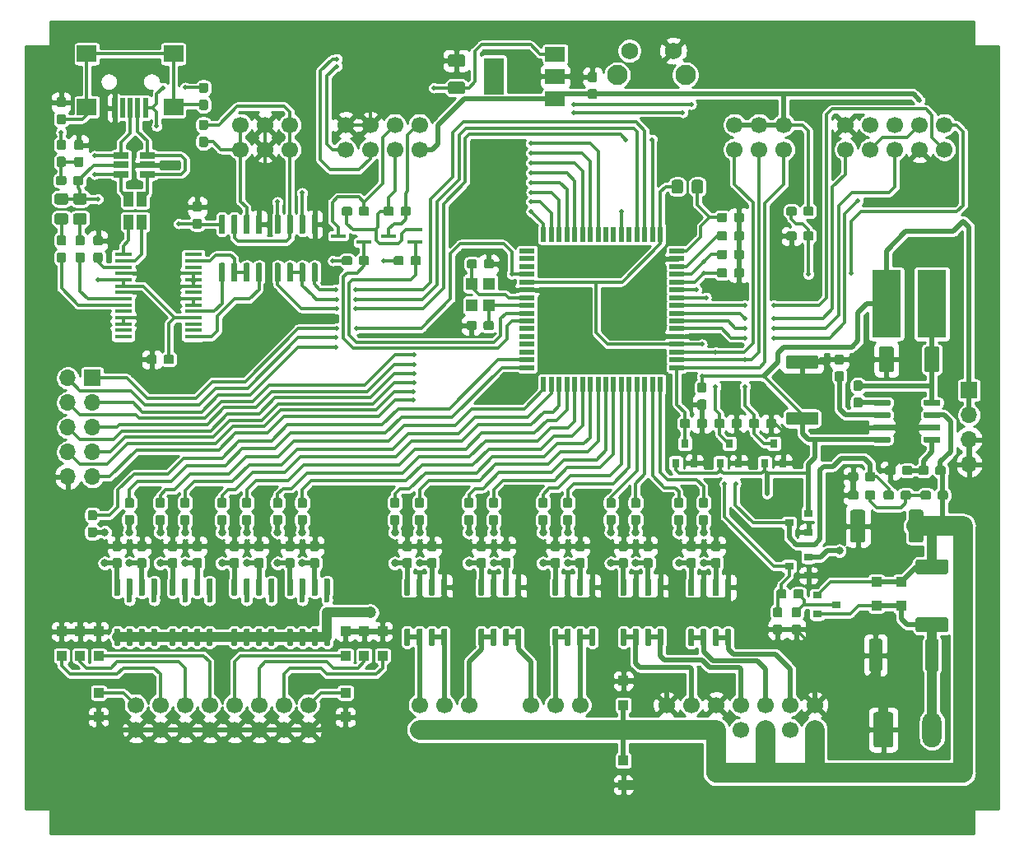
<source format=gbr>
G04 #@! TF.GenerationSoftware,KiCad,Pcbnew,(5.1.5)-3*
G04 #@! TF.CreationDate,2020-07-08T10:01:23+02:00*
G04 #@! TF.ProjectId,SBIO3,5342494f-332e-46b6-9963-61645f706362,rev?*
G04 #@! TF.SameCoordinates,Original*
G04 #@! TF.FileFunction,Copper,L1,Top*
G04 #@! TF.FilePolarity,Positive*
%FSLAX46Y46*%
G04 Gerber Fmt 4.6, Leading zero omitted, Abs format (unit mm)*
G04 Created by KiCad (PCBNEW (5.1.5)-3) date 2020-07-08 10:01:23*
%MOMM*%
%LPD*%
G04 APERTURE LIST*
%ADD10C,1.700000*%
%ADD11C,2.100000*%
%ADD12C,1.750000*%
%ADD13C,0.100000*%
%ADD14O,1.700000X1.700000*%
%ADD15R,1.700000X1.700000*%
%ADD16R,1.500000X0.450000*%
%ADD17R,1.560000X0.650000*%
%ADD18R,2.000000X1.700000*%
%ADD19R,0.500000X2.000000*%
%ADD20R,1.000000X1.000000*%
%ADD21R,1.500000X0.550000*%
%ADD22R,0.550000X1.500000*%
%ADD23R,0.900000X0.800000*%
%ADD24O,2.000000X3.600000*%
%ADD25R,1.750000X0.450000*%
%ADD26R,0.800000X0.900000*%
%ADD27R,1.200000X1.300000*%
%ADD28R,2.000000X1.500000*%
%ADD29R,2.000000X3.800000*%
%ADD30R,1.000000X1.500000*%
%ADD31R,3.000000X7.000000*%
%ADD32C,0.500000*%
%ADD33C,0.800000*%
%ADD34C,1.200000*%
%ADD35C,0.600000*%
%ADD36C,0.300000*%
%ADD37C,0.500000*%
%ADD38C,1.000000*%
%ADD39C,2.000000*%
%ADD40C,0.254000*%
G04 APERTURE END LIST*
D10*
X146050000Y-58420000D03*
X148590000Y-58420000D03*
X151130000Y-58420000D03*
X146050000Y-60960000D03*
X148590000Y-60960000D03*
X151130000Y-60960000D03*
X100330000Y-60960000D03*
X97790000Y-60960000D03*
X95250000Y-60960000D03*
X100330000Y-58420000D03*
X97790000Y-58420000D03*
X95250000Y-58420000D03*
D11*
X134005000Y-53290000D03*
D12*
X135255000Y-50800000D03*
X139755000Y-50800000D03*
D11*
X141015000Y-53290000D03*
G04 #@! TA.AperFunction,SMDPad,CuDef*
D13*
G36*
X162235779Y-96046144D02*
G01*
X162258834Y-96049563D01*
X162281443Y-96055227D01*
X162303387Y-96063079D01*
X162324457Y-96073044D01*
X162344448Y-96085026D01*
X162363168Y-96098910D01*
X162380438Y-96114562D01*
X162396090Y-96131832D01*
X162409974Y-96150552D01*
X162421956Y-96170543D01*
X162431921Y-96191613D01*
X162439773Y-96213557D01*
X162445437Y-96236166D01*
X162448856Y-96259221D01*
X162450000Y-96282500D01*
X162450000Y-96757500D01*
X162448856Y-96780779D01*
X162445437Y-96803834D01*
X162439773Y-96826443D01*
X162431921Y-96848387D01*
X162421956Y-96869457D01*
X162409974Y-96889448D01*
X162396090Y-96908168D01*
X162380438Y-96925438D01*
X162363168Y-96941090D01*
X162344448Y-96954974D01*
X162324457Y-96966956D01*
X162303387Y-96976921D01*
X162281443Y-96984773D01*
X162258834Y-96990437D01*
X162235779Y-96993856D01*
X162212500Y-96995000D01*
X161637500Y-96995000D01*
X161614221Y-96993856D01*
X161591166Y-96990437D01*
X161568557Y-96984773D01*
X161546613Y-96976921D01*
X161525543Y-96966956D01*
X161505552Y-96954974D01*
X161486832Y-96941090D01*
X161469562Y-96925438D01*
X161453910Y-96908168D01*
X161440026Y-96889448D01*
X161428044Y-96869457D01*
X161418079Y-96848387D01*
X161410227Y-96826443D01*
X161404563Y-96803834D01*
X161401144Y-96780779D01*
X161400000Y-96757500D01*
X161400000Y-96282500D01*
X161401144Y-96259221D01*
X161404563Y-96236166D01*
X161410227Y-96213557D01*
X161418079Y-96191613D01*
X161428044Y-96170543D01*
X161440026Y-96150552D01*
X161453910Y-96131832D01*
X161469562Y-96114562D01*
X161486832Y-96098910D01*
X161505552Y-96085026D01*
X161525543Y-96073044D01*
X161546613Y-96063079D01*
X161568557Y-96055227D01*
X161591166Y-96049563D01*
X161614221Y-96046144D01*
X161637500Y-96045000D01*
X162212500Y-96045000D01*
X162235779Y-96046144D01*
G37*
G04 #@! TD.AperFunction*
G04 #@! TA.AperFunction,SMDPad,CuDef*
G36*
X163985779Y-96046144D02*
G01*
X164008834Y-96049563D01*
X164031443Y-96055227D01*
X164053387Y-96063079D01*
X164074457Y-96073044D01*
X164094448Y-96085026D01*
X164113168Y-96098910D01*
X164130438Y-96114562D01*
X164146090Y-96131832D01*
X164159974Y-96150552D01*
X164171956Y-96170543D01*
X164181921Y-96191613D01*
X164189773Y-96213557D01*
X164195437Y-96236166D01*
X164198856Y-96259221D01*
X164200000Y-96282500D01*
X164200000Y-96757500D01*
X164198856Y-96780779D01*
X164195437Y-96803834D01*
X164189773Y-96826443D01*
X164181921Y-96848387D01*
X164171956Y-96869457D01*
X164159974Y-96889448D01*
X164146090Y-96908168D01*
X164130438Y-96925438D01*
X164113168Y-96941090D01*
X164094448Y-96954974D01*
X164074457Y-96966956D01*
X164053387Y-96976921D01*
X164031443Y-96984773D01*
X164008834Y-96990437D01*
X163985779Y-96993856D01*
X163962500Y-96995000D01*
X163387500Y-96995000D01*
X163364221Y-96993856D01*
X163341166Y-96990437D01*
X163318557Y-96984773D01*
X163296613Y-96976921D01*
X163275543Y-96966956D01*
X163255552Y-96954974D01*
X163236832Y-96941090D01*
X163219562Y-96925438D01*
X163203910Y-96908168D01*
X163190026Y-96889448D01*
X163178044Y-96869457D01*
X163168079Y-96848387D01*
X163160227Y-96826443D01*
X163154563Y-96803834D01*
X163151144Y-96780779D01*
X163150000Y-96757500D01*
X163150000Y-96282500D01*
X163151144Y-96259221D01*
X163154563Y-96236166D01*
X163160227Y-96213557D01*
X163168079Y-96191613D01*
X163178044Y-96170543D01*
X163190026Y-96150552D01*
X163203910Y-96131832D01*
X163219562Y-96114562D01*
X163236832Y-96098910D01*
X163255552Y-96085026D01*
X163275543Y-96073044D01*
X163296613Y-96063079D01*
X163318557Y-96055227D01*
X163341166Y-96049563D01*
X163364221Y-96046144D01*
X163387500Y-96045000D01*
X163962500Y-96045000D01*
X163985779Y-96046144D01*
G37*
G04 #@! TD.AperFunction*
G04 #@! TA.AperFunction,SMDPad,CuDef*
G36*
X151200779Y-106206144D02*
G01*
X151223834Y-106209563D01*
X151246443Y-106215227D01*
X151268387Y-106223079D01*
X151289457Y-106233044D01*
X151309448Y-106245026D01*
X151328168Y-106258910D01*
X151345438Y-106274562D01*
X151361090Y-106291832D01*
X151374974Y-106310552D01*
X151386956Y-106330543D01*
X151396921Y-106351613D01*
X151404773Y-106373557D01*
X151410437Y-106396166D01*
X151413856Y-106419221D01*
X151415000Y-106442500D01*
X151415000Y-106917500D01*
X151413856Y-106940779D01*
X151410437Y-106963834D01*
X151404773Y-106986443D01*
X151396921Y-107008387D01*
X151386956Y-107029457D01*
X151374974Y-107049448D01*
X151361090Y-107068168D01*
X151345438Y-107085438D01*
X151328168Y-107101090D01*
X151309448Y-107114974D01*
X151289457Y-107126956D01*
X151268387Y-107136921D01*
X151246443Y-107144773D01*
X151223834Y-107150437D01*
X151200779Y-107153856D01*
X151177500Y-107155000D01*
X150602500Y-107155000D01*
X150579221Y-107153856D01*
X150556166Y-107150437D01*
X150533557Y-107144773D01*
X150511613Y-107136921D01*
X150490543Y-107126956D01*
X150470552Y-107114974D01*
X150451832Y-107101090D01*
X150434562Y-107085438D01*
X150418910Y-107068168D01*
X150405026Y-107049448D01*
X150393044Y-107029457D01*
X150383079Y-107008387D01*
X150375227Y-106986443D01*
X150369563Y-106963834D01*
X150366144Y-106940779D01*
X150365000Y-106917500D01*
X150365000Y-106442500D01*
X150366144Y-106419221D01*
X150369563Y-106396166D01*
X150375227Y-106373557D01*
X150383079Y-106351613D01*
X150393044Y-106330543D01*
X150405026Y-106310552D01*
X150418910Y-106291832D01*
X150434562Y-106274562D01*
X150451832Y-106258910D01*
X150470552Y-106245026D01*
X150490543Y-106233044D01*
X150511613Y-106223079D01*
X150533557Y-106215227D01*
X150556166Y-106209563D01*
X150579221Y-106206144D01*
X150602500Y-106205000D01*
X151177500Y-106205000D01*
X151200779Y-106206144D01*
G37*
G04 #@! TD.AperFunction*
G04 #@! TA.AperFunction,SMDPad,CuDef*
G36*
X152950779Y-106206144D02*
G01*
X152973834Y-106209563D01*
X152996443Y-106215227D01*
X153018387Y-106223079D01*
X153039457Y-106233044D01*
X153059448Y-106245026D01*
X153078168Y-106258910D01*
X153095438Y-106274562D01*
X153111090Y-106291832D01*
X153124974Y-106310552D01*
X153136956Y-106330543D01*
X153146921Y-106351613D01*
X153154773Y-106373557D01*
X153160437Y-106396166D01*
X153163856Y-106419221D01*
X153165000Y-106442500D01*
X153165000Y-106917500D01*
X153163856Y-106940779D01*
X153160437Y-106963834D01*
X153154773Y-106986443D01*
X153146921Y-107008387D01*
X153136956Y-107029457D01*
X153124974Y-107049448D01*
X153111090Y-107068168D01*
X153095438Y-107085438D01*
X153078168Y-107101090D01*
X153059448Y-107114974D01*
X153039457Y-107126956D01*
X153018387Y-107136921D01*
X152996443Y-107144773D01*
X152973834Y-107150437D01*
X152950779Y-107153856D01*
X152927500Y-107155000D01*
X152352500Y-107155000D01*
X152329221Y-107153856D01*
X152306166Y-107150437D01*
X152283557Y-107144773D01*
X152261613Y-107136921D01*
X152240543Y-107126956D01*
X152220552Y-107114974D01*
X152201832Y-107101090D01*
X152184562Y-107085438D01*
X152168910Y-107068168D01*
X152155026Y-107049448D01*
X152143044Y-107029457D01*
X152133079Y-107008387D01*
X152125227Y-106986443D01*
X152119563Y-106963834D01*
X152116144Y-106940779D01*
X152115000Y-106917500D01*
X152115000Y-106442500D01*
X152116144Y-106419221D01*
X152119563Y-106396166D01*
X152125227Y-106373557D01*
X152133079Y-106351613D01*
X152143044Y-106330543D01*
X152155026Y-106310552D01*
X152168910Y-106291832D01*
X152184562Y-106274562D01*
X152201832Y-106258910D01*
X152220552Y-106245026D01*
X152240543Y-106233044D01*
X152261613Y-106223079D01*
X152283557Y-106215227D01*
X152306166Y-106209563D01*
X152329221Y-106206144D01*
X152352500Y-106205000D01*
X152927500Y-106205000D01*
X152950779Y-106206144D01*
G37*
G04 #@! TD.AperFunction*
D14*
X170180000Y-93345000D03*
X170180000Y-90805000D03*
X170180000Y-88265000D03*
D15*
X170180000Y-85725000D03*
D14*
X77470000Y-94615000D03*
X80010000Y-94615000D03*
X77470000Y-92075000D03*
X80010000Y-92075000D03*
X77470000Y-89535000D03*
X80010000Y-89535000D03*
X77470000Y-86995000D03*
X80010000Y-86995000D03*
X77470000Y-84455000D03*
D15*
X80010000Y-84455000D03*
G04 #@! TA.AperFunction,SMDPad,CuDef*
D13*
G36*
X145090779Y-69376144D02*
G01*
X145113834Y-69379563D01*
X145136443Y-69385227D01*
X145158387Y-69393079D01*
X145179457Y-69403044D01*
X145199448Y-69415026D01*
X145218168Y-69428910D01*
X145235438Y-69444562D01*
X145251090Y-69461832D01*
X145264974Y-69480552D01*
X145276956Y-69500543D01*
X145286921Y-69521613D01*
X145294773Y-69543557D01*
X145300437Y-69566166D01*
X145303856Y-69589221D01*
X145305000Y-69612500D01*
X145305000Y-70087500D01*
X145303856Y-70110779D01*
X145300437Y-70133834D01*
X145294773Y-70156443D01*
X145286921Y-70178387D01*
X145276956Y-70199457D01*
X145264974Y-70219448D01*
X145251090Y-70238168D01*
X145235438Y-70255438D01*
X145218168Y-70271090D01*
X145199448Y-70284974D01*
X145179457Y-70296956D01*
X145158387Y-70306921D01*
X145136443Y-70314773D01*
X145113834Y-70320437D01*
X145090779Y-70323856D01*
X145067500Y-70325000D01*
X144492500Y-70325000D01*
X144469221Y-70323856D01*
X144446166Y-70320437D01*
X144423557Y-70314773D01*
X144401613Y-70306921D01*
X144380543Y-70296956D01*
X144360552Y-70284974D01*
X144341832Y-70271090D01*
X144324562Y-70255438D01*
X144308910Y-70238168D01*
X144295026Y-70219448D01*
X144283044Y-70199457D01*
X144273079Y-70178387D01*
X144265227Y-70156443D01*
X144259563Y-70133834D01*
X144256144Y-70110779D01*
X144255000Y-70087500D01*
X144255000Y-69612500D01*
X144256144Y-69589221D01*
X144259563Y-69566166D01*
X144265227Y-69543557D01*
X144273079Y-69521613D01*
X144283044Y-69500543D01*
X144295026Y-69480552D01*
X144308910Y-69461832D01*
X144324562Y-69444562D01*
X144341832Y-69428910D01*
X144360552Y-69415026D01*
X144380543Y-69403044D01*
X144401613Y-69393079D01*
X144423557Y-69385227D01*
X144446166Y-69379563D01*
X144469221Y-69376144D01*
X144492500Y-69375000D01*
X145067500Y-69375000D01*
X145090779Y-69376144D01*
G37*
G04 #@! TD.AperFunction*
G04 #@! TA.AperFunction,SMDPad,CuDef*
G36*
X146840779Y-69376144D02*
G01*
X146863834Y-69379563D01*
X146886443Y-69385227D01*
X146908387Y-69393079D01*
X146929457Y-69403044D01*
X146949448Y-69415026D01*
X146968168Y-69428910D01*
X146985438Y-69444562D01*
X147001090Y-69461832D01*
X147014974Y-69480552D01*
X147026956Y-69500543D01*
X147036921Y-69521613D01*
X147044773Y-69543557D01*
X147050437Y-69566166D01*
X147053856Y-69589221D01*
X147055000Y-69612500D01*
X147055000Y-70087500D01*
X147053856Y-70110779D01*
X147050437Y-70133834D01*
X147044773Y-70156443D01*
X147036921Y-70178387D01*
X147026956Y-70199457D01*
X147014974Y-70219448D01*
X147001090Y-70238168D01*
X146985438Y-70255438D01*
X146968168Y-70271090D01*
X146949448Y-70284974D01*
X146929457Y-70296956D01*
X146908387Y-70306921D01*
X146886443Y-70314773D01*
X146863834Y-70320437D01*
X146840779Y-70323856D01*
X146817500Y-70325000D01*
X146242500Y-70325000D01*
X146219221Y-70323856D01*
X146196166Y-70320437D01*
X146173557Y-70314773D01*
X146151613Y-70306921D01*
X146130543Y-70296956D01*
X146110552Y-70284974D01*
X146091832Y-70271090D01*
X146074562Y-70255438D01*
X146058910Y-70238168D01*
X146045026Y-70219448D01*
X146033044Y-70199457D01*
X146023079Y-70178387D01*
X146015227Y-70156443D01*
X146009563Y-70133834D01*
X146006144Y-70110779D01*
X146005000Y-70087500D01*
X146005000Y-69612500D01*
X146006144Y-69589221D01*
X146009563Y-69566166D01*
X146015227Y-69543557D01*
X146023079Y-69521613D01*
X146033044Y-69500543D01*
X146045026Y-69480552D01*
X146058910Y-69461832D01*
X146074562Y-69444562D01*
X146091832Y-69428910D01*
X146110552Y-69415026D01*
X146130543Y-69403044D01*
X146151613Y-69393079D01*
X146173557Y-69385227D01*
X146196166Y-69379563D01*
X146219221Y-69376144D01*
X146242500Y-69375000D01*
X146817500Y-69375000D01*
X146840779Y-69376144D01*
G37*
G04 #@! TD.AperFunction*
D16*
X105290000Y-69850000D03*
X107950000Y-69200000D03*
X107950000Y-70500000D03*
G04 #@! TA.AperFunction,SMDPad,CuDef*
D13*
G36*
X91065779Y-68056144D02*
G01*
X91088834Y-68059563D01*
X91111443Y-68065227D01*
X91133387Y-68073079D01*
X91154457Y-68083044D01*
X91174448Y-68095026D01*
X91193168Y-68108910D01*
X91210438Y-68124562D01*
X91226090Y-68141832D01*
X91239974Y-68160552D01*
X91251956Y-68180543D01*
X91261921Y-68201613D01*
X91269773Y-68223557D01*
X91275437Y-68246166D01*
X91278856Y-68269221D01*
X91280000Y-68292500D01*
X91280000Y-68867500D01*
X91278856Y-68890779D01*
X91275437Y-68913834D01*
X91269773Y-68936443D01*
X91261921Y-68958387D01*
X91251956Y-68979457D01*
X91239974Y-68999448D01*
X91226090Y-69018168D01*
X91210438Y-69035438D01*
X91193168Y-69051090D01*
X91174448Y-69064974D01*
X91154457Y-69076956D01*
X91133387Y-69086921D01*
X91111443Y-69094773D01*
X91088834Y-69100437D01*
X91065779Y-69103856D01*
X91042500Y-69105000D01*
X90567500Y-69105000D01*
X90544221Y-69103856D01*
X90521166Y-69100437D01*
X90498557Y-69094773D01*
X90476613Y-69086921D01*
X90455543Y-69076956D01*
X90435552Y-69064974D01*
X90416832Y-69051090D01*
X90399562Y-69035438D01*
X90383910Y-69018168D01*
X90370026Y-68999448D01*
X90358044Y-68979457D01*
X90348079Y-68958387D01*
X90340227Y-68936443D01*
X90334563Y-68913834D01*
X90331144Y-68890779D01*
X90330000Y-68867500D01*
X90330000Y-68292500D01*
X90331144Y-68269221D01*
X90334563Y-68246166D01*
X90340227Y-68223557D01*
X90348079Y-68201613D01*
X90358044Y-68180543D01*
X90370026Y-68160552D01*
X90383910Y-68141832D01*
X90399562Y-68124562D01*
X90416832Y-68108910D01*
X90435552Y-68095026D01*
X90455543Y-68083044D01*
X90476613Y-68073079D01*
X90498557Y-68065227D01*
X90521166Y-68059563D01*
X90544221Y-68056144D01*
X90567500Y-68055000D01*
X91042500Y-68055000D01*
X91065779Y-68056144D01*
G37*
G04 #@! TD.AperFunction*
G04 #@! TA.AperFunction,SMDPad,CuDef*
G36*
X91065779Y-66306144D02*
G01*
X91088834Y-66309563D01*
X91111443Y-66315227D01*
X91133387Y-66323079D01*
X91154457Y-66333044D01*
X91174448Y-66345026D01*
X91193168Y-66358910D01*
X91210438Y-66374562D01*
X91226090Y-66391832D01*
X91239974Y-66410552D01*
X91251956Y-66430543D01*
X91261921Y-66451613D01*
X91269773Y-66473557D01*
X91275437Y-66496166D01*
X91278856Y-66519221D01*
X91280000Y-66542500D01*
X91280000Y-67117500D01*
X91278856Y-67140779D01*
X91275437Y-67163834D01*
X91269773Y-67186443D01*
X91261921Y-67208387D01*
X91251956Y-67229457D01*
X91239974Y-67249448D01*
X91226090Y-67268168D01*
X91210438Y-67285438D01*
X91193168Y-67301090D01*
X91174448Y-67314974D01*
X91154457Y-67326956D01*
X91133387Y-67336921D01*
X91111443Y-67344773D01*
X91088834Y-67350437D01*
X91065779Y-67353856D01*
X91042500Y-67355000D01*
X90567500Y-67355000D01*
X90544221Y-67353856D01*
X90521166Y-67350437D01*
X90498557Y-67344773D01*
X90476613Y-67336921D01*
X90455543Y-67326956D01*
X90435552Y-67314974D01*
X90416832Y-67301090D01*
X90399562Y-67285438D01*
X90383910Y-67268168D01*
X90370026Y-67249448D01*
X90358044Y-67229457D01*
X90348079Y-67208387D01*
X90340227Y-67186443D01*
X90334563Y-67163834D01*
X90331144Y-67140779D01*
X90330000Y-67117500D01*
X90330000Y-66542500D01*
X90331144Y-66519221D01*
X90334563Y-66496166D01*
X90340227Y-66473557D01*
X90348079Y-66451613D01*
X90358044Y-66430543D01*
X90370026Y-66410552D01*
X90383910Y-66391832D01*
X90399562Y-66374562D01*
X90416832Y-66358910D01*
X90435552Y-66345026D01*
X90455543Y-66333044D01*
X90476613Y-66323079D01*
X90498557Y-66315227D01*
X90521166Y-66309563D01*
X90544221Y-66306144D01*
X90567500Y-66305000D01*
X91042500Y-66305000D01*
X91065779Y-66306144D01*
G37*
G04 #@! TD.AperFunction*
G04 #@! TA.AperFunction,SMDPad,CuDef*
G36*
X88180779Y-82076144D02*
G01*
X88203834Y-82079563D01*
X88226443Y-82085227D01*
X88248387Y-82093079D01*
X88269457Y-82103044D01*
X88289448Y-82115026D01*
X88308168Y-82128910D01*
X88325438Y-82144562D01*
X88341090Y-82161832D01*
X88354974Y-82180552D01*
X88366956Y-82200543D01*
X88376921Y-82221613D01*
X88384773Y-82243557D01*
X88390437Y-82266166D01*
X88393856Y-82289221D01*
X88395000Y-82312500D01*
X88395000Y-82787500D01*
X88393856Y-82810779D01*
X88390437Y-82833834D01*
X88384773Y-82856443D01*
X88376921Y-82878387D01*
X88366956Y-82899457D01*
X88354974Y-82919448D01*
X88341090Y-82938168D01*
X88325438Y-82955438D01*
X88308168Y-82971090D01*
X88289448Y-82984974D01*
X88269457Y-82996956D01*
X88248387Y-83006921D01*
X88226443Y-83014773D01*
X88203834Y-83020437D01*
X88180779Y-83023856D01*
X88157500Y-83025000D01*
X87582500Y-83025000D01*
X87559221Y-83023856D01*
X87536166Y-83020437D01*
X87513557Y-83014773D01*
X87491613Y-83006921D01*
X87470543Y-82996956D01*
X87450552Y-82984974D01*
X87431832Y-82971090D01*
X87414562Y-82955438D01*
X87398910Y-82938168D01*
X87385026Y-82919448D01*
X87373044Y-82899457D01*
X87363079Y-82878387D01*
X87355227Y-82856443D01*
X87349563Y-82833834D01*
X87346144Y-82810779D01*
X87345000Y-82787500D01*
X87345000Y-82312500D01*
X87346144Y-82289221D01*
X87349563Y-82266166D01*
X87355227Y-82243557D01*
X87363079Y-82221613D01*
X87373044Y-82200543D01*
X87385026Y-82180552D01*
X87398910Y-82161832D01*
X87414562Y-82144562D01*
X87431832Y-82128910D01*
X87450552Y-82115026D01*
X87470543Y-82103044D01*
X87491613Y-82093079D01*
X87513557Y-82085227D01*
X87536166Y-82079563D01*
X87559221Y-82076144D01*
X87582500Y-82075000D01*
X88157500Y-82075000D01*
X88180779Y-82076144D01*
G37*
G04 #@! TD.AperFunction*
G04 #@! TA.AperFunction,SMDPad,CuDef*
G36*
X86430779Y-82076144D02*
G01*
X86453834Y-82079563D01*
X86476443Y-82085227D01*
X86498387Y-82093079D01*
X86519457Y-82103044D01*
X86539448Y-82115026D01*
X86558168Y-82128910D01*
X86575438Y-82144562D01*
X86591090Y-82161832D01*
X86604974Y-82180552D01*
X86616956Y-82200543D01*
X86626921Y-82221613D01*
X86634773Y-82243557D01*
X86640437Y-82266166D01*
X86643856Y-82289221D01*
X86645000Y-82312500D01*
X86645000Y-82787500D01*
X86643856Y-82810779D01*
X86640437Y-82833834D01*
X86634773Y-82856443D01*
X86626921Y-82878387D01*
X86616956Y-82899457D01*
X86604974Y-82919448D01*
X86591090Y-82938168D01*
X86575438Y-82955438D01*
X86558168Y-82971090D01*
X86539448Y-82984974D01*
X86519457Y-82996956D01*
X86498387Y-83006921D01*
X86476443Y-83014773D01*
X86453834Y-83020437D01*
X86430779Y-83023856D01*
X86407500Y-83025000D01*
X85832500Y-83025000D01*
X85809221Y-83023856D01*
X85786166Y-83020437D01*
X85763557Y-83014773D01*
X85741613Y-83006921D01*
X85720543Y-82996956D01*
X85700552Y-82984974D01*
X85681832Y-82971090D01*
X85664562Y-82955438D01*
X85648910Y-82938168D01*
X85635026Y-82919448D01*
X85623044Y-82899457D01*
X85613079Y-82878387D01*
X85605227Y-82856443D01*
X85599563Y-82833834D01*
X85596144Y-82810779D01*
X85595000Y-82787500D01*
X85595000Y-82312500D01*
X85596144Y-82289221D01*
X85599563Y-82266166D01*
X85605227Y-82243557D01*
X85613079Y-82221613D01*
X85623044Y-82200543D01*
X85635026Y-82180552D01*
X85648910Y-82161832D01*
X85664562Y-82144562D01*
X85681832Y-82128910D01*
X85700552Y-82115026D01*
X85720543Y-82103044D01*
X85741613Y-82093079D01*
X85763557Y-82085227D01*
X85786166Y-82079563D01*
X85809221Y-82076144D01*
X85832500Y-82075000D01*
X86407500Y-82075000D01*
X86430779Y-82076144D01*
G37*
G04 #@! TD.AperFunction*
G04 #@! TA.AperFunction,SMDPad,CuDef*
G36*
X99224703Y-67670722D02*
G01*
X99239264Y-67672882D01*
X99253543Y-67676459D01*
X99267403Y-67681418D01*
X99280710Y-67687712D01*
X99293336Y-67695280D01*
X99305159Y-67704048D01*
X99316066Y-67713934D01*
X99325952Y-67724841D01*
X99334720Y-67736664D01*
X99342288Y-67749290D01*
X99348582Y-67762597D01*
X99353541Y-67776457D01*
X99357118Y-67790736D01*
X99359278Y-67805297D01*
X99360000Y-67820000D01*
X99360000Y-69470000D01*
X99359278Y-69484703D01*
X99357118Y-69499264D01*
X99353541Y-69513543D01*
X99348582Y-69527403D01*
X99342288Y-69540710D01*
X99334720Y-69553336D01*
X99325952Y-69565159D01*
X99316066Y-69576066D01*
X99305159Y-69585952D01*
X99293336Y-69594720D01*
X99280710Y-69602288D01*
X99267403Y-69608582D01*
X99253543Y-69613541D01*
X99239264Y-69617118D01*
X99224703Y-69619278D01*
X99210000Y-69620000D01*
X98910000Y-69620000D01*
X98895297Y-69619278D01*
X98880736Y-69617118D01*
X98866457Y-69613541D01*
X98852597Y-69608582D01*
X98839290Y-69602288D01*
X98826664Y-69594720D01*
X98814841Y-69585952D01*
X98803934Y-69576066D01*
X98794048Y-69565159D01*
X98785280Y-69553336D01*
X98777712Y-69540710D01*
X98771418Y-69527403D01*
X98766459Y-69513543D01*
X98762882Y-69499264D01*
X98760722Y-69484703D01*
X98760000Y-69470000D01*
X98760000Y-67820000D01*
X98760722Y-67805297D01*
X98762882Y-67790736D01*
X98766459Y-67776457D01*
X98771418Y-67762597D01*
X98777712Y-67749290D01*
X98785280Y-67736664D01*
X98794048Y-67724841D01*
X98803934Y-67713934D01*
X98814841Y-67704048D01*
X98826664Y-67695280D01*
X98839290Y-67687712D01*
X98852597Y-67681418D01*
X98866457Y-67676459D01*
X98880736Y-67672882D01*
X98895297Y-67670722D01*
X98910000Y-67670000D01*
X99210000Y-67670000D01*
X99224703Y-67670722D01*
G37*
G04 #@! TD.AperFunction*
G04 #@! TA.AperFunction,SMDPad,CuDef*
G36*
X100494703Y-67670722D02*
G01*
X100509264Y-67672882D01*
X100523543Y-67676459D01*
X100537403Y-67681418D01*
X100550710Y-67687712D01*
X100563336Y-67695280D01*
X100575159Y-67704048D01*
X100586066Y-67713934D01*
X100595952Y-67724841D01*
X100604720Y-67736664D01*
X100612288Y-67749290D01*
X100618582Y-67762597D01*
X100623541Y-67776457D01*
X100627118Y-67790736D01*
X100629278Y-67805297D01*
X100630000Y-67820000D01*
X100630000Y-69470000D01*
X100629278Y-69484703D01*
X100627118Y-69499264D01*
X100623541Y-69513543D01*
X100618582Y-69527403D01*
X100612288Y-69540710D01*
X100604720Y-69553336D01*
X100595952Y-69565159D01*
X100586066Y-69576066D01*
X100575159Y-69585952D01*
X100563336Y-69594720D01*
X100550710Y-69602288D01*
X100537403Y-69608582D01*
X100523543Y-69613541D01*
X100509264Y-69617118D01*
X100494703Y-69619278D01*
X100480000Y-69620000D01*
X100180000Y-69620000D01*
X100165297Y-69619278D01*
X100150736Y-69617118D01*
X100136457Y-69613541D01*
X100122597Y-69608582D01*
X100109290Y-69602288D01*
X100096664Y-69594720D01*
X100084841Y-69585952D01*
X100073934Y-69576066D01*
X100064048Y-69565159D01*
X100055280Y-69553336D01*
X100047712Y-69540710D01*
X100041418Y-69527403D01*
X100036459Y-69513543D01*
X100032882Y-69499264D01*
X100030722Y-69484703D01*
X100030000Y-69470000D01*
X100030000Y-67820000D01*
X100030722Y-67805297D01*
X100032882Y-67790736D01*
X100036459Y-67776457D01*
X100041418Y-67762597D01*
X100047712Y-67749290D01*
X100055280Y-67736664D01*
X100064048Y-67724841D01*
X100073934Y-67713934D01*
X100084841Y-67704048D01*
X100096664Y-67695280D01*
X100109290Y-67687712D01*
X100122597Y-67681418D01*
X100136457Y-67676459D01*
X100150736Y-67672882D01*
X100165297Y-67670722D01*
X100180000Y-67670000D01*
X100480000Y-67670000D01*
X100494703Y-67670722D01*
G37*
G04 #@! TD.AperFunction*
G04 #@! TA.AperFunction,SMDPad,CuDef*
G36*
X101764703Y-67670722D02*
G01*
X101779264Y-67672882D01*
X101793543Y-67676459D01*
X101807403Y-67681418D01*
X101820710Y-67687712D01*
X101833336Y-67695280D01*
X101845159Y-67704048D01*
X101856066Y-67713934D01*
X101865952Y-67724841D01*
X101874720Y-67736664D01*
X101882288Y-67749290D01*
X101888582Y-67762597D01*
X101893541Y-67776457D01*
X101897118Y-67790736D01*
X101899278Y-67805297D01*
X101900000Y-67820000D01*
X101900000Y-69470000D01*
X101899278Y-69484703D01*
X101897118Y-69499264D01*
X101893541Y-69513543D01*
X101888582Y-69527403D01*
X101882288Y-69540710D01*
X101874720Y-69553336D01*
X101865952Y-69565159D01*
X101856066Y-69576066D01*
X101845159Y-69585952D01*
X101833336Y-69594720D01*
X101820710Y-69602288D01*
X101807403Y-69608582D01*
X101793543Y-69613541D01*
X101779264Y-69617118D01*
X101764703Y-69619278D01*
X101750000Y-69620000D01*
X101450000Y-69620000D01*
X101435297Y-69619278D01*
X101420736Y-69617118D01*
X101406457Y-69613541D01*
X101392597Y-69608582D01*
X101379290Y-69602288D01*
X101366664Y-69594720D01*
X101354841Y-69585952D01*
X101343934Y-69576066D01*
X101334048Y-69565159D01*
X101325280Y-69553336D01*
X101317712Y-69540710D01*
X101311418Y-69527403D01*
X101306459Y-69513543D01*
X101302882Y-69499264D01*
X101300722Y-69484703D01*
X101300000Y-69470000D01*
X101300000Y-67820000D01*
X101300722Y-67805297D01*
X101302882Y-67790736D01*
X101306459Y-67776457D01*
X101311418Y-67762597D01*
X101317712Y-67749290D01*
X101325280Y-67736664D01*
X101334048Y-67724841D01*
X101343934Y-67713934D01*
X101354841Y-67704048D01*
X101366664Y-67695280D01*
X101379290Y-67687712D01*
X101392597Y-67681418D01*
X101406457Y-67676459D01*
X101420736Y-67672882D01*
X101435297Y-67670722D01*
X101450000Y-67670000D01*
X101750000Y-67670000D01*
X101764703Y-67670722D01*
G37*
G04 #@! TD.AperFunction*
G04 #@! TA.AperFunction,SMDPad,CuDef*
G36*
X103034703Y-67670722D02*
G01*
X103049264Y-67672882D01*
X103063543Y-67676459D01*
X103077403Y-67681418D01*
X103090710Y-67687712D01*
X103103336Y-67695280D01*
X103115159Y-67704048D01*
X103126066Y-67713934D01*
X103135952Y-67724841D01*
X103144720Y-67736664D01*
X103152288Y-67749290D01*
X103158582Y-67762597D01*
X103163541Y-67776457D01*
X103167118Y-67790736D01*
X103169278Y-67805297D01*
X103170000Y-67820000D01*
X103170000Y-69470000D01*
X103169278Y-69484703D01*
X103167118Y-69499264D01*
X103163541Y-69513543D01*
X103158582Y-69527403D01*
X103152288Y-69540710D01*
X103144720Y-69553336D01*
X103135952Y-69565159D01*
X103126066Y-69576066D01*
X103115159Y-69585952D01*
X103103336Y-69594720D01*
X103090710Y-69602288D01*
X103077403Y-69608582D01*
X103063543Y-69613541D01*
X103049264Y-69617118D01*
X103034703Y-69619278D01*
X103020000Y-69620000D01*
X102720000Y-69620000D01*
X102705297Y-69619278D01*
X102690736Y-69617118D01*
X102676457Y-69613541D01*
X102662597Y-69608582D01*
X102649290Y-69602288D01*
X102636664Y-69594720D01*
X102624841Y-69585952D01*
X102613934Y-69576066D01*
X102604048Y-69565159D01*
X102595280Y-69553336D01*
X102587712Y-69540710D01*
X102581418Y-69527403D01*
X102576459Y-69513543D01*
X102572882Y-69499264D01*
X102570722Y-69484703D01*
X102570000Y-69470000D01*
X102570000Y-67820000D01*
X102570722Y-67805297D01*
X102572882Y-67790736D01*
X102576459Y-67776457D01*
X102581418Y-67762597D01*
X102587712Y-67749290D01*
X102595280Y-67736664D01*
X102604048Y-67724841D01*
X102613934Y-67713934D01*
X102624841Y-67704048D01*
X102636664Y-67695280D01*
X102649290Y-67687712D01*
X102662597Y-67681418D01*
X102676457Y-67676459D01*
X102690736Y-67672882D01*
X102705297Y-67670722D01*
X102720000Y-67670000D01*
X103020000Y-67670000D01*
X103034703Y-67670722D01*
G37*
G04 #@! TD.AperFunction*
G04 #@! TA.AperFunction,SMDPad,CuDef*
G36*
X103034703Y-72620722D02*
G01*
X103049264Y-72622882D01*
X103063543Y-72626459D01*
X103077403Y-72631418D01*
X103090710Y-72637712D01*
X103103336Y-72645280D01*
X103115159Y-72654048D01*
X103126066Y-72663934D01*
X103135952Y-72674841D01*
X103144720Y-72686664D01*
X103152288Y-72699290D01*
X103158582Y-72712597D01*
X103163541Y-72726457D01*
X103167118Y-72740736D01*
X103169278Y-72755297D01*
X103170000Y-72770000D01*
X103170000Y-74420000D01*
X103169278Y-74434703D01*
X103167118Y-74449264D01*
X103163541Y-74463543D01*
X103158582Y-74477403D01*
X103152288Y-74490710D01*
X103144720Y-74503336D01*
X103135952Y-74515159D01*
X103126066Y-74526066D01*
X103115159Y-74535952D01*
X103103336Y-74544720D01*
X103090710Y-74552288D01*
X103077403Y-74558582D01*
X103063543Y-74563541D01*
X103049264Y-74567118D01*
X103034703Y-74569278D01*
X103020000Y-74570000D01*
X102720000Y-74570000D01*
X102705297Y-74569278D01*
X102690736Y-74567118D01*
X102676457Y-74563541D01*
X102662597Y-74558582D01*
X102649290Y-74552288D01*
X102636664Y-74544720D01*
X102624841Y-74535952D01*
X102613934Y-74526066D01*
X102604048Y-74515159D01*
X102595280Y-74503336D01*
X102587712Y-74490710D01*
X102581418Y-74477403D01*
X102576459Y-74463543D01*
X102572882Y-74449264D01*
X102570722Y-74434703D01*
X102570000Y-74420000D01*
X102570000Y-72770000D01*
X102570722Y-72755297D01*
X102572882Y-72740736D01*
X102576459Y-72726457D01*
X102581418Y-72712597D01*
X102587712Y-72699290D01*
X102595280Y-72686664D01*
X102604048Y-72674841D01*
X102613934Y-72663934D01*
X102624841Y-72654048D01*
X102636664Y-72645280D01*
X102649290Y-72637712D01*
X102662597Y-72631418D01*
X102676457Y-72626459D01*
X102690736Y-72622882D01*
X102705297Y-72620722D01*
X102720000Y-72620000D01*
X103020000Y-72620000D01*
X103034703Y-72620722D01*
G37*
G04 #@! TD.AperFunction*
G04 #@! TA.AperFunction,SMDPad,CuDef*
G36*
X101764703Y-72620722D02*
G01*
X101779264Y-72622882D01*
X101793543Y-72626459D01*
X101807403Y-72631418D01*
X101820710Y-72637712D01*
X101833336Y-72645280D01*
X101845159Y-72654048D01*
X101856066Y-72663934D01*
X101865952Y-72674841D01*
X101874720Y-72686664D01*
X101882288Y-72699290D01*
X101888582Y-72712597D01*
X101893541Y-72726457D01*
X101897118Y-72740736D01*
X101899278Y-72755297D01*
X101900000Y-72770000D01*
X101900000Y-74420000D01*
X101899278Y-74434703D01*
X101897118Y-74449264D01*
X101893541Y-74463543D01*
X101888582Y-74477403D01*
X101882288Y-74490710D01*
X101874720Y-74503336D01*
X101865952Y-74515159D01*
X101856066Y-74526066D01*
X101845159Y-74535952D01*
X101833336Y-74544720D01*
X101820710Y-74552288D01*
X101807403Y-74558582D01*
X101793543Y-74563541D01*
X101779264Y-74567118D01*
X101764703Y-74569278D01*
X101750000Y-74570000D01*
X101450000Y-74570000D01*
X101435297Y-74569278D01*
X101420736Y-74567118D01*
X101406457Y-74563541D01*
X101392597Y-74558582D01*
X101379290Y-74552288D01*
X101366664Y-74544720D01*
X101354841Y-74535952D01*
X101343934Y-74526066D01*
X101334048Y-74515159D01*
X101325280Y-74503336D01*
X101317712Y-74490710D01*
X101311418Y-74477403D01*
X101306459Y-74463543D01*
X101302882Y-74449264D01*
X101300722Y-74434703D01*
X101300000Y-74420000D01*
X101300000Y-72770000D01*
X101300722Y-72755297D01*
X101302882Y-72740736D01*
X101306459Y-72726457D01*
X101311418Y-72712597D01*
X101317712Y-72699290D01*
X101325280Y-72686664D01*
X101334048Y-72674841D01*
X101343934Y-72663934D01*
X101354841Y-72654048D01*
X101366664Y-72645280D01*
X101379290Y-72637712D01*
X101392597Y-72631418D01*
X101406457Y-72626459D01*
X101420736Y-72622882D01*
X101435297Y-72620722D01*
X101450000Y-72620000D01*
X101750000Y-72620000D01*
X101764703Y-72620722D01*
G37*
G04 #@! TD.AperFunction*
G04 #@! TA.AperFunction,SMDPad,CuDef*
G36*
X100494703Y-72620722D02*
G01*
X100509264Y-72622882D01*
X100523543Y-72626459D01*
X100537403Y-72631418D01*
X100550710Y-72637712D01*
X100563336Y-72645280D01*
X100575159Y-72654048D01*
X100586066Y-72663934D01*
X100595952Y-72674841D01*
X100604720Y-72686664D01*
X100612288Y-72699290D01*
X100618582Y-72712597D01*
X100623541Y-72726457D01*
X100627118Y-72740736D01*
X100629278Y-72755297D01*
X100630000Y-72770000D01*
X100630000Y-74420000D01*
X100629278Y-74434703D01*
X100627118Y-74449264D01*
X100623541Y-74463543D01*
X100618582Y-74477403D01*
X100612288Y-74490710D01*
X100604720Y-74503336D01*
X100595952Y-74515159D01*
X100586066Y-74526066D01*
X100575159Y-74535952D01*
X100563336Y-74544720D01*
X100550710Y-74552288D01*
X100537403Y-74558582D01*
X100523543Y-74563541D01*
X100509264Y-74567118D01*
X100494703Y-74569278D01*
X100480000Y-74570000D01*
X100180000Y-74570000D01*
X100165297Y-74569278D01*
X100150736Y-74567118D01*
X100136457Y-74563541D01*
X100122597Y-74558582D01*
X100109290Y-74552288D01*
X100096664Y-74544720D01*
X100084841Y-74535952D01*
X100073934Y-74526066D01*
X100064048Y-74515159D01*
X100055280Y-74503336D01*
X100047712Y-74490710D01*
X100041418Y-74477403D01*
X100036459Y-74463543D01*
X100032882Y-74449264D01*
X100030722Y-74434703D01*
X100030000Y-74420000D01*
X100030000Y-72770000D01*
X100030722Y-72755297D01*
X100032882Y-72740736D01*
X100036459Y-72726457D01*
X100041418Y-72712597D01*
X100047712Y-72699290D01*
X100055280Y-72686664D01*
X100064048Y-72674841D01*
X100073934Y-72663934D01*
X100084841Y-72654048D01*
X100096664Y-72645280D01*
X100109290Y-72637712D01*
X100122597Y-72631418D01*
X100136457Y-72626459D01*
X100150736Y-72622882D01*
X100165297Y-72620722D01*
X100180000Y-72620000D01*
X100480000Y-72620000D01*
X100494703Y-72620722D01*
G37*
G04 #@! TD.AperFunction*
G04 #@! TA.AperFunction,SMDPad,CuDef*
G36*
X99224703Y-72620722D02*
G01*
X99239264Y-72622882D01*
X99253543Y-72626459D01*
X99267403Y-72631418D01*
X99280710Y-72637712D01*
X99293336Y-72645280D01*
X99305159Y-72654048D01*
X99316066Y-72663934D01*
X99325952Y-72674841D01*
X99334720Y-72686664D01*
X99342288Y-72699290D01*
X99348582Y-72712597D01*
X99353541Y-72726457D01*
X99357118Y-72740736D01*
X99359278Y-72755297D01*
X99360000Y-72770000D01*
X99360000Y-74420000D01*
X99359278Y-74434703D01*
X99357118Y-74449264D01*
X99353541Y-74463543D01*
X99348582Y-74477403D01*
X99342288Y-74490710D01*
X99334720Y-74503336D01*
X99325952Y-74515159D01*
X99316066Y-74526066D01*
X99305159Y-74535952D01*
X99293336Y-74544720D01*
X99280710Y-74552288D01*
X99267403Y-74558582D01*
X99253543Y-74563541D01*
X99239264Y-74567118D01*
X99224703Y-74569278D01*
X99210000Y-74570000D01*
X98910000Y-74570000D01*
X98895297Y-74569278D01*
X98880736Y-74567118D01*
X98866457Y-74563541D01*
X98852597Y-74558582D01*
X98839290Y-74552288D01*
X98826664Y-74544720D01*
X98814841Y-74535952D01*
X98803934Y-74526066D01*
X98794048Y-74515159D01*
X98785280Y-74503336D01*
X98777712Y-74490710D01*
X98771418Y-74477403D01*
X98766459Y-74463543D01*
X98762882Y-74449264D01*
X98760722Y-74434703D01*
X98760000Y-74420000D01*
X98760000Y-72770000D01*
X98760722Y-72755297D01*
X98762882Y-72740736D01*
X98766459Y-72726457D01*
X98771418Y-72712597D01*
X98777712Y-72699290D01*
X98785280Y-72686664D01*
X98794048Y-72674841D01*
X98803934Y-72663934D01*
X98814841Y-72654048D01*
X98826664Y-72645280D01*
X98839290Y-72637712D01*
X98852597Y-72631418D01*
X98866457Y-72626459D01*
X98880736Y-72622882D01*
X98895297Y-72620722D01*
X98910000Y-72620000D01*
X99210000Y-72620000D01*
X99224703Y-72620722D01*
G37*
G04 #@! TD.AperFunction*
G04 #@! TA.AperFunction,SMDPad,CuDef*
G36*
X93509703Y-67670722D02*
G01*
X93524264Y-67672882D01*
X93538543Y-67676459D01*
X93552403Y-67681418D01*
X93565710Y-67687712D01*
X93578336Y-67695280D01*
X93590159Y-67704048D01*
X93601066Y-67713934D01*
X93610952Y-67724841D01*
X93619720Y-67736664D01*
X93627288Y-67749290D01*
X93633582Y-67762597D01*
X93638541Y-67776457D01*
X93642118Y-67790736D01*
X93644278Y-67805297D01*
X93645000Y-67820000D01*
X93645000Y-69470000D01*
X93644278Y-69484703D01*
X93642118Y-69499264D01*
X93638541Y-69513543D01*
X93633582Y-69527403D01*
X93627288Y-69540710D01*
X93619720Y-69553336D01*
X93610952Y-69565159D01*
X93601066Y-69576066D01*
X93590159Y-69585952D01*
X93578336Y-69594720D01*
X93565710Y-69602288D01*
X93552403Y-69608582D01*
X93538543Y-69613541D01*
X93524264Y-69617118D01*
X93509703Y-69619278D01*
X93495000Y-69620000D01*
X93195000Y-69620000D01*
X93180297Y-69619278D01*
X93165736Y-69617118D01*
X93151457Y-69613541D01*
X93137597Y-69608582D01*
X93124290Y-69602288D01*
X93111664Y-69594720D01*
X93099841Y-69585952D01*
X93088934Y-69576066D01*
X93079048Y-69565159D01*
X93070280Y-69553336D01*
X93062712Y-69540710D01*
X93056418Y-69527403D01*
X93051459Y-69513543D01*
X93047882Y-69499264D01*
X93045722Y-69484703D01*
X93045000Y-69470000D01*
X93045000Y-67820000D01*
X93045722Y-67805297D01*
X93047882Y-67790736D01*
X93051459Y-67776457D01*
X93056418Y-67762597D01*
X93062712Y-67749290D01*
X93070280Y-67736664D01*
X93079048Y-67724841D01*
X93088934Y-67713934D01*
X93099841Y-67704048D01*
X93111664Y-67695280D01*
X93124290Y-67687712D01*
X93137597Y-67681418D01*
X93151457Y-67676459D01*
X93165736Y-67672882D01*
X93180297Y-67670722D01*
X93195000Y-67670000D01*
X93495000Y-67670000D01*
X93509703Y-67670722D01*
G37*
G04 #@! TD.AperFunction*
G04 #@! TA.AperFunction,SMDPad,CuDef*
G36*
X94779703Y-67670722D02*
G01*
X94794264Y-67672882D01*
X94808543Y-67676459D01*
X94822403Y-67681418D01*
X94835710Y-67687712D01*
X94848336Y-67695280D01*
X94860159Y-67704048D01*
X94871066Y-67713934D01*
X94880952Y-67724841D01*
X94889720Y-67736664D01*
X94897288Y-67749290D01*
X94903582Y-67762597D01*
X94908541Y-67776457D01*
X94912118Y-67790736D01*
X94914278Y-67805297D01*
X94915000Y-67820000D01*
X94915000Y-69470000D01*
X94914278Y-69484703D01*
X94912118Y-69499264D01*
X94908541Y-69513543D01*
X94903582Y-69527403D01*
X94897288Y-69540710D01*
X94889720Y-69553336D01*
X94880952Y-69565159D01*
X94871066Y-69576066D01*
X94860159Y-69585952D01*
X94848336Y-69594720D01*
X94835710Y-69602288D01*
X94822403Y-69608582D01*
X94808543Y-69613541D01*
X94794264Y-69617118D01*
X94779703Y-69619278D01*
X94765000Y-69620000D01*
X94465000Y-69620000D01*
X94450297Y-69619278D01*
X94435736Y-69617118D01*
X94421457Y-69613541D01*
X94407597Y-69608582D01*
X94394290Y-69602288D01*
X94381664Y-69594720D01*
X94369841Y-69585952D01*
X94358934Y-69576066D01*
X94349048Y-69565159D01*
X94340280Y-69553336D01*
X94332712Y-69540710D01*
X94326418Y-69527403D01*
X94321459Y-69513543D01*
X94317882Y-69499264D01*
X94315722Y-69484703D01*
X94315000Y-69470000D01*
X94315000Y-67820000D01*
X94315722Y-67805297D01*
X94317882Y-67790736D01*
X94321459Y-67776457D01*
X94326418Y-67762597D01*
X94332712Y-67749290D01*
X94340280Y-67736664D01*
X94349048Y-67724841D01*
X94358934Y-67713934D01*
X94369841Y-67704048D01*
X94381664Y-67695280D01*
X94394290Y-67687712D01*
X94407597Y-67681418D01*
X94421457Y-67676459D01*
X94435736Y-67672882D01*
X94450297Y-67670722D01*
X94465000Y-67670000D01*
X94765000Y-67670000D01*
X94779703Y-67670722D01*
G37*
G04 #@! TD.AperFunction*
G04 #@! TA.AperFunction,SMDPad,CuDef*
G36*
X96049703Y-67670722D02*
G01*
X96064264Y-67672882D01*
X96078543Y-67676459D01*
X96092403Y-67681418D01*
X96105710Y-67687712D01*
X96118336Y-67695280D01*
X96130159Y-67704048D01*
X96141066Y-67713934D01*
X96150952Y-67724841D01*
X96159720Y-67736664D01*
X96167288Y-67749290D01*
X96173582Y-67762597D01*
X96178541Y-67776457D01*
X96182118Y-67790736D01*
X96184278Y-67805297D01*
X96185000Y-67820000D01*
X96185000Y-69470000D01*
X96184278Y-69484703D01*
X96182118Y-69499264D01*
X96178541Y-69513543D01*
X96173582Y-69527403D01*
X96167288Y-69540710D01*
X96159720Y-69553336D01*
X96150952Y-69565159D01*
X96141066Y-69576066D01*
X96130159Y-69585952D01*
X96118336Y-69594720D01*
X96105710Y-69602288D01*
X96092403Y-69608582D01*
X96078543Y-69613541D01*
X96064264Y-69617118D01*
X96049703Y-69619278D01*
X96035000Y-69620000D01*
X95735000Y-69620000D01*
X95720297Y-69619278D01*
X95705736Y-69617118D01*
X95691457Y-69613541D01*
X95677597Y-69608582D01*
X95664290Y-69602288D01*
X95651664Y-69594720D01*
X95639841Y-69585952D01*
X95628934Y-69576066D01*
X95619048Y-69565159D01*
X95610280Y-69553336D01*
X95602712Y-69540710D01*
X95596418Y-69527403D01*
X95591459Y-69513543D01*
X95587882Y-69499264D01*
X95585722Y-69484703D01*
X95585000Y-69470000D01*
X95585000Y-67820000D01*
X95585722Y-67805297D01*
X95587882Y-67790736D01*
X95591459Y-67776457D01*
X95596418Y-67762597D01*
X95602712Y-67749290D01*
X95610280Y-67736664D01*
X95619048Y-67724841D01*
X95628934Y-67713934D01*
X95639841Y-67704048D01*
X95651664Y-67695280D01*
X95664290Y-67687712D01*
X95677597Y-67681418D01*
X95691457Y-67676459D01*
X95705736Y-67672882D01*
X95720297Y-67670722D01*
X95735000Y-67670000D01*
X96035000Y-67670000D01*
X96049703Y-67670722D01*
G37*
G04 #@! TD.AperFunction*
G04 #@! TA.AperFunction,SMDPad,CuDef*
G36*
X97319703Y-67670722D02*
G01*
X97334264Y-67672882D01*
X97348543Y-67676459D01*
X97362403Y-67681418D01*
X97375710Y-67687712D01*
X97388336Y-67695280D01*
X97400159Y-67704048D01*
X97411066Y-67713934D01*
X97420952Y-67724841D01*
X97429720Y-67736664D01*
X97437288Y-67749290D01*
X97443582Y-67762597D01*
X97448541Y-67776457D01*
X97452118Y-67790736D01*
X97454278Y-67805297D01*
X97455000Y-67820000D01*
X97455000Y-69470000D01*
X97454278Y-69484703D01*
X97452118Y-69499264D01*
X97448541Y-69513543D01*
X97443582Y-69527403D01*
X97437288Y-69540710D01*
X97429720Y-69553336D01*
X97420952Y-69565159D01*
X97411066Y-69576066D01*
X97400159Y-69585952D01*
X97388336Y-69594720D01*
X97375710Y-69602288D01*
X97362403Y-69608582D01*
X97348543Y-69613541D01*
X97334264Y-69617118D01*
X97319703Y-69619278D01*
X97305000Y-69620000D01*
X97005000Y-69620000D01*
X96990297Y-69619278D01*
X96975736Y-69617118D01*
X96961457Y-69613541D01*
X96947597Y-69608582D01*
X96934290Y-69602288D01*
X96921664Y-69594720D01*
X96909841Y-69585952D01*
X96898934Y-69576066D01*
X96889048Y-69565159D01*
X96880280Y-69553336D01*
X96872712Y-69540710D01*
X96866418Y-69527403D01*
X96861459Y-69513543D01*
X96857882Y-69499264D01*
X96855722Y-69484703D01*
X96855000Y-69470000D01*
X96855000Y-67820000D01*
X96855722Y-67805297D01*
X96857882Y-67790736D01*
X96861459Y-67776457D01*
X96866418Y-67762597D01*
X96872712Y-67749290D01*
X96880280Y-67736664D01*
X96889048Y-67724841D01*
X96898934Y-67713934D01*
X96909841Y-67704048D01*
X96921664Y-67695280D01*
X96934290Y-67687712D01*
X96947597Y-67681418D01*
X96961457Y-67676459D01*
X96975736Y-67672882D01*
X96990297Y-67670722D01*
X97005000Y-67670000D01*
X97305000Y-67670000D01*
X97319703Y-67670722D01*
G37*
G04 #@! TD.AperFunction*
G04 #@! TA.AperFunction,SMDPad,CuDef*
G36*
X97319703Y-72620722D02*
G01*
X97334264Y-72622882D01*
X97348543Y-72626459D01*
X97362403Y-72631418D01*
X97375710Y-72637712D01*
X97388336Y-72645280D01*
X97400159Y-72654048D01*
X97411066Y-72663934D01*
X97420952Y-72674841D01*
X97429720Y-72686664D01*
X97437288Y-72699290D01*
X97443582Y-72712597D01*
X97448541Y-72726457D01*
X97452118Y-72740736D01*
X97454278Y-72755297D01*
X97455000Y-72770000D01*
X97455000Y-74420000D01*
X97454278Y-74434703D01*
X97452118Y-74449264D01*
X97448541Y-74463543D01*
X97443582Y-74477403D01*
X97437288Y-74490710D01*
X97429720Y-74503336D01*
X97420952Y-74515159D01*
X97411066Y-74526066D01*
X97400159Y-74535952D01*
X97388336Y-74544720D01*
X97375710Y-74552288D01*
X97362403Y-74558582D01*
X97348543Y-74563541D01*
X97334264Y-74567118D01*
X97319703Y-74569278D01*
X97305000Y-74570000D01*
X97005000Y-74570000D01*
X96990297Y-74569278D01*
X96975736Y-74567118D01*
X96961457Y-74563541D01*
X96947597Y-74558582D01*
X96934290Y-74552288D01*
X96921664Y-74544720D01*
X96909841Y-74535952D01*
X96898934Y-74526066D01*
X96889048Y-74515159D01*
X96880280Y-74503336D01*
X96872712Y-74490710D01*
X96866418Y-74477403D01*
X96861459Y-74463543D01*
X96857882Y-74449264D01*
X96855722Y-74434703D01*
X96855000Y-74420000D01*
X96855000Y-72770000D01*
X96855722Y-72755297D01*
X96857882Y-72740736D01*
X96861459Y-72726457D01*
X96866418Y-72712597D01*
X96872712Y-72699290D01*
X96880280Y-72686664D01*
X96889048Y-72674841D01*
X96898934Y-72663934D01*
X96909841Y-72654048D01*
X96921664Y-72645280D01*
X96934290Y-72637712D01*
X96947597Y-72631418D01*
X96961457Y-72626459D01*
X96975736Y-72622882D01*
X96990297Y-72620722D01*
X97005000Y-72620000D01*
X97305000Y-72620000D01*
X97319703Y-72620722D01*
G37*
G04 #@! TD.AperFunction*
G04 #@! TA.AperFunction,SMDPad,CuDef*
G36*
X96049703Y-72620722D02*
G01*
X96064264Y-72622882D01*
X96078543Y-72626459D01*
X96092403Y-72631418D01*
X96105710Y-72637712D01*
X96118336Y-72645280D01*
X96130159Y-72654048D01*
X96141066Y-72663934D01*
X96150952Y-72674841D01*
X96159720Y-72686664D01*
X96167288Y-72699290D01*
X96173582Y-72712597D01*
X96178541Y-72726457D01*
X96182118Y-72740736D01*
X96184278Y-72755297D01*
X96185000Y-72770000D01*
X96185000Y-74420000D01*
X96184278Y-74434703D01*
X96182118Y-74449264D01*
X96178541Y-74463543D01*
X96173582Y-74477403D01*
X96167288Y-74490710D01*
X96159720Y-74503336D01*
X96150952Y-74515159D01*
X96141066Y-74526066D01*
X96130159Y-74535952D01*
X96118336Y-74544720D01*
X96105710Y-74552288D01*
X96092403Y-74558582D01*
X96078543Y-74563541D01*
X96064264Y-74567118D01*
X96049703Y-74569278D01*
X96035000Y-74570000D01*
X95735000Y-74570000D01*
X95720297Y-74569278D01*
X95705736Y-74567118D01*
X95691457Y-74563541D01*
X95677597Y-74558582D01*
X95664290Y-74552288D01*
X95651664Y-74544720D01*
X95639841Y-74535952D01*
X95628934Y-74526066D01*
X95619048Y-74515159D01*
X95610280Y-74503336D01*
X95602712Y-74490710D01*
X95596418Y-74477403D01*
X95591459Y-74463543D01*
X95587882Y-74449264D01*
X95585722Y-74434703D01*
X95585000Y-74420000D01*
X95585000Y-72770000D01*
X95585722Y-72755297D01*
X95587882Y-72740736D01*
X95591459Y-72726457D01*
X95596418Y-72712597D01*
X95602712Y-72699290D01*
X95610280Y-72686664D01*
X95619048Y-72674841D01*
X95628934Y-72663934D01*
X95639841Y-72654048D01*
X95651664Y-72645280D01*
X95664290Y-72637712D01*
X95677597Y-72631418D01*
X95691457Y-72626459D01*
X95705736Y-72622882D01*
X95720297Y-72620722D01*
X95735000Y-72620000D01*
X96035000Y-72620000D01*
X96049703Y-72620722D01*
G37*
G04 #@! TD.AperFunction*
G04 #@! TA.AperFunction,SMDPad,CuDef*
G36*
X94779703Y-72620722D02*
G01*
X94794264Y-72622882D01*
X94808543Y-72626459D01*
X94822403Y-72631418D01*
X94835710Y-72637712D01*
X94848336Y-72645280D01*
X94860159Y-72654048D01*
X94871066Y-72663934D01*
X94880952Y-72674841D01*
X94889720Y-72686664D01*
X94897288Y-72699290D01*
X94903582Y-72712597D01*
X94908541Y-72726457D01*
X94912118Y-72740736D01*
X94914278Y-72755297D01*
X94915000Y-72770000D01*
X94915000Y-74420000D01*
X94914278Y-74434703D01*
X94912118Y-74449264D01*
X94908541Y-74463543D01*
X94903582Y-74477403D01*
X94897288Y-74490710D01*
X94889720Y-74503336D01*
X94880952Y-74515159D01*
X94871066Y-74526066D01*
X94860159Y-74535952D01*
X94848336Y-74544720D01*
X94835710Y-74552288D01*
X94822403Y-74558582D01*
X94808543Y-74563541D01*
X94794264Y-74567118D01*
X94779703Y-74569278D01*
X94765000Y-74570000D01*
X94465000Y-74570000D01*
X94450297Y-74569278D01*
X94435736Y-74567118D01*
X94421457Y-74563541D01*
X94407597Y-74558582D01*
X94394290Y-74552288D01*
X94381664Y-74544720D01*
X94369841Y-74535952D01*
X94358934Y-74526066D01*
X94349048Y-74515159D01*
X94340280Y-74503336D01*
X94332712Y-74490710D01*
X94326418Y-74477403D01*
X94321459Y-74463543D01*
X94317882Y-74449264D01*
X94315722Y-74434703D01*
X94315000Y-74420000D01*
X94315000Y-72770000D01*
X94315722Y-72755297D01*
X94317882Y-72740736D01*
X94321459Y-72726457D01*
X94326418Y-72712597D01*
X94332712Y-72699290D01*
X94340280Y-72686664D01*
X94349048Y-72674841D01*
X94358934Y-72663934D01*
X94369841Y-72654048D01*
X94381664Y-72645280D01*
X94394290Y-72637712D01*
X94407597Y-72631418D01*
X94421457Y-72626459D01*
X94435736Y-72622882D01*
X94450297Y-72620722D01*
X94465000Y-72620000D01*
X94765000Y-72620000D01*
X94779703Y-72620722D01*
G37*
G04 #@! TD.AperFunction*
G04 #@! TA.AperFunction,SMDPad,CuDef*
G36*
X93509703Y-72620722D02*
G01*
X93524264Y-72622882D01*
X93538543Y-72626459D01*
X93552403Y-72631418D01*
X93565710Y-72637712D01*
X93578336Y-72645280D01*
X93590159Y-72654048D01*
X93601066Y-72663934D01*
X93610952Y-72674841D01*
X93619720Y-72686664D01*
X93627288Y-72699290D01*
X93633582Y-72712597D01*
X93638541Y-72726457D01*
X93642118Y-72740736D01*
X93644278Y-72755297D01*
X93645000Y-72770000D01*
X93645000Y-74420000D01*
X93644278Y-74434703D01*
X93642118Y-74449264D01*
X93638541Y-74463543D01*
X93633582Y-74477403D01*
X93627288Y-74490710D01*
X93619720Y-74503336D01*
X93610952Y-74515159D01*
X93601066Y-74526066D01*
X93590159Y-74535952D01*
X93578336Y-74544720D01*
X93565710Y-74552288D01*
X93552403Y-74558582D01*
X93538543Y-74563541D01*
X93524264Y-74567118D01*
X93509703Y-74569278D01*
X93495000Y-74570000D01*
X93195000Y-74570000D01*
X93180297Y-74569278D01*
X93165736Y-74567118D01*
X93151457Y-74563541D01*
X93137597Y-74558582D01*
X93124290Y-74552288D01*
X93111664Y-74544720D01*
X93099841Y-74535952D01*
X93088934Y-74526066D01*
X93079048Y-74515159D01*
X93070280Y-74503336D01*
X93062712Y-74490710D01*
X93056418Y-74477403D01*
X93051459Y-74463543D01*
X93047882Y-74449264D01*
X93045722Y-74434703D01*
X93045000Y-74420000D01*
X93045000Y-72770000D01*
X93045722Y-72755297D01*
X93047882Y-72740736D01*
X93051459Y-72726457D01*
X93056418Y-72712597D01*
X93062712Y-72699290D01*
X93070280Y-72686664D01*
X93079048Y-72674841D01*
X93088934Y-72663934D01*
X93099841Y-72654048D01*
X93111664Y-72645280D01*
X93124290Y-72637712D01*
X93137597Y-72631418D01*
X93151457Y-72626459D01*
X93165736Y-72622882D01*
X93180297Y-72620722D01*
X93195000Y-72620000D01*
X93495000Y-72620000D01*
X93509703Y-72620722D01*
G37*
G04 #@! TD.AperFunction*
D17*
X82950000Y-62545000D03*
X82950000Y-63495000D03*
X82950000Y-61595000D03*
X85650000Y-61595000D03*
X85650000Y-62545000D03*
X85650000Y-63495000D03*
G04 #@! TA.AperFunction,SMDPad,CuDef*
D13*
G36*
X91700779Y-57896144D02*
G01*
X91723834Y-57899563D01*
X91746443Y-57905227D01*
X91768387Y-57913079D01*
X91789457Y-57923044D01*
X91809448Y-57935026D01*
X91828168Y-57948910D01*
X91845438Y-57964562D01*
X91861090Y-57981832D01*
X91874974Y-58000552D01*
X91886956Y-58020543D01*
X91896921Y-58041613D01*
X91904773Y-58063557D01*
X91910437Y-58086166D01*
X91913856Y-58109221D01*
X91915000Y-58132500D01*
X91915000Y-58707500D01*
X91913856Y-58730779D01*
X91910437Y-58753834D01*
X91904773Y-58776443D01*
X91896921Y-58798387D01*
X91886956Y-58819457D01*
X91874974Y-58839448D01*
X91861090Y-58858168D01*
X91845438Y-58875438D01*
X91828168Y-58891090D01*
X91809448Y-58904974D01*
X91789457Y-58916956D01*
X91768387Y-58926921D01*
X91746443Y-58934773D01*
X91723834Y-58940437D01*
X91700779Y-58943856D01*
X91677500Y-58945000D01*
X91202500Y-58945000D01*
X91179221Y-58943856D01*
X91156166Y-58940437D01*
X91133557Y-58934773D01*
X91111613Y-58926921D01*
X91090543Y-58916956D01*
X91070552Y-58904974D01*
X91051832Y-58891090D01*
X91034562Y-58875438D01*
X91018910Y-58858168D01*
X91005026Y-58839448D01*
X90993044Y-58819457D01*
X90983079Y-58798387D01*
X90975227Y-58776443D01*
X90969563Y-58753834D01*
X90966144Y-58730779D01*
X90965000Y-58707500D01*
X90965000Y-58132500D01*
X90966144Y-58109221D01*
X90969563Y-58086166D01*
X90975227Y-58063557D01*
X90983079Y-58041613D01*
X90993044Y-58020543D01*
X91005026Y-58000552D01*
X91018910Y-57981832D01*
X91034562Y-57964562D01*
X91051832Y-57948910D01*
X91070552Y-57935026D01*
X91090543Y-57923044D01*
X91111613Y-57913079D01*
X91133557Y-57905227D01*
X91156166Y-57899563D01*
X91179221Y-57896144D01*
X91202500Y-57895000D01*
X91677500Y-57895000D01*
X91700779Y-57896144D01*
G37*
G04 #@! TD.AperFunction*
G04 #@! TA.AperFunction,SMDPad,CuDef*
G36*
X91700779Y-59646144D02*
G01*
X91723834Y-59649563D01*
X91746443Y-59655227D01*
X91768387Y-59663079D01*
X91789457Y-59673044D01*
X91809448Y-59685026D01*
X91828168Y-59698910D01*
X91845438Y-59714562D01*
X91861090Y-59731832D01*
X91874974Y-59750552D01*
X91886956Y-59770543D01*
X91896921Y-59791613D01*
X91904773Y-59813557D01*
X91910437Y-59836166D01*
X91913856Y-59859221D01*
X91915000Y-59882500D01*
X91915000Y-60457500D01*
X91913856Y-60480779D01*
X91910437Y-60503834D01*
X91904773Y-60526443D01*
X91896921Y-60548387D01*
X91886956Y-60569457D01*
X91874974Y-60589448D01*
X91861090Y-60608168D01*
X91845438Y-60625438D01*
X91828168Y-60641090D01*
X91809448Y-60654974D01*
X91789457Y-60666956D01*
X91768387Y-60676921D01*
X91746443Y-60684773D01*
X91723834Y-60690437D01*
X91700779Y-60693856D01*
X91677500Y-60695000D01*
X91202500Y-60695000D01*
X91179221Y-60693856D01*
X91156166Y-60690437D01*
X91133557Y-60684773D01*
X91111613Y-60676921D01*
X91090543Y-60666956D01*
X91070552Y-60654974D01*
X91051832Y-60641090D01*
X91034562Y-60625438D01*
X91018910Y-60608168D01*
X91005026Y-60589448D01*
X90993044Y-60569457D01*
X90983079Y-60548387D01*
X90975227Y-60526443D01*
X90969563Y-60503834D01*
X90966144Y-60480779D01*
X90965000Y-60457500D01*
X90965000Y-59882500D01*
X90966144Y-59859221D01*
X90969563Y-59836166D01*
X90975227Y-59813557D01*
X90983079Y-59791613D01*
X90993044Y-59770543D01*
X91005026Y-59750552D01*
X91018910Y-59731832D01*
X91034562Y-59714562D01*
X91051832Y-59698910D01*
X91070552Y-59685026D01*
X91090543Y-59673044D01*
X91111613Y-59663079D01*
X91133557Y-59655227D01*
X91156166Y-59649563D01*
X91179221Y-59646144D01*
X91202500Y-59645000D01*
X91677500Y-59645000D01*
X91700779Y-59646144D01*
G37*
G04 #@! TD.AperFunction*
G04 #@! TA.AperFunction,SMDPad,CuDef*
G36*
X79000779Y-71536144D02*
G01*
X79023834Y-71539563D01*
X79046443Y-71545227D01*
X79068387Y-71553079D01*
X79089457Y-71563044D01*
X79109448Y-71575026D01*
X79128168Y-71588910D01*
X79145438Y-71604562D01*
X79161090Y-71621832D01*
X79174974Y-71640552D01*
X79186956Y-71660543D01*
X79196921Y-71681613D01*
X79204773Y-71703557D01*
X79210437Y-71726166D01*
X79213856Y-71749221D01*
X79215000Y-71772500D01*
X79215000Y-72347500D01*
X79213856Y-72370779D01*
X79210437Y-72393834D01*
X79204773Y-72416443D01*
X79196921Y-72438387D01*
X79186956Y-72459457D01*
X79174974Y-72479448D01*
X79161090Y-72498168D01*
X79145438Y-72515438D01*
X79128168Y-72531090D01*
X79109448Y-72544974D01*
X79089457Y-72556956D01*
X79068387Y-72566921D01*
X79046443Y-72574773D01*
X79023834Y-72580437D01*
X79000779Y-72583856D01*
X78977500Y-72585000D01*
X78502500Y-72585000D01*
X78479221Y-72583856D01*
X78456166Y-72580437D01*
X78433557Y-72574773D01*
X78411613Y-72566921D01*
X78390543Y-72556956D01*
X78370552Y-72544974D01*
X78351832Y-72531090D01*
X78334562Y-72515438D01*
X78318910Y-72498168D01*
X78305026Y-72479448D01*
X78293044Y-72459457D01*
X78283079Y-72438387D01*
X78275227Y-72416443D01*
X78269563Y-72393834D01*
X78266144Y-72370779D01*
X78265000Y-72347500D01*
X78265000Y-71772500D01*
X78266144Y-71749221D01*
X78269563Y-71726166D01*
X78275227Y-71703557D01*
X78283079Y-71681613D01*
X78293044Y-71660543D01*
X78305026Y-71640552D01*
X78318910Y-71621832D01*
X78334562Y-71604562D01*
X78351832Y-71588910D01*
X78370552Y-71575026D01*
X78390543Y-71563044D01*
X78411613Y-71553079D01*
X78433557Y-71545227D01*
X78456166Y-71539563D01*
X78479221Y-71536144D01*
X78502500Y-71535000D01*
X78977500Y-71535000D01*
X79000779Y-71536144D01*
G37*
G04 #@! TD.AperFunction*
G04 #@! TA.AperFunction,SMDPad,CuDef*
G36*
X79000779Y-69786144D02*
G01*
X79023834Y-69789563D01*
X79046443Y-69795227D01*
X79068387Y-69803079D01*
X79089457Y-69813044D01*
X79109448Y-69825026D01*
X79128168Y-69838910D01*
X79145438Y-69854562D01*
X79161090Y-69871832D01*
X79174974Y-69890552D01*
X79186956Y-69910543D01*
X79196921Y-69931613D01*
X79204773Y-69953557D01*
X79210437Y-69976166D01*
X79213856Y-69999221D01*
X79215000Y-70022500D01*
X79215000Y-70597500D01*
X79213856Y-70620779D01*
X79210437Y-70643834D01*
X79204773Y-70666443D01*
X79196921Y-70688387D01*
X79186956Y-70709457D01*
X79174974Y-70729448D01*
X79161090Y-70748168D01*
X79145438Y-70765438D01*
X79128168Y-70781090D01*
X79109448Y-70794974D01*
X79089457Y-70806956D01*
X79068387Y-70816921D01*
X79046443Y-70824773D01*
X79023834Y-70830437D01*
X79000779Y-70833856D01*
X78977500Y-70835000D01*
X78502500Y-70835000D01*
X78479221Y-70833856D01*
X78456166Y-70830437D01*
X78433557Y-70824773D01*
X78411613Y-70816921D01*
X78390543Y-70806956D01*
X78370552Y-70794974D01*
X78351832Y-70781090D01*
X78334562Y-70765438D01*
X78318910Y-70748168D01*
X78305026Y-70729448D01*
X78293044Y-70709457D01*
X78283079Y-70688387D01*
X78275227Y-70666443D01*
X78269563Y-70643834D01*
X78266144Y-70620779D01*
X78265000Y-70597500D01*
X78265000Y-70022500D01*
X78266144Y-69999221D01*
X78269563Y-69976166D01*
X78275227Y-69953557D01*
X78283079Y-69931613D01*
X78293044Y-69910543D01*
X78305026Y-69890552D01*
X78318910Y-69871832D01*
X78334562Y-69854562D01*
X78351832Y-69838910D01*
X78370552Y-69825026D01*
X78390543Y-69813044D01*
X78411613Y-69803079D01*
X78433557Y-69795227D01*
X78456166Y-69789563D01*
X78479221Y-69786144D01*
X78502500Y-69785000D01*
X78977500Y-69785000D01*
X79000779Y-69786144D01*
G37*
G04 #@! TD.AperFunction*
G04 #@! TA.AperFunction,SMDPad,CuDef*
G36*
X77095779Y-71536144D02*
G01*
X77118834Y-71539563D01*
X77141443Y-71545227D01*
X77163387Y-71553079D01*
X77184457Y-71563044D01*
X77204448Y-71575026D01*
X77223168Y-71588910D01*
X77240438Y-71604562D01*
X77256090Y-71621832D01*
X77269974Y-71640552D01*
X77281956Y-71660543D01*
X77291921Y-71681613D01*
X77299773Y-71703557D01*
X77305437Y-71726166D01*
X77308856Y-71749221D01*
X77310000Y-71772500D01*
X77310000Y-72347500D01*
X77308856Y-72370779D01*
X77305437Y-72393834D01*
X77299773Y-72416443D01*
X77291921Y-72438387D01*
X77281956Y-72459457D01*
X77269974Y-72479448D01*
X77256090Y-72498168D01*
X77240438Y-72515438D01*
X77223168Y-72531090D01*
X77204448Y-72544974D01*
X77184457Y-72556956D01*
X77163387Y-72566921D01*
X77141443Y-72574773D01*
X77118834Y-72580437D01*
X77095779Y-72583856D01*
X77072500Y-72585000D01*
X76597500Y-72585000D01*
X76574221Y-72583856D01*
X76551166Y-72580437D01*
X76528557Y-72574773D01*
X76506613Y-72566921D01*
X76485543Y-72556956D01*
X76465552Y-72544974D01*
X76446832Y-72531090D01*
X76429562Y-72515438D01*
X76413910Y-72498168D01*
X76400026Y-72479448D01*
X76388044Y-72459457D01*
X76378079Y-72438387D01*
X76370227Y-72416443D01*
X76364563Y-72393834D01*
X76361144Y-72370779D01*
X76360000Y-72347500D01*
X76360000Y-71772500D01*
X76361144Y-71749221D01*
X76364563Y-71726166D01*
X76370227Y-71703557D01*
X76378079Y-71681613D01*
X76388044Y-71660543D01*
X76400026Y-71640552D01*
X76413910Y-71621832D01*
X76429562Y-71604562D01*
X76446832Y-71588910D01*
X76465552Y-71575026D01*
X76485543Y-71563044D01*
X76506613Y-71553079D01*
X76528557Y-71545227D01*
X76551166Y-71539563D01*
X76574221Y-71536144D01*
X76597500Y-71535000D01*
X77072500Y-71535000D01*
X77095779Y-71536144D01*
G37*
G04 #@! TD.AperFunction*
G04 #@! TA.AperFunction,SMDPad,CuDef*
G36*
X77095779Y-69786144D02*
G01*
X77118834Y-69789563D01*
X77141443Y-69795227D01*
X77163387Y-69803079D01*
X77184457Y-69813044D01*
X77204448Y-69825026D01*
X77223168Y-69838910D01*
X77240438Y-69854562D01*
X77256090Y-69871832D01*
X77269974Y-69890552D01*
X77281956Y-69910543D01*
X77291921Y-69931613D01*
X77299773Y-69953557D01*
X77305437Y-69976166D01*
X77308856Y-69999221D01*
X77310000Y-70022500D01*
X77310000Y-70597500D01*
X77308856Y-70620779D01*
X77305437Y-70643834D01*
X77299773Y-70666443D01*
X77291921Y-70688387D01*
X77281956Y-70709457D01*
X77269974Y-70729448D01*
X77256090Y-70748168D01*
X77240438Y-70765438D01*
X77223168Y-70781090D01*
X77204448Y-70794974D01*
X77184457Y-70806956D01*
X77163387Y-70816921D01*
X77141443Y-70824773D01*
X77118834Y-70830437D01*
X77095779Y-70833856D01*
X77072500Y-70835000D01*
X76597500Y-70835000D01*
X76574221Y-70833856D01*
X76551166Y-70830437D01*
X76528557Y-70824773D01*
X76506613Y-70816921D01*
X76485543Y-70806956D01*
X76465552Y-70794974D01*
X76446832Y-70781090D01*
X76429562Y-70765438D01*
X76413910Y-70748168D01*
X76400026Y-70729448D01*
X76388044Y-70709457D01*
X76378079Y-70688387D01*
X76370227Y-70666443D01*
X76364563Y-70643834D01*
X76361144Y-70620779D01*
X76360000Y-70597500D01*
X76360000Y-70022500D01*
X76361144Y-69999221D01*
X76364563Y-69976166D01*
X76370227Y-69953557D01*
X76378079Y-69931613D01*
X76388044Y-69910543D01*
X76400026Y-69890552D01*
X76413910Y-69871832D01*
X76429562Y-69854562D01*
X76446832Y-69838910D01*
X76465552Y-69825026D01*
X76485543Y-69813044D01*
X76506613Y-69803079D01*
X76528557Y-69795227D01*
X76551166Y-69789563D01*
X76574221Y-69786144D01*
X76597500Y-69785000D01*
X77072500Y-69785000D01*
X77095779Y-69786144D01*
G37*
G04 #@! TD.AperFunction*
G04 #@! TA.AperFunction,SMDPad,CuDef*
G36*
X78870779Y-63661144D02*
G01*
X78893834Y-63664563D01*
X78916443Y-63670227D01*
X78938387Y-63678079D01*
X78959457Y-63688044D01*
X78979448Y-63700026D01*
X78998168Y-63713910D01*
X79015438Y-63729562D01*
X79031090Y-63746832D01*
X79044974Y-63765552D01*
X79056956Y-63785543D01*
X79066921Y-63806613D01*
X79074773Y-63828557D01*
X79080437Y-63851166D01*
X79083856Y-63874221D01*
X79085000Y-63897500D01*
X79085000Y-64372500D01*
X79083856Y-64395779D01*
X79080437Y-64418834D01*
X79074773Y-64441443D01*
X79066921Y-64463387D01*
X79056956Y-64484457D01*
X79044974Y-64504448D01*
X79031090Y-64523168D01*
X79015438Y-64540438D01*
X78998168Y-64556090D01*
X78979448Y-64569974D01*
X78959457Y-64581956D01*
X78938387Y-64591921D01*
X78916443Y-64599773D01*
X78893834Y-64605437D01*
X78870779Y-64608856D01*
X78847500Y-64610000D01*
X78272500Y-64610000D01*
X78249221Y-64608856D01*
X78226166Y-64605437D01*
X78203557Y-64599773D01*
X78181613Y-64591921D01*
X78160543Y-64581956D01*
X78140552Y-64569974D01*
X78121832Y-64556090D01*
X78104562Y-64540438D01*
X78088910Y-64523168D01*
X78075026Y-64504448D01*
X78063044Y-64484457D01*
X78053079Y-64463387D01*
X78045227Y-64441443D01*
X78039563Y-64418834D01*
X78036144Y-64395779D01*
X78035000Y-64372500D01*
X78035000Y-63897500D01*
X78036144Y-63874221D01*
X78039563Y-63851166D01*
X78045227Y-63828557D01*
X78053079Y-63806613D01*
X78063044Y-63785543D01*
X78075026Y-63765552D01*
X78088910Y-63746832D01*
X78104562Y-63729562D01*
X78121832Y-63713910D01*
X78140552Y-63700026D01*
X78160543Y-63688044D01*
X78181613Y-63678079D01*
X78203557Y-63670227D01*
X78226166Y-63664563D01*
X78249221Y-63661144D01*
X78272500Y-63660000D01*
X78847500Y-63660000D01*
X78870779Y-63661144D01*
G37*
G04 #@! TD.AperFunction*
G04 #@! TA.AperFunction,SMDPad,CuDef*
G36*
X77120779Y-63661144D02*
G01*
X77143834Y-63664563D01*
X77166443Y-63670227D01*
X77188387Y-63678079D01*
X77209457Y-63688044D01*
X77229448Y-63700026D01*
X77248168Y-63713910D01*
X77265438Y-63729562D01*
X77281090Y-63746832D01*
X77294974Y-63765552D01*
X77306956Y-63785543D01*
X77316921Y-63806613D01*
X77324773Y-63828557D01*
X77330437Y-63851166D01*
X77333856Y-63874221D01*
X77335000Y-63897500D01*
X77335000Y-64372500D01*
X77333856Y-64395779D01*
X77330437Y-64418834D01*
X77324773Y-64441443D01*
X77316921Y-64463387D01*
X77306956Y-64484457D01*
X77294974Y-64504448D01*
X77281090Y-64523168D01*
X77265438Y-64540438D01*
X77248168Y-64556090D01*
X77229448Y-64569974D01*
X77209457Y-64581956D01*
X77188387Y-64591921D01*
X77166443Y-64599773D01*
X77143834Y-64605437D01*
X77120779Y-64608856D01*
X77097500Y-64610000D01*
X76522500Y-64610000D01*
X76499221Y-64608856D01*
X76476166Y-64605437D01*
X76453557Y-64599773D01*
X76431613Y-64591921D01*
X76410543Y-64581956D01*
X76390552Y-64569974D01*
X76371832Y-64556090D01*
X76354562Y-64540438D01*
X76338910Y-64523168D01*
X76325026Y-64504448D01*
X76313044Y-64484457D01*
X76303079Y-64463387D01*
X76295227Y-64441443D01*
X76289563Y-64418834D01*
X76286144Y-64395779D01*
X76285000Y-64372500D01*
X76285000Y-63897500D01*
X76286144Y-63874221D01*
X76289563Y-63851166D01*
X76295227Y-63828557D01*
X76303079Y-63806613D01*
X76313044Y-63785543D01*
X76325026Y-63765552D01*
X76338910Y-63746832D01*
X76354562Y-63729562D01*
X76371832Y-63713910D01*
X76390552Y-63700026D01*
X76410543Y-63688044D01*
X76431613Y-63678079D01*
X76453557Y-63670227D01*
X76476166Y-63664563D01*
X76499221Y-63661144D01*
X76522500Y-63660000D01*
X77097500Y-63660000D01*
X77120779Y-63661144D01*
G37*
G04 #@! TD.AperFunction*
G04 #@! TA.AperFunction,SMDPad,CuDef*
G36*
X77070779Y-61691144D02*
G01*
X77093834Y-61694563D01*
X77116443Y-61700227D01*
X77138387Y-61708079D01*
X77159457Y-61718044D01*
X77179448Y-61730026D01*
X77198168Y-61743910D01*
X77215438Y-61759562D01*
X77231090Y-61776832D01*
X77244974Y-61795552D01*
X77256956Y-61815543D01*
X77266921Y-61836613D01*
X77274773Y-61858557D01*
X77280437Y-61881166D01*
X77283856Y-61904221D01*
X77285000Y-61927500D01*
X77285000Y-62502500D01*
X77283856Y-62525779D01*
X77280437Y-62548834D01*
X77274773Y-62571443D01*
X77266921Y-62593387D01*
X77256956Y-62614457D01*
X77244974Y-62634448D01*
X77231090Y-62653168D01*
X77215438Y-62670438D01*
X77198168Y-62686090D01*
X77179448Y-62699974D01*
X77159457Y-62711956D01*
X77138387Y-62721921D01*
X77116443Y-62729773D01*
X77093834Y-62735437D01*
X77070779Y-62738856D01*
X77047500Y-62740000D01*
X76572500Y-62740000D01*
X76549221Y-62738856D01*
X76526166Y-62735437D01*
X76503557Y-62729773D01*
X76481613Y-62721921D01*
X76460543Y-62711956D01*
X76440552Y-62699974D01*
X76421832Y-62686090D01*
X76404562Y-62670438D01*
X76388910Y-62653168D01*
X76375026Y-62634448D01*
X76363044Y-62614457D01*
X76353079Y-62593387D01*
X76345227Y-62571443D01*
X76339563Y-62548834D01*
X76336144Y-62525779D01*
X76335000Y-62502500D01*
X76335000Y-61927500D01*
X76336144Y-61904221D01*
X76339563Y-61881166D01*
X76345227Y-61858557D01*
X76353079Y-61836613D01*
X76363044Y-61815543D01*
X76375026Y-61795552D01*
X76388910Y-61776832D01*
X76404562Y-61759562D01*
X76421832Y-61743910D01*
X76440552Y-61730026D01*
X76460543Y-61718044D01*
X76481613Y-61708079D01*
X76503557Y-61700227D01*
X76526166Y-61694563D01*
X76549221Y-61691144D01*
X76572500Y-61690000D01*
X77047500Y-61690000D01*
X77070779Y-61691144D01*
G37*
G04 #@! TD.AperFunction*
G04 #@! TA.AperFunction,SMDPad,CuDef*
G36*
X77070779Y-59941144D02*
G01*
X77093834Y-59944563D01*
X77116443Y-59950227D01*
X77138387Y-59958079D01*
X77159457Y-59968044D01*
X77179448Y-59980026D01*
X77198168Y-59993910D01*
X77215438Y-60009562D01*
X77231090Y-60026832D01*
X77244974Y-60045552D01*
X77256956Y-60065543D01*
X77266921Y-60086613D01*
X77274773Y-60108557D01*
X77280437Y-60131166D01*
X77283856Y-60154221D01*
X77285000Y-60177500D01*
X77285000Y-60752500D01*
X77283856Y-60775779D01*
X77280437Y-60798834D01*
X77274773Y-60821443D01*
X77266921Y-60843387D01*
X77256956Y-60864457D01*
X77244974Y-60884448D01*
X77231090Y-60903168D01*
X77215438Y-60920438D01*
X77198168Y-60936090D01*
X77179448Y-60949974D01*
X77159457Y-60961956D01*
X77138387Y-60971921D01*
X77116443Y-60979773D01*
X77093834Y-60985437D01*
X77070779Y-60988856D01*
X77047500Y-60990000D01*
X76572500Y-60990000D01*
X76549221Y-60988856D01*
X76526166Y-60985437D01*
X76503557Y-60979773D01*
X76481613Y-60971921D01*
X76460543Y-60961956D01*
X76440552Y-60949974D01*
X76421832Y-60936090D01*
X76404562Y-60920438D01*
X76388910Y-60903168D01*
X76375026Y-60884448D01*
X76363044Y-60864457D01*
X76353079Y-60843387D01*
X76345227Y-60821443D01*
X76339563Y-60798834D01*
X76336144Y-60775779D01*
X76335000Y-60752500D01*
X76335000Y-60177500D01*
X76336144Y-60154221D01*
X76339563Y-60131166D01*
X76345227Y-60108557D01*
X76353079Y-60086613D01*
X76363044Y-60065543D01*
X76375026Y-60045552D01*
X76388910Y-60026832D01*
X76404562Y-60009562D01*
X76421832Y-59993910D01*
X76440552Y-59980026D01*
X76460543Y-59968044D01*
X76481613Y-59958079D01*
X76503557Y-59950227D01*
X76526166Y-59944563D01*
X76549221Y-59941144D01*
X76572500Y-59940000D01*
X77047500Y-59940000D01*
X77070779Y-59941144D01*
G37*
G04 #@! TD.AperFunction*
D18*
X79445000Y-51115000D03*
X79445000Y-56565000D03*
X88345000Y-51115000D03*
X88345000Y-56565000D03*
D19*
X82295000Y-56665000D03*
X83095000Y-56665000D03*
X83895000Y-56665000D03*
X84695000Y-56665000D03*
X85495000Y-56665000D03*
G04 #@! TA.AperFunction,SMDPad,CuDef*
D13*
G36*
X79214505Y-65466204D02*
G01*
X79238773Y-65469804D01*
X79262572Y-65475765D01*
X79285671Y-65484030D01*
X79307850Y-65494520D01*
X79328893Y-65507132D01*
X79348599Y-65521747D01*
X79366777Y-65538223D01*
X79383253Y-65556401D01*
X79397868Y-65576107D01*
X79410480Y-65597150D01*
X79420970Y-65619329D01*
X79429235Y-65642428D01*
X79435196Y-65666227D01*
X79438796Y-65690495D01*
X79440000Y-65714999D01*
X79440000Y-66365001D01*
X79438796Y-66389505D01*
X79435196Y-66413773D01*
X79429235Y-66437572D01*
X79420970Y-66460671D01*
X79410480Y-66482850D01*
X79397868Y-66503893D01*
X79383253Y-66523599D01*
X79366777Y-66541777D01*
X79348599Y-66558253D01*
X79328893Y-66572868D01*
X79307850Y-66585480D01*
X79285671Y-66595970D01*
X79262572Y-66604235D01*
X79238773Y-66610196D01*
X79214505Y-66613796D01*
X79190001Y-66615000D01*
X78289999Y-66615000D01*
X78265495Y-66613796D01*
X78241227Y-66610196D01*
X78217428Y-66604235D01*
X78194329Y-66595970D01*
X78172150Y-66585480D01*
X78151107Y-66572868D01*
X78131401Y-66558253D01*
X78113223Y-66541777D01*
X78096747Y-66523599D01*
X78082132Y-66503893D01*
X78069520Y-66482850D01*
X78059030Y-66460671D01*
X78050765Y-66437572D01*
X78044804Y-66413773D01*
X78041204Y-66389505D01*
X78040000Y-66365001D01*
X78040000Y-65714999D01*
X78041204Y-65690495D01*
X78044804Y-65666227D01*
X78050765Y-65642428D01*
X78059030Y-65619329D01*
X78069520Y-65597150D01*
X78082132Y-65576107D01*
X78096747Y-65556401D01*
X78113223Y-65538223D01*
X78131401Y-65521747D01*
X78151107Y-65507132D01*
X78172150Y-65494520D01*
X78194329Y-65484030D01*
X78217428Y-65475765D01*
X78241227Y-65469804D01*
X78265495Y-65466204D01*
X78289999Y-65465000D01*
X79190001Y-65465000D01*
X79214505Y-65466204D01*
G37*
G04 #@! TD.AperFunction*
G04 #@! TA.AperFunction,SMDPad,CuDef*
G36*
X79214505Y-67516204D02*
G01*
X79238773Y-67519804D01*
X79262572Y-67525765D01*
X79285671Y-67534030D01*
X79307850Y-67544520D01*
X79328893Y-67557132D01*
X79348599Y-67571747D01*
X79366777Y-67588223D01*
X79383253Y-67606401D01*
X79397868Y-67626107D01*
X79410480Y-67647150D01*
X79420970Y-67669329D01*
X79429235Y-67692428D01*
X79435196Y-67716227D01*
X79438796Y-67740495D01*
X79440000Y-67764999D01*
X79440000Y-68415001D01*
X79438796Y-68439505D01*
X79435196Y-68463773D01*
X79429235Y-68487572D01*
X79420970Y-68510671D01*
X79410480Y-68532850D01*
X79397868Y-68553893D01*
X79383253Y-68573599D01*
X79366777Y-68591777D01*
X79348599Y-68608253D01*
X79328893Y-68622868D01*
X79307850Y-68635480D01*
X79285671Y-68645970D01*
X79262572Y-68654235D01*
X79238773Y-68660196D01*
X79214505Y-68663796D01*
X79190001Y-68665000D01*
X78289999Y-68665000D01*
X78265495Y-68663796D01*
X78241227Y-68660196D01*
X78217428Y-68654235D01*
X78194329Y-68645970D01*
X78172150Y-68635480D01*
X78151107Y-68622868D01*
X78131401Y-68608253D01*
X78113223Y-68591777D01*
X78096747Y-68573599D01*
X78082132Y-68553893D01*
X78069520Y-68532850D01*
X78059030Y-68510671D01*
X78050765Y-68487572D01*
X78044804Y-68463773D01*
X78041204Y-68439505D01*
X78040000Y-68415001D01*
X78040000Y-67764999D01*
X78041204Y-67740495D01*
X78044804Y-67716227D01*
X78050765Y-67692428D01*
X78059030Y-67669329D01*
X78069520Y-67647150D01*
X78082132Y-67626107D01*
X78096747Y-67606401D01*
X78113223Y-67588223D01*
X78131401Y-67571747D01*
X78151107Y-67557132D01*
X78172150Y-67544520D01*
X78194329Y-67534030D01*
X78217428Y-67525765D01*
X78241227Y-67519804D01*
X78265495Y-67516204D01*
X78289999Y-67515000D01*
X79190001Y-67515000D01*
X79214505Y-67516204D01*
G37*
G04 #@! TD.AperFunction*
G04 #@! TA.AperFunction,SMDPad,CuDef*
G36*
X77309505Y-65466204D02*
G01*
X77333773Y-65469804D01*
X77357572Y-65475765D01*
X77380671Y-65484030D01*
X77402850Y-65494520D01*
X77423893Y-65507132D01*
X77443599Y-65521747D01*
X77461777Y-65538223D01*
X77478253Y-65556401D01*
X77492868Y-65576107D01*
X77505480Y-65597150D01*
X77515970Y-65619329D01*
X77524235Y-65642428D01*
X77530196Y-65666227D01*
X77533796Y-65690495D01*
X77535000Y-65714999D01*
X77535000Y-66365001D01*
X77533796Y-66389505D01*
X77530196Y-66413773D01*
X77524235Y-66437572D01*
X77515970Y-66460671D01*
X77505480Y-66482850D01*
X77492868Y-66503893D01*
X77478253Y-66523599D01*
X77461777Y-66541777D01*
X77443599Y-66558253D01*
X77423893Y-66572868D01*
X77402850Y-66585480D01*
X77380671Y-66595970D01*
X77357572Y-66604235D01*
X77333773Y-66610196D01*
X77309505Y-66613796D01*
X77285001Y-66615000D01*
X76384999Y-66615000D01*
X76360495Y-66613796D01*
X76336227Y-66610196D01*
X76312428Y-66604235D01*
X76289329Y-66595970D01*
X76267150Y-66585480D01*
X76246107Y-66572868D01*
X76226401Y-66558253D01*
X76208223Y-66541777D01*
X76191747Y-66523599D01*
X76177132Y-66503893D01*
X76164520Y-66482850D01*
X76154030Y-66460671D01*
X76145765Y-66437572D01*
X76139804Y-66413773D01*
X76136204Y-66389505D01*
X76135000Y-66365001D01*
X76135000Y-65714999D01*
X76136204Y-65690495D01*
X76139804Y-65666227D01*
X76145765Y-65642428D01*
X76154030Y-65619329D01*
X76164520Y-65597150D01*
X76177132Y-65576107D01*
X76191747Y-65556401D01*
X76208223Y-65538223D01*
X76226401Y-65521747D01*
X76246107Y-65507132D01*
X76267150Y-65494520D01*
X76289329Y-65484030D01*
X76312428Y-65475765D01*
X76336227Y-65469804D01*
X76360495Y-65466204D01*
X76384999Y-65465000D01*
X77285001Y-65465000D01*
X77309505Y-65466204D01*
G37*
G04 #@! TD.AperFunction*
G04 #@! TA.AperFunction,SMDPad,CuDef*
G36*
X77309505Y-67516204D02*
G01*
X77333773Y-67519804D01*
X77357572Y-67525765D01*
X77380671Y-67534030D01*
X77402850Y-67544520D01*
X77423893Y-67557132D01*
X77443599Y-67571747D01*
X77461777Y-67588223D01*
X77478253Y-67606401D01*
X77492868Y-67626107D01*
X77505480Y-67647150D01*
X77515970Y-67669329D01*
X77524235Y-67692428D01*
X77530196Y-67716227D01*
X77533796Y-67740495D01*
X77535000Y-67764999D01*
X77535000Y-68415001D01*
X77533796Y-68439505D01*
X77530196Y-68463773D01*
X77524235Y-68487572D01*
X77515970Y-68510671D01*
X77505480Y-68532850D01*
X77492868Y-68553893D01*
X77478253Y-68573599D01*
X77461777Y-68591777D01*
X77443599Y-68608253D01*
X77423893Y-68622868D01*
X77402850Y-68635480D01*
X77380671Y-68645970D01*
X77357572Y-68654235D01*
X77333773Y-68660196D01*
X77309505Y-68663796D01*
X77285001Y-68665000D01*
X76384999Y-68665000D01*
X76360495Y-68663796D01*
X76336227Y-68660196D01*
X76312428Y-68654235D01*
X76289329Y-68645970D01*
X76267150Y-68635480D01*
X76246107Y-68622868D01*
X76226401Y-68608253D01*
X76208223Y-68591777D01*
X76191747Y-68573599D01*
X76177132Y-68553893D01*
X76164520Y-68532850D01*
X76154030Y-68510671D01*
X76145765Y-68487572D01*
X76139804Y-68463773D01*
X76136204Y-68439505D01*
X76135000Y-68415001D01*
X76135000Y-67764999D01*
X76136204Y-67740495D01*
X76139804Y-67716227D01*
X76145765Y-67692428D01*
X76154030Y-67669329D01*
X76164520Y-67647150D01*
X76177132Y-67626107D01*
X76191747Y-67606401D01*
X76208223Y-67588223D01*
X76226401Y-67571747D01*
X76246107Y-67557132D01*
X76267150Y-67544520D01*
X76289329Y-67534030D01*
X76312428Y-67525765D01*
X76336227Y-67519804D01*
X76360495Y-67516204D01*
X76384999Y-67515000D01*
X77285001Y-67515000D01*
X77309505Y-67516204D01*
G37*
G04 #@! TD.AperFunction*
G04 #@! TA.AperFunction,SMDPad,CuDef*
G36*
X78890779Y-61706144D02*
G01*
X78913834Y-61709563D01*
X78936443Y-61715227D01*
X78958387Y-61723079D01*
X78979457Y-61733044D01*
X78999448Y-61745026D01*
X79018168Y-61758910D01*
X79035438Y-61774562D01*
X79051090Y-61791832D01*
X79064974Y-61810552D01*
X79076956Y-61830543D01*
X79086921Y-61851613D01*
X79094773Y-61873557D01*
X79100437Y-61896166D01*
X79103856Y-61919221D01*
X79105000Y-61942500D01*
X79105000Y-62517500D01*
X79103856Y-62540779D01*
X79100437Y-62563834D01*
X79094773Y-62586443D01*
X79086921Y-62608387D01*
X79076956Y-62629457D01*
X79064974Y-62649448D01*
X79051090Y-62668168D01*
X79035438Y-62685438D01*
X79018168Y-62701090D01*
X78999448Y-62714974D01*
X78979457Y-62726956D01*
X78958387Y-62736921D01*
X78936443Y-62744773D01*
X78913834Y-62750437D01*
X78890779Y-62753856D01*
X78867500Y-62755000D01*
X78392500Y-62755000D01*
X78369221Y-62753856D01*
X78346166Y-62750437D01*
X78323557Y-62744773D01*
X78301613Y-62736921D01*
X78280543Y-62726956D01*
X78260552Y-62714974D01*
X78241832Y-62701090D01*
X78224562Y-62685438D01*
X78208910Y-62668168D01*
X78195026Y-62649448D01*
X78183044Y-62629457D01*
X78173079Y-62608387D01*
X78165227Y-62586443D01*
X78159563Y-62563834D01*
X78156144Y-62540779D01*
X78155000Y-62517500D01*
X78155000Y-61942500D01*
X78156144Y-61919221D01*
X78159563Y-61896166D01*
X78165227Y-61873557D01*
X78173079Y-61851613D01*
X78183044Y-61830543D01*
X78195026Y-61810552D01*
X78208910Y-61791832D01*
X78224562Y-61774562D01*
X78241832Y-61758910D01*
X78260552Y-61745026D01*
X78280543Y-61733044D01*
X78301613Y-61723079D01*
X78323557Y-61715227D01*
X78346166Y-61709563D01*
X78369221Y-61706144D01*
X78392500Y-61705000D01*
X78867500Y-61705000D01*
X78890779Y-61706144D01*
G37*
G04 #@! TD.AperFunction*
G04 #@! TA.AperFunction,SMDPad,CuDef*
G36*
X78890779Y-59956144D02*
G01*
X78913834Y-59959563D01*
X78936443Y-59965227D01*
X78958387Y-59973079D01*
X78979457Y-59983044D01*
X78999448Y-59995026D01*
X79018168Y-60008910D01*
X79035438Y-60024562D01*
X79051090Y-60041832D01*
X79064974Y-60060552D01*
X79076956Y-60080543D01*
X79086921Y-60101613D01*
X79094773Y-60123557D01*
X79100437Y-60146166D01*
X79103856Y-60169221D01*
X79105000Y-60192500D01*
X79105000Y-60767500D01*
X79103856Y-60790779D01*
X79100437Y-60813834D01*
X79094773Y-60836443D01*
X79086921Y-60858387D01*
X79076956Y-60879457D01*
X79064974Y-60899448D01*
X79051090Y-60918168D01*
X79035438Y-60935438D01*
X79018168Y-60951090D01*
X78999448Y-60964974D01*
X78979457Y-60976956D01*
X78958387Y-60986921D01*
X78936443Y-60994773D01*
X78913834Y-61000437D01*
X78890779Y-61003856D01*
X78867500Y-61005000D01*
X78392500Y-61005000D01*
X78369221Y-61003856D01*
X78346166Y-61000437D01*
X78323557Y-60994773D01*
X78301613Y-60986921D01*
X78280543Y-60976956D01*
X78260552Y-60964974D01*
X78241832Y-60951090D01*
X78224562Y-60935438D01*
X78208910Y-60918168D01*
X78195026Y-60899448D01*
X78183044Y-60879457D01*
X78173079Y-60858387D01*
X78165227Y-60836443D01*
X78159563Y-60813834D01*
X78156144Y-60790779D01*
X78155000Y-60767500D01*
X78155000Y-60192500D01*
X78156144Y-60169221D01*
X78159563Y-60146166D01*
X78165227Y-60123557D01*
X78173079Y-60101613D01*
X78183044Y-60080543D01*
X78195026Y-60060552D01*
X78208910Y-60041832D01*
X78224562Y-60024562D01*
X78241832Y-60008910D01*
X78260552Y-59995026D01*
X78280543Y-59983044D01*
X78301613Y-59973079D01*
X78323557Y-59965227D01*
X78346166Y-59959563D01*
X78369221Y-59956144D01*
X78392500Y-59955000D01*
X78867500Y-59955000D01*
X78890779Y-59956144D01*
G37*
G04 #@! TD.AperFunction*
G04 #@! TA.AperFunction,SMDPad,CuDef*
G36*
X77070779Y-57306144D02*
G01*
X77093834Y-57309563D01*
X77116443Y-57315227D01*
X77138387Y-57323079D01*
X77159457Y-57333044D01*
X77179448Y-57345026D01*
X77198168Y-57358910D01*
X77215438Y-57374562D01*
X77231090Y-57391832D01*
X77244974Y-57410552D01*
X77256956Y-57430543D01*
X77266921Y-57451613D01*
X77274773Y-57473557D01*
X77280437Y-57496166D01*
X77283856Y-57519221D01*
X77285000Y-57542500D01*
X77285000Y-58117500D01*
X77283856Y-58140779D01*
X77280437Y-58163834D01*
X77274773Y-58186443D01*
X77266921Y-58208387D01*
X77256956Y-58229457D01*
X77244974Y-58249448D01*
X77231090Y-58268168D01*
X77215438Y-58285438D01*
X77198168Y-58301090D01*
X77179448Y-58314974D01*
X77159457Y-58326956D01*
X77138387Y-58336921D01*
X77116443Y-58344773D01*
X77093834Y-58350437D01*
X77070779Y-58353856D01*
X77047500Y-58355000D01*
X76572500Y-58355000D01*
X76549221Y-58353856D01*
X76526166Y-58350437D01*
X76503557Y-58344773D01*
X76481613Y-58336921D01*
X76460543Y-58326956D01*
X76440552Y-58314974D01*
X76421832Y-58301090D01*
X76404562Y-58285438D01*
X76388910Y-58268168D01*
X76375026Y-58249448D01*
X76363044Y-58229457D01*
X76353079Y-58208387D01*
X76345227Y-58186443D01*
X76339563Y-58163834D01*
X76336144Y-58140779D01*
X76335000Y-58117500D01*
X76335000Y-57542500D01*
X76336144Y-57519221D01*
X76339563Y-57496166D01*
X76345227Y-57473557D01*
X76353079Y-57451613D01*
X76363044Y-57430543D01*
X76375026Y-57410552D01*
X76388910Y-57391832D01*
X76404562Y-57374562D01*
X76421832Y-57358910D01*
X76440552Y-57345026D01*
X76460543Y-57333044D01*
X76481613Y-57323079D01*
X76503557Y-57315227D01*
X76526166Y-57309563D01*
X76549221Y-57306144D01*
X76572500Y-57305000D01*
X77047500Y-57305000D01*
X77070779Y-57306144D01*
G37*
G04 #@! TD.AperFunction*
G04 #@! TA.AperFunction,SMDPad,CuDef*
G36*
X77070779Y-55556144D02*
G01*
X77093834Y-55559563D01*
X77116443Y-55565227D01*
X77138387Y-55573079D01*
X77159457Y-55583044D01*
X77179448Y-55595026D01*
X77198168Y-55608910D01*
X77215438Y-55624562D01*
X77231090Y-55641832D01*
X77244974Y-55660552D01*
X77256956Y-55680543D01*
X77266921Y-55701613D01*
X77274773Y-55723557D01*
X77280437Y-55746166D01*
X77283856Y-55769221D01*
X77285000Y-55792500D01*
X77285000Y-56367500D01*
X77283856Y-56390779D01*
X77280437Y-56413834D01*
X77274773Y-56436443D01*
X77266921Y-56458387D01*
X77256956Y-56479457D01*
X77244974Y-56499448D01*
X77231090Y-56518168D01*
X77215438Y-56535438D01*
X77198168Y-56551090D01*
X77179448Y-56564974D01*
X77159457Y-56576956D01*
X77138387Y-56586921D01*
X77116443Y-56594773D01*
X77093834Y-56600437D01*
X77070779Y-56603856D01*
X77047500Y-56605000D01*
X76572500Y-56605000D01*
X76549221Y-56603856D01*
X76526166Y-56600437D01*
X76503557Y-56594773D01*
X76481613Y-56586921D01*
X76460543Y-56576956D01*
X76440552Y-56564974D01*
X76421832Y-56551090D01*
X76404562Y-56535438D01*
X76388910Y-56518168D01*
X76375026Y-56499448D01*
X76363044Y-56479457D01*
X76353079Y-56458387D01*
X76345227Y-56436443D01*
X76339563Y-56413834D01*
X76336144Y-56390779D01*
X76335000Y-56367500D01*
X76335000Y-55792500D01*
X76336144Y-55769221D01*
X76339563Y-55746166D01*
X76345227Y-55723557D01*
X76353079Y-55701613D01*
X76363044Y-55680543D01*
X76375026Y-55660552D01*
X76388910Y-55641832D01*
X76404562Y-55624562D01*
X76421832Y-55608910D01*
X76440552Y-55595026D01*
X76460543Y-55583044D01*
X76481613Y-55573079D01*
X76503557Y-55565227D01*
X76526166Y-55559563D01*
X76549221Y-55556144D01*
X76572500Y-55555000D01*
X77047500Y-55555000D01*
X77070779Y-55556144D01*
G37*
G04 #@! TD.AperFunction*
G04 #@! TA.AperFunction,SMDPad,CuDef*
G36*
X91700779Y-55836144D02*
G01*
X91723834Y-55839563D01*
X91746443Y-55845227D01*
X91768387Y-55853079D01*
X91789457Y-55863044D01*
X91809448Y-55875026D01*
X91828168Y-55888910D01*
X91845438Y-55904562D01*
X91861090Y-55921832D01*
X91874974Y-55940552D01*
X91886956Y-55960543D01*
X91896921Y-55981613D01*
X91904773Y-56003557D01*
X91910437Y-56026166D01*
X91913856Y-56049221D01*
X91915000Y-56072500D01*
X91915000Y-56647500D01*
X91913856Y-56670779D01*
X91910437Y-56693834D01*
X91904773Y-56716443D01*
X91896921Y-56738387D01*
X91886956Y-56759457D01*
X91874974Y-56779448D01*
X91861090Y-56798168D01*
X91845438Y-56815438D01*
X91828168Y-56831090D01*
X91809448Y-56844974D01*
X91789457Y-56856956D01*
X91768387Y-56866921D01*
X91746443Y-56874773D01*
X91723834Y-56880437D01*
X91700779Y-56883856D01*
X91677500Y-56885000D01*
X91202500Y-56885000D01*
X91179221Y-56883856D01*
X91156166Y-56880437D01*
X91133557Y-56874773D01*
X91111613Y-56866921D01*
X91090543Y-56856956D01*
X91070552Y-56844974D01*
X91051832Y-56831090D01*
X91034562Y-56815438D01*
X91018910Y-56798168D01*
X91005026Y-56779448D01*
X90993044Y-56759457D01*
X90983079Y-56738387D01*
X90975227Y-56716443D01*
X90969563Y-56693834D01*
X90966144Y-56670779D01*
X90965000Y-56647500D01*
X90965000Y-56072500D01*
X90966144Y-56049221D01*
X90969563Y-56026166D01*
X90975227Y-56003557D01*
X90983079Y-55981613D01*
X90993044Y-55960543D01*
X91005026Y-55940552D01*
X91018910Y-55921832D01*
X91034562Y-55904562D01*
X91051832Y-55888910D01*
X91070552Y-55875026D01*
X91090543Y-55863044D01*
X91111613Y-55853079D01*
X91133557Y-55845227D01*
X91156166Y-55839563D01*
X91179221Y-55836144D01*
X91202500Y-55835000D01*
X91677500Y-55835000D01*
X91700779Y-55836144D01*
G37*
G04 #@! TD.AperFunction*
G04 #@! TA.AperFunction,SMDPad,CuDef*
G36*
X91700779Y-54086144D02*
G01*
X91723834Y-54089563D01*
X91746443Y-54095227D01*
X91768387Y-54103079D01*
X91789457Y-54113044D01*
X91809448Y-54125026D01*
X91828168Y-54138910D01*
X91845438Y-54154562D01*
X91861090Y-54171832D01*
X91874974Y-54190552D01*
X91886956Y-54210543D01*
X91896921Y-54231613D01*
X91904773Y-54253557D01*
X91910437Y-54276166D01*
X91913856Y-54299221D01*
X91915000Y-54322500D01*
X91915000Y-54897500D01*
X91913856Y-54920779D01*
X91910437Y-54943834D01*
X91904773Y-54966443D01*
X91896921Y-54988387D01*
X91886956Y-55009457D01*
X91874974Y-55029448D01*
X91861090Y-55048168D01*
X91845438Y-55065438D01*
X91828168Y-55081090D01*
X91809448Y-55094974D01*
X91789457Y-55106956D01*
X91768387Y-55116921D01*
X91746443Y-55124773D01*
X91723834Y-55130437D01*
X91700779Y-55133856D01*
X91677500Y-55135000D01*
X91202500Y-55135000D01*
X91179221Y-55133856D01*
X91156166Y-55130437D01*
X91133557Y-55124773D01*
X91111613Y-55116921D01*
X91090543Y-55106956D01*
X91070552Y-55094974D01*
X91051832Y-55081090D01*
X91034562Y-55065438D01*
X91018910Y-55048168D01*
X91005026Y-55029448D01*
X90993044Y-55009457D01*
X90983079Y-54988387D01*
X90975227Y-54966443D01*
X90969563Y-54943834D01*
X90966144Y-54920779D01*
X90965000Y-54897500D01*
X90965000Y-54322500D01*
X90966144Y-54299221D01*
X90969563Y-54276166D01*
X90975227Y-54253557D01*
X90983079Y-54231613D01*
X90993044Y-54210543D01*
X91005026Y-54190552D01*
X91018910Y-54171832D01*
X91034562Y-54154562D01*
X91051832Y-54138910D01*
X91070552Y-54125026D01*
X91090543Y-54113044D01*
X91111613Y-54103079D01*
X91133557Y-54095227D01*
X91156166Y-54089563D01*
X91179221Y-54086144D01*
X91202500Y-54085000D01*
X91677500Y-54085000D01*
X91700779Y-54086144D01*
G37*
G04 #@! TD.AperFunction*
G04 #@! TA.AperFunction,SMDPad,CuDef*
G36*
X140595779Y-96786144D02*
G01*
X140618834Y-96789563D01*
X140641443Y-96795227D01*
X140663387Y-96803079D01*
X140684457Y-96813044D01*
X140704448Y-96825026D01*
X140723168Y-96838910D01*
X140740438Y-96854562D01*
X140756090Y-96871832D01*
X140769974Y-96890552D01*
X140781956Y-96910543D01*
X140791921Y-96931613D01*
X140799773Y-96953557D01*
X140805437Y-96976166D01*
X140808856Y-96999221D01*
X140810000Y-97022500D01*
X140810000Y-97597500D01*
X140808856Y-97620779D01*
X140805437Y-97643834D01*
X140799773Y-97666443D01*
X140791921Y-97688387D01*
X140781956Y-97709457D01*
X140769974Y-97729448D01*
X140756090Y-97748168D01*
X140740438Y-97765438D01*
X140723168Y-97781090D01*
X140704448Y-97794974D01*
X140684457Y-97806956D01*
X140663387Y-97816921D01*
X140641443Y-97824773D01*
X140618834Y-97830437D01*
X140595779Y-97833856D01*
X140572500Y-97835000D01*
X140097500Y-97835000D01*
X140074221Y-97833856D01*
X140051166Y-97830437D01*
X140028557Y-97824773D01*
X140006613Y-97816921D01*
X139985543Y-97806956D01*
X139965552Y-97794974D01*
X139946832Y-97781090D01*
X139929562Y-97765438D01*
X139913910Y-97748168D01*
X139900026Y-97729448D01*
X139888044Y-97709457D01*
X139878079Y-97688387D01*
X139870227Y-97666443D01*
X139864563Y-97643834D01*
X139861144Y-97620779D01*
X139860000Y-97597500D01*
X139860000Y-97022500D01*
X139861144Y-96999221D01*
X139864563Y-96976166D01*
X139870227Y-96953557D01*
X139878079Y-96931613D01*
X139888044Y-96910543D01*
X139900026Y-96890552D01*
X139913910Y-96871832D01*
X139929562Y-96854562D01*
X139946832Y-96838910D01*
X139965552Y-96825026D01*
X139985543Y-96813044D01*
X140006613Y-96803079D01*
X140028557Y-96795227D01*
X140051166Y-96789563D01*
X140074221Y-96786144D01*
X140097500Y-96785000D01*
X140572500Y-96785000D01*
X140595779Y-96786144D01*
G37*
G04 #@! TD.AperFunction*
G04 #@! TA.AperFunction,SMDPad,CuDef*
G36*
X140595779Y-98536144D02*
G01*
X140618834Y-98539563D01*
X140641443Y-98545227D01*
X140663387Y-98553079D01*
X140684457Y-98563044D01*
X140704448Y-98575026D01*
X140723168Y-98588910D01*
X140740438Y-98604562D01*
X140756090Y-98621832D01*
X140769974Y-98640552D01*
X140781956Y-98660543D01*
X140791921Y-98681613D01*
X140799773Y-98703557D01*
X140805437Y-98726166D01*
X140808856Y-98749221D01*
X140810000Y-98772500D01*
X140810000Y-99347500D01*
X140808856Y-99370779D01*
X140805437Y-99393834D01*
X140799773Y-99416443D01*
X140791921Y-99438387D01*
X140781956Y-99459457D01*
X140769974Y-99479448D01*
X140756090Y-99498168D01*
X140740438Y-99515438D01*
X140723168Y-99531090D01*
X140704448Y-99544974D01*
X140684457Y-99556956D01*
X140663387Y-99566921D01*
X140641443Y-99574773D01*
X140618834Y-99580437D01*
X140595779Y-99583856D01*
X140572500Y-99585000D01*
X140097500Y-99585000D01*
X140074221Y-99583856D01*
X140051166Y-99580437D01*
X140028557Y-99574773D01*
X140006613Y-99566921D01*
X139985543Y-99556956D01*
X139965552Y-99544974D01*
X139946832Y-99531090D01*
X139929562Y-99515438D01*
X139913910Y-99498168D01*
X139900026Y-99479448D01*
X139888044Y-99459457D01*
X139878079Y-99438387D01*
X139870227Y-99416443D01*
X139864563Y-99393834D01*
X139861144Y-99370779D01*
X139860000Y-99347500D01*
X139860000Y-98772500D01*
X139861144Y-98749221D01*
X139864563Y-98726166D01*
X139870227Y-98703557D01*
X139878079Y-98681613D01*
X139888044Y-98660543D01*
X139900026Y-98640552D01*
X139913910Y-98621832D01*
X139929562Y-98604562D01*
X139946832Y-98588910D01*
X139965552Y-98575026D01*
X139985543Y-98563044D01*
X140006613Y-98553079D01*
X140028557Y-98545227D01*
X140051166Y-98539563D01*
X140074221Y-98536144D01*
X140097500Y-98535000D01*
X140572500Y-98535000D01*
X140595779Y-98536144D01*
G37*
G04 #@! TD.AperFunction*
G04 #@! TA.AperFunction,SMDPad,CuDef*
G36*
X152230779Y-69376144D02*
G01*
X152253834Y-69379563D01*
X152276443Y-69385227D01*
X152298387Y-69393079D01*
X152319457Y-69403044D01*
X152339448Y-69415026D01*
X152358168Y-69428910D01*
X152375438Y-69444562D01*
X152391090Y-69461832D01*
X152404974Y-69480552D01*
X152416956Y-69500543D01*
X152426921Y-69521613D01*
X152434773Y-69543557D01*
X152440437Y-69566166D01*
X152443856Y-69589221D01*
X152445000Y-69612500D01*
X152445000Y-70087500D01*
X152443856Y-70110779D01*
X152440437Y-70133834D01*
X152434773Y-70156443D01*
X152426921Y-70178387D01*
X152416956Y-70199457D01*
X152404974Y-70219448D01*
X152391090Y-70238168D01*
X152375438Y-70255438D01*
X152358168Y-70271090D01*
X152339448Y-70284974D01*
X152319457Y-70296956D01*
X152298387Y-70306921D01*
X152276443Y-70314773D01*
X152253834Y-70320437D01*
X152230779Y-70323856D01*
X152207500Y-70325000D01*
X151632500Y-70325000D01*
X151609221Y-70323856D01*
X151586166Y-70320437D01*
X151563557Y-70314773D01*
X151541613Y-70306921D01*
X151520543Y-70296956D01*
X151500552Y-70284974D01*
X151481832Y-70271090D01*
X151464562Y-70255438D01*
X151448910Y-70238168D01*
X151435026Y-70219448D01*
X151423044Y-70199457D01*
X151413079Y-70178387D01*
X151405227Y-70156443D01*
X151399563Y-70133834D01*
X151396144Y-70110779D01*
X151395000Y-70087500D01*
X151395000Y-69612500D01*
X151396144Y-69589221D01*
X151399563Y-69566166D01*
X151405227Y-69543557D01*
X151413079Y-69521613D01*
X151423044Y-69500543D01*
X151435026Y-69480552D01*
X151448910Y-69461832D01*
X151464562Y-69444562D01*
X151481832Y-69428910D01*
X151500552Y-69415026D01*
X151520543Y-69403044D01*
X151541613Y-69393079D01*
X151563557Y-69385227D01*
X151586166Y-69379563D01*
X151609221Y-69376144D01*
X151632500Y-69375000D01*
X152207500Y-69375000D01*
X152230779Y-69376144D01*
G37*
G04 #@! TD.AperFunction*
G04 #@! TA.AperFunction,SMDPad,CuDef*
G36*
X153980779Y-69376144D02*
G01*
X154003834Y-69379563D01*
X154026443Y-69385227D01*
X154048387Y-69393079D01*
X154069457Y-69403044D01*
X154089448Y-69415026D01*
X154108168Y-69428910D01*
X154125438Y-69444562D01*
X154141090Y-69461832D01*
X154154974Y-69480552D01*
X154166956Y-69500543D01*
X154176921Y-69521613D01*
X154184773Y-69543557D01*
X154190437Y-69566166D01*
X154193856Y-69589221D01*
X154195000Y-69612500D01*
X154195000Y-70087500D01*
X154193856Y-70110779D01*
X154190437Y-70133834D01*
X154184773Y-70156443D01*
X154176921Y-70178387D01*
X154166956Y-70199457D01*
X154154974Y-70219448D01*
X154141090Y-70238168D01*
X154125438Y-70255438D01*
X154108168Y-70271090D01*
X154089448Y-70284974D01*
X154069457Y-70296956D01*
X154048387Y-70306921D01*
X154026443Y-70314773D01*
X154003834Y-70320437D01*
X153980779Y-70323856D01*
X153957500Y-70325000D01*
X153382500Y-70325000D01*
X153359221Y-70323856D01*
X153336166Y-70320437D01*
X153313557Y-70314773D01*
X153291613Y-70306921D01*
X153270543Y-70296956D01*
X153250552Y-70284974D01*
X153231832Y-70271090D01*
X153214562Y-70255438D01*
X153198910Y-70238168D01*
X153185026Y-70219448D01*
X153173044Y-70199457D01*
X153163079Y-70178387D01*
X153155227Y-70156443D01*
X153149563Y-70133834D01*
X153146144Y-70110779D01*
X153145000Y-70087500D01*
X153145000Y-69612500D01*
X153146144Y-69589221D01*
X153149563Y-69566166D01*
X153155227Y-69543557D01*
X153163079Y-69521613D01*
X153173044Y-69500543D01*
X153185026Y-69480552D01*
X153198910Y-69461832D01*
X153214562Y-69444562D01*
X153231832Y-69428910D01*
X153250552Y-69415026D01*
X153270543Y-69403044D01*
X153291613Y-69393079D01*
X153313557Y-69385227D01*
X153336166Y-69379563D01*
X153359221Y-69376144D01*
X153382500Y-69375000D01*
X153957500Y-69375000D01*
X153980779Y-69376144D01*
G37*
G04 #@! TD.AperFunction*
G04 #@! TA.AperFunction,SMDPad,CuDef*
G36*
X121080779Y-78586144D02*
G01*
X121103834Y-78589563D01*
X121126443Y-78595227D01*
X121148387Y-78603079D01*
X121169457Y-78613044D01*
X121189448Y-78625026D01*
X121208168Y-78638910D01*
X121225438Y-78654562D01*
X121241090Y-78671832D01*
X121254974Y-78690552D01*
X121266956Y-78710543D01*
X121276921Y-78731613D01*
X121284773Y-78753557D01*
X121290437Y-78776166D01*
X121293856Y-78799221D01*
X121295000Y-78822500D01*
X121295000Y-79297500D01*
X121293856Y-79320779D01*
X121290437Y-79343834D01*
X121284773Y-79366443D01*
X121276921Y-79388387D01*
X121266956Y-79409457D01*
X121254974Y-79429448D01*
X121241090Y-79448168D01*
X121225438Y-79465438D01*
X121208168Y-79481090D01*
X121189448Y-79494974D01*
X121169457Y-79506956D01*
X121148387Y-79516921D01*
X121126443Y-79524773D01*
X121103834Y-79530437D01*
X121080779Y-79533856D01*
X121057500Y-79535000D01*
X120482500Y-79535000D01*
X120459221Y-79533856D01*
X120436166Y-79530437D01*
X120413557Y-79524773D01*
X120391613Y-79516921D01*
X120370543Y-79506956D01*
X120350552Y-79494974D01*
X120331832Y-79481090D01*
X120314562Y-79465438D01*
X120298910Y-79448168D01*
X120285026Y-79429448D01*
X120273044Y-79409457D01*
X120263079Y-79388387D01*
X120255227Y-79366443D01*
X120249563Y-79343834D01*
X120246144Y-79320779D01*
X120245000Y-79297500D01*
X120245000Y-78822500D01*
X120246144Y-78799221D01*
X120249563Y-78776166D01*
X120255227Y-78753557D01*
X120263079Y-78731613D01*
X120273044Y-78710543D01*
X120285026Y-78690552D01*
X120298910Y-78671832D01*
X120314562Y-78654562D01*
X120331832Y-78638910D01*
X120350552Y-78625026D01*
X120370543Y-78613044D01*
X120391613Y-78603079D01*
X120413557Y-78595227D01*
X120436166Y-78589563D01*
X120459221Y-78586144D01*
X120482500Y-78585000D01*
X121057500Y-78585000D01*
X121080779Y-78586144D01*
G37*
G04 #@! TD.AperFunction*
G04 #@! TA.AperFunction,SMDPad,CuDef*
G36*
X119330779Y-78586144D02*
G01*
X119353834Y-78589563D01*
X119376443Y-78595227D01*
X119398387Y-78603079D01*
X119419457Y-78613044D01*
X119439448Y-78625026D01*
X119458168Y-78638910D01*
X119475438Y-78654562D01*
X119491090Y-78671832D01*
X119504974Y-78690552D01*
X119516956Y-78710543D01*
X119526921Y-78731613D01*
X119534773Y-78753557D01*
X119540437Y-78776166D01*
X119543856Y-78799221D01*
X119545000Y-78822500D01*
X119545000Y-79297500D01*
X119543856Y-79320779D01*
X119540437Y-79343834D01*
X119534773Y-79366443D01*
X119526921Y-79388387D01*
X119516956Y-79409457D01*
X119504974Y-79429448D01*
X119491090Y-79448168D01*
X119475438Y-79465438D01*
X119458168Y-79481090D01*
X119439448Y-79494974D01*
X119419457Y-79506956D01*
X119398387Y-79516921D01*
X119376443Y-79524773D01*
X119353834Y-79530437D01*
X119330779Y-79533856D01*
X119307500Y-79535000D01*
X118732500Y-79535000D01*
X118709221Y-79533856D01*
X118686166Y-79530437D01*
X118663557Y-79524773D01*
X118641613Y-79516921D01*
X118620543Y-79506956D01*
X118600552Y-79494974D01*
X118581832Y-79481090D01*
X118564562Y-79465438D01*
X118548910Y-79448168D01*
X118535026Y-79429448D01*
X118523044Y-79409457D01*
X118513079Y-79388387D01*
X118505227Y-79366443D01*
X118499563Y-79343834D01*
X118496144Y-79320779D01*
X118495000Y-79297500D01*
X118495000Y-78822500D01*
X118496144Y-78799221D01*
X118499563Y-78776166D01*
X118505227Y-78753557D01*
X118513079Y-78731613D01*
X118523044Y-78710543D01*
X118535026Y-78690552D01*
X118548910Y-78671832D01*
X118564562Y-78654562D01*
X118581832Y-78638910D01*
X118600552Y-78625026D01*
X118620543Y-78613044D01*
X118641613Y-78603079D01*
X118663557Y-78595227D01*
X118686166Y-78589563D01*
X118709221Y-78586144D01*
X118732500Y-78585000D01*
X119307500Y-78585000D01*
X119330779Y-78586144D01*
G37*
G04 #@! TD.AperFunction*
G04 #@! TA.AperFunction,SMDPad,CuDef*
G36*
X119360779Y-72246144D02*
G01*
X119383834Y-72249563D01*
X119406443Y-72255227D01*
X119428387Y-72263079D01*
X119449457Y-72273044D01*
X119469448Y-72285026D01*
X119488168Y-72298910D01*
X119505438Y-72314562D01*
X119521090Y-72331832D01*
X119534974Y-72350552D01*
X119546956Y-72370543D01*
X119556921Y-72391613D01*
X119564773Y-72413557D01*
X119570437Y-72436166D01*
X119573856Y-72459221D01*
X119575000Y-72482500D01*
X119575000Y-72957500D01*
X119573856Y-72980779D01*
X119570437Y-73003834D01*
X119564773Y-73026443D01*
X119556921Y-73048387D01*
X119546956Y-73069457D01*
X119534974Y-73089448D01*
X119521090Y-73108168D01*
X119505438Y-73125438D01*
X119488168Y-73141090D01*
X119469448Y-73154974D01*
X119449457Y-73166956D01*
X119428387Y-73176921D01*
X119406443Y-73184773D01*
X119383834Y-73190437D01*
X119360779Y-73193856D01*
X119337500Y-73195000D01*
X118762500Y-73195000D01*
X118739221Y-73193856D01*
X118716166Y-73190437D01*
X118693557Y-73184773D01*
X118671613Y-73176921D01*
X118650543Y-73166956D01*
X118630552Y-73154974D01*
X118611832Y-73141090D01*
X118594562Y-73125438D01*
X118578910Y-73108168D01*
X118565026Y-73089448D01*
X118553044Y-73069457D01*
X118543079Y-73048387D01*
X118535227Y-73026443D01*
X118529563Y-73003834D01*
X118526144Y-72980779D01*
X118525000Y-72957500D01*
X118525000Y-72482500D01*
X118526144Y-72459221D01*
X118529563Y-72436166D01*
X118535227Y-72413557D01*
X118543079Y-72391613D01*
X118553044Y-72370543D01*
X118565026Y-72350552D01*
X118578910Y-72331832D01*
X118594562Y-72314562D01*
X118611832Y-72298910D01*
X118630552Y-72285026D01*
X118650543Y-72273044D01*
X118671613Y-72263079D01*
X118693557Y-72255227D01*
X118716166Y-72249563D01*
X118739221Y-72246144D01*
X118762500Y-72245000D01*
X119337500Y-72245000D01*
X119360779Y-72246144D01*
G37*
G04 #@! TD.AperFunction*
G04 #@! TA.AperFunction,SMDPad,CuDef*
G36*
X121110779Y-72246144D02*
G01*
X121133834Y-72249563D01*
X121156443Y-72255227D01*
X121178387Y-72263079D01*
X121199457Y-72273044D01*
X121219448Y-72285026D01*
X121238168Y-72298910D01*
X121255438Y-72314562D01*
X121271090Y-72331832D01*
X121284974Y-72350552D01*
X121296956Y-72370543D01*
X121306921Y-72391613D01*
X121314773Y-72413557D01*
X121320437Y-72436166D01*
X121323856Y-72459221D01*
X121325000Y-72482500D01*
X121325000Y-72957500D01*
X121323856Y-72980779D01*
X121320437Y-73003834D01*
X121314773Y-73026443D01*
X121306921Y-73048387D01*
X121296956Y-73069457D01*
X121284974Y-73089448D01*
X121271090Y-73108168D01*
X121255438Y-73125438D01*
X121238168Y-73141090D01*
X121219448Y-73154974D01*
X121199457Y-73166956D01*
X121178387Y-73176921D01*
X121156443Y-73184773D01*
X121133834Y-73190437D01*
X121110779Y-73193856D01*
X121087500Y-73195000D01*
X120512500Y-73195000D01*
X120489221Y-73193856D01*
X120466166Y-73190437D01*
X120443557Y-73184773D01*
X120421613Y-73176921D01*
X120400543Y-73166956D01*
X120380552Y-73154974D01*
X120361832Y-73141090D01*
X120344562Y-73125438D01*
X120328910Y-73108168D01*
X120315026Y-73089448D01*
X120303044Y-73069457D01*
X120293079Y-73048387D01*
X120285227Y-73026443D01*
X120279563Y-73003834D01*
X120276144Y-72980779D01*
X120275000Y-72957500D01*
X120275000Y-72482500D01*
X120276144Y-72459221D01*
X120279563Y-72436166D01*
X120285227Y-72413557D01*
X120293079Y-72391613D01*
X120303044Y-72370543D01*
X120315026Y-72350552D01*
X120328910Y-72331832D01*
X120344562Y-72314562D01*
X120361832Y-72298910D01*
X120380552Y-72285026D01*
X120400543Y-72273044D01*
X120421613Y-72263079D01*
X120443557Y-72255227D01*
X120466166Y-72249563D01*
X120489221Y-72246144D01*
X120512500Y-72245000D01*
X121087500Y-72245000D01*
X121110779Y-72246144D01*
G37*
G04 #@! TD.AperFunction*
G04 #@! TA.AperFunction,SMDPad,CuDef*
G36*
X142970779Y-86676144D02*
G01*
X142993834Y-86679563D01*
X143016443Y-86685227D01*
X143038387Y-86693079D01*
X143059457Y-86703044D01*
X143079448Y-86715026D01*
X143098168Y-86728910D01*
X143115438Y-86744562D01*
X143131090Y-86761832D01*
X143144974Y-86780552D01*
X143156956Y-86800543D01*
X143166921Y-86821613D01*
X143174773Y-86843557D01*
X143180437Y-86866166D01*
X143183856Y-86889221D01*
X143185000Y-86912500D01*
X143185000Y-87487500D01*
X143183856Y-87510779D01*
X143180437Y-87533834D01*
X143174773Y-87556443D01*
X143166921Y-87578387D01*
X143156956Y-87599457D01*
X143144974Y-87619448D01*
X143131090Y-87638168D01*
X143115438Y-87655438D01*
X143098168Y-87671090D01*
X143079448Y-87684974D01*
X143059457Y-87696956D01*
X143038387Y-87706921D01*
X143016443Y-87714773D01*
X142993834Y-87720437D01*
X142970779Y-87723856D01*
X142947500Y-87725000D01*
X142472500Y-87725000D01*
X142449221Y-87723856D01*
X142426166Y-87720437D01*
X142403557Y-87714773D01*
X142381613Y-87706921D01*
X142360543Y-87696956D01*
X142340552Y-87684974D01*
X142321832Y-87671090D01*
X142304562Y-87655438D01*
X142288910Y-87638168D01*
X142275026Y-87619448D01*
X142263044Y-87599457D01*
X142253079Y-87578387D01*
X142245227Y-87556443D01*
X142239563Y-87533834D01*
X142236144Y-87510779D01*
X142235000Y-87487500D01*
X142235000Y-86912500D01*
X142236144Y-86889221D01*
X142239563Y-86866166D01*
X142245227Y-86843557D01*
X142253079Y-86821613D01*
X142263044Y-86800543D01*
X142275026Y-86780552D01*
X142288910Y-86761832D01*
X142304562Y-86744562D01*
X142321832Y-86728910D01*
X142340552Y-86715026D01*
X142360543Y-86703044D01*
X142381613Y-86693079D01*
X142403557Y-86685227D01*
X142426166Y-86679563D01*
X142449221Y-86676144D01*
X142472500Y-86675000D01*
X142947500Y-86675000D01*
X142970779Y-86676144D01*
G37*
G04 #@! TD.AperFunction*
G04 #@! TA.AperFunction,SMDPad,CuDef*
G36*
X142970779Y-84926144D02*
G01*
X142993834Y-84929563D01*
X143016443Y-84935227D01*
X143038387Y-84943079D01*
X143059457Y-84953044D01*
X143079448Y-84965026D01*
X143098168Y-84978910D01*
X143115438Y-84994562D01*
X143131090Y-85011832D01*
X143144974Y-85030552D01*
X143156956Y-85050543D01*
X143166921Y-85071613D01*
X143174773Y-85093557D01*
X143180437Y-85116166D01*
X143183856Y-85139221D01*
X143185000Y-85162500D01*
X143185000Y-85737500D01*
X143183856Y-85760779D01*
X143180437Y-85783834D01*
X143174773Y-85806443D01*
X143166921Y-85828387D01*
X143156956Y-85849457D01*
X143144974Y-85869448D01*
X143131090Y-85888168D01*
X143115438Y-85905438D01*
X143098168Y-85921090D01*
X143079448Y-85934974D01*
X143059457Y-85946956D01*
X143038387Y-85956921D01*
X143016443Y-85964773D01*
X142993834Y-85970437D01*
X142970779Y-85973856D01*
X142947500Y-85975000D01*
X142472500Y-85975000D01*
X142449221Y-85973856D01*
X142426166Y-85970437D01*
X142403557Y-85964773D01*
X142381613Y-85956921D01*
X142360543Y-85946956D01*
X142340552Y-85934974D01*
X142321832Y-85921090D01*
X142304562Y-85905438D01*
X142288910Y-85888168D01*
X142275026Y-85869448D01*
X142263044Y-85849457D01*
X142253079Y-85828387D01*
X142245227Y-85806443D01*
X142239563Y-85783834D01*
X142236144Y-85760779D01*
X142235000Y-85737500D01*
X142235000Y-85162500D01*
X142236144Y-85139221D01*
X142239563Y-85116166D01*
X142245227Y-85093557D01*
X142253079Y-85071613D01*
X142263044Y-85050543D01*
X142275026Y-85030552D01*
X142288910Y-85011832D01*
X142304562Y-84994562D01*
X142321832Y-84978910D01*
X142340552Y-84965026D01*
X142360543Y-84953044D01*
X142381613Y-84943079D01*
X142403557Y-84935227D01*
X142426166Y-84929563D01*
X142449221Y-84926144D01*
X142472500Y-84925000D01*
X142947500Y-84925000D01*
X142970779Y-84926144D01*
G37*
G04 #@! TD.AperFunction*
G04 #@! TA.AperFunction,SMDPad,CuDef*
G36*
X145090779Y-67471144D02*
G01*
X145113834Y-67474563D01*
X145136443Y-67480227D01*
X145158387Y-67488079D01*
X145179457Y-67498044D01*
X145199448Y-67510026D01*
X145218168Y-67523910D01*
X145235438Y-67539562D01*
X145251090Y-67556832D01*
X145264974Y-67575552D01*
X145276956Y-67595543D01*
X145286921Y-67616613D01*
X145294773Y-67638557D01*
X145300437Y-67661166D01*
X145303856Y-67684221D01*
X145305000Y-67707500D01*
X145305000Y-68182500D01*
X145303856Y-68205779D01*
X145300437Y-68228834D01*
X145294773Y-68251443D01*
X145286921Y-68273387D01*
X145276956Y-68294457D01*
X145264974Y-68314448D01*
X145251090Y-68333168D01*
X145235438Y-68350438D01*
X145218168Y-68366090D01*
X145199448Y-68379974D01*
X145179457Y-68391956D01*
X145158387Y-68401921D01*
X145136443Y-68409773D01*
X145113834Y-68415437D01*
X145090779Y-68418856D01*
X145067500Y-68420000D01*
X144492500Y-68420000D01*
X144469221Y-68418856D01*
X144446166Y-68415437D01*
X144423557Y-68409773D01*
X144401613Y-68401921D01*
X144380543Y-68391956D01*
X144360552Y-68379974D01*
X144341832Y-68366090D01*
X144324562Y-68350438D01*
X144308910Y-68333168D01*
X144295026Y-68314448D01*
X144283044Y-68294457D01*
X144273079Y-68273387D01*
X144265227Y-68251443D01*
X144259563Y-68228834D01*
X144256144Y-68205779D01*
X144255000Y-68182500D01*
X144255000Y-67707500D01*
X144256144Y-67684221D01*
X144259563Y-67661166D01*
X144265227Y-67638557D01*
X144273079Y-67616613D01*
X144283044Y-67595543D01*
X144295026Y-67575552D01*
X144308910Y-67556832D01*
X144324562Y-67539562D01*
X144341832Y-67523910D01*
X144360552Y-67510026D01*
X144380543Y-67498044D01*
X144401613Y-67488079D01*
X144423557Y-67480227D01*
X144446166Y-67474563D01*
X144469221Y-67471144D01*
X144492500Y-67470000D01*
X145067500Y-67470000D01*
X145090779Y-67471144D01*
G37*
G04 #@! TD.AperFunction*
G04 #@! TA.AperFunction,SMDPad,CuDef*
G36*
X146840779Y-67471144D02*
G01*
X146863834Y-67474563D01*
X146886443Y-67480227D01*
X146908387Y-67488079D01*
X146929457Y-67498044D01*
X146949448Y-67510026D01*
X146968168Y-67523910D01*
X146985438Y-67539562D01*
X147001090Y-67556832D01*
X147014974Y-67575552D01*
X147026956Y-67595543D01*
X147036921Y-67616613D01*
X147044773Y-67638557D01*
X147050437Y-67661166D01*
X147053856Y-67684221D01*
X147055000Y-67707500D01*
X147055000Y-68182500D01*
X147053856Y-68205779D01*
X147050437Y-68228834D01*
X147044773Y-68251443D01*
X147036921Y-68273387D01*
X147026956Y-68294457D01*
X147014974Y-68314448D01*
X147001090Y-68333168D01*
X146985438Y-68350438D01*
X146968168Y-68366090D01*
X146949448Y-68379974D01*
X146929457Y-68391956D01*
X146908387Y-68401921D01*
X146886443Y-68409773D01*
X146863834Y-68415437D01*
X146840779Y-68418856D01*
X146817500Y-68420000D01*
X146242500Y-68420000D01*
X146219221Y-68418856D01*
X146196166Y-68415437D01*
X146173557Y-68409773D01*
X146151613Y-68401921D01*
X146130543Y-68391956D01*
X146110552Y-68379974D01*
X146091832Y-68366090D01*
X146074562Y-68350438D01*
X146058910Y-68333168D01*
X146045026Y-68314448D01*
X146033044Y-68294457D01*
X146023079Y-68273387D01*
X146015227Y-68251443D01*
X146009563Y-68228834D01*
X146006144Y-68205779D01*
X146005000Y-68182500D01*
X146005000Y-67707500D01*
X146006144Y-67684221D01*
X146009563Y-67661166D01*
X146015227Y-67638557D01*
X146023079Y-67616613D01*
X146033044Y-67595543D01*
X146045026Y-67575552D01*
X146058910Y-67556832D01*
X146074562Y-67539562D01*
X146091832Y-67523910D01*
X146110552Y-67510026D01*
X146130543Y-67498044D01*
X146151613Y-67488079D01*
X146173557Y-67480227D01*
X146196166Y-67474563D01*
X146219221Y-67471144D01*
X146242500Y-67470000D01*
X146817500Y-67470000D01*
X146840779Y-67471144D01*
G37*
G04 #@! TD.AperFunction*
D20*
X134620000Y-115610000D03*
X134620000Y-118110000D03*
X134620000Y-126325000D03*
X134620000Y-123825000D03*
X76835000Y-110530000D03*
X76835000Y-113030000D03*
X80645000Y-119340000D03*
X80645000Y-116840000D03*
X80645000Y-110530000D03*
X80645000Y-113030000D03*
X78740000Y-110530000D03*
X78740000Y-113030000D03*
X107950000Y-110530000D03*
X107950000Y-113030000D03*
X106045000Y-110530000D03*
X106045000Y-113030000D03*
X106045000Y-119340000D03*
X106045000Y-116840000D03*
X109855000Y-110530000D03*
X109855000Y-113030000D03*
G04 #@! TA.AperFunction,SMDPad,CuDef*
D13*
G36*
X142589505Y-64071204D02*
G01*
X142613773Y-64074804D01*
X142637572Y-64080765D01*
X142660671Y-64089030D01*
X142682850Y-64099520D01*
X142703893Y-64112132D01*
X142723599Y-64126747D01*
X142741777Y-64143223D01*
X142758253Y-64161401D01*
X142772868Y-64181107D01*
X142785480Y-64202150D01*
X142795970Y-64224329D01*
X142804235Y-64247428D01*
X142810196Y-64271227D01*
X142813796Y-64295495D01*
X142815000Y-64319999D01*
X142815000Y-65220001D01*
X142813796Y-65244505D01*
X142810196Y-65268773D01*
X142804235Y-65292572D01*
X142795970Y-65315671D01*
X142785480Y-65337850D01*
X142772868Y-65358893D01*
X142758253Y-65378599D01*
X142741777Y-65396777D01*
X142723599Y-65413253D01*
X142703893Y-65427868D01*
X142682850Y-65440480D01*
X142660671Y-65450970D01*
X142637572Y-65459235D01*
X142613773Y-65465196D01*
X142589505Y-65468796D01*
X142565001Y-65470000D01*
X141914999Y-65470000D01*
X141890495Y-65468796D01*
X141866227Y-65465196D01*
X141842428Y-65459235D01*
X141819329Y-65450970D01*
X141797150Y-65440480D01*
X141776107Y-65427868D01*
X141756401Y-65413253D01*
X141738223Y-65396777D01*
X141721747Y-65378599D01*
X141707132Y-65358893D01*
X141694520Y-65337850D01*
X141684030Y-65315671D01*
X141675765Y-65292572D01*
X141669804Y-65268773D01*
X141666204Y-65244505D01*
X141665000Y-65220001D01*
X141665000Y-64319999D01*
X141666204Y-64295495D01*
X141669804Y-64271227D01*
X141675765Y-64247428D01*
X141684030Y-64224329D01*
X141694520Y-64202150D01*
X141707132Y-64181107D01*
X141721747Y-64161401D01*
X141738223Y-64143223D01*
X141756401Y-64126747D01*
X141776107Y-64112132D01*
X141797150Y-64099520D01*
X141819329Y-64089030D01*
X141842428Y-64080765D01*
X141866227Y-64074804D01*
X141890495Y-64071204D01*
X141914999Y-64070000D01*
X142565001Y-64070000D01*
X142589505Y-64071204D01*
G37*
G04 #@! TD.AperFunction*
G04 #@! TA.AperFunction,SMDPad,CuDef*
G36*
X140539505Y-64071204D02*
G01*
X140563773Y-64074804D01*
X140587572Y-64080765D01*
X140610671Y-64089030D01*
X140632850Y-64099520D01*
X140653893Y-64112132D01*
X140673599Y-64126747D01*
X140691777Y-64143223D01*
X140708253Y-64161401D01*
X140722868Y-64181107D01*
X140735480Y-64202150D01*
X140745970Y-64224329D01*
X140754235Y-64247428D01*
X140760196Y-64271227D01*
X140763796Y-64295495D01*
X140765000Y-64319999D01*
X140765000Y-65220001D01*
X140763796Y-65244505D01*
X140760196Y-65268773D01*
X140754235Y-65292572D01*
X140745970Y-65315671D01*
X140735480Y-65337850D01*
X140722868Y-65358893D01*
X140708253Y-65378599D01*
X140691777Y-65396777D01*
X140673599Y-65413253D01*
X140653893Y-65427868D01*
X140632850Y-65440480D01*
X140610671Y-65450970D01*
X140587572Y-65459235D01*
X140563773Y-65465196D01*
X140539505Y-65468796D01*
X140515001Y-65470000D01*
X139864999Y-65470000D01*
X139840495Y-65468796D01*
X139816227Y-65465196D01*
X139792428Y-65459235D01*
X139769329Y-65450970D01*
X139747150Y-65440480D01*
X139726107Y-65427868D01*
X139706401Y-65413253D01*
X139688223Y-65396777D01*
X139671747Y-65378599D01*
X139657132Y-65358893D01*
X139644520Y-65337850D01*
X139634030Y-65315671D01*
X139625765Y-65292572D01*
X139619804Y-65268773D01*
X139616204Y-65244505D01*
X139615000Y-65220001D01*
X139615000Y-64319999D01*
X139616204Y-64295495D01*
X139619804Y-64271227D01*
X139625765Y-64247428D01*
X139634030Y-64224329D01*
X139644520Y-64202150D01*
X139657132Y-64181107D01*
X139671747Y-64161401D01*
X139688223Y-64143223D01*
X139706401Y-64126747D01*
X139726107Y-64112132D01*
X139747150Y-64099520D01*
X139769329Y-64089030D01*
X139792428Y-64080765D01*
X139816227Y-64074804D01*
X139840495Y-64071204D01*
X139864999Y-64070000D01*
X140515001Y-64070000D01*
X140539505Y-64071204D01*
G37*
G04 #@! TD.AperFunction*
G04 #@! TA.AperFunction,SMDPad,CuDef*
G36*
X152230779Y-66836144D02*
G01*
X152253834Y-66839563D01*
X152276443Y-66845227D01*
X152298387Y-66853079D01*
X152319457Y-66863044D01*
X152339448Y-66875026D01*
X152358168Y-66888910D01*
X152375438Y-66904562D01*
X152391090Y-66921832D01*
X152404974Y-66940552D01*
X152416956Y-66960543D01*
X152426921Y-66981613D01*
X152434773Y-67003557D01*
X152440437Y-67026166D01*
X152443856Y-67049221D01*
X152445000Y-67072500D01*
X152445000Y-67547500D01*
X152443856Y-67570779D01*
X152440437Y-67593834D01*
X152434773Y-67616443D01*
X152426921Y-67638387D01*
X152416956Y-67659457D01*
X152404974Y-67679448D01*
X152391090Y-67698168D01*
X152375438Y-67715438D01*
X152358168Y-67731090D01*
X152339448Y-67744974D01*
X152319457Y-67756956D01*
X152298387Y-67766921D01*
X152276443Y-67774773D01*
X152253834Y-67780437D01*
X152230779Y-67783856D01*
X152207500Y-67785000D01*
X151632500Y-67785000D01*
X151609221Y-67783856D01*
X151586166Y-67780437D01*
X151563557Y-67774773D01*
X151541613Y-67766921D01*
X151520543Y-67756956D01*
X151500552Y-67744974D01*
X151481832Y-67731090D01*
X151464562Y-67715438D01*
X151448910Y-67698168D01*
X151435026Y-67679448D01*
X151423044Y-67659457D01*
X151413079Y-67638387D01*
X151405227Y-67616443D01*
X151399563Y-67593834D01*
X151396144Y-67570779D01*
X151395000Y-67547500D01*
X151395000Y-67072500D01*
X151396144Y-67049221D01*
X151399563Y-67026166D01*
X151405227Y-67003557D01*
X151413079Y-66981613D01*
X151423044Y-66960543D01*
X151435026Y-66940552D01*
X151448910Y-66921832D01*
X151464562Y-66904562D01*
X151481832Y-66888910D01*
X151500552Y-66875026D01*
X151520543Y-66863044D01*
X151541613Y-66853079D01*
X151563557Y-66845227D01*
X151586166Y-66839563D01*
X151609221Y-66836144D01*
X151632500Y-66835000D01*
X152207500Y-66835000D01*
X152230779Y-66836144D01*
G37*
G04 #@! TD.AperFunction*
G04 #@! TA.AperFunction,SMDPad,CuDef*
G36*
X153980779Y-66836144D02*
G01*
X154003834Y-66839563D01*
X154026443Y-66845227D01*
X154048387Y-66853079D01*
X154069457Y-66863044D01*
X154089448Y-66875026D01*
X154108168Y-66888910D01*
X154125438Y-66904562D01*
X154141090Y-66921832D01*
X154154974Y-66940552D01*
X154166956Y-66960543D01*
X154176921Y-66981613D01*
X154184773Y-67003557D01*
X154190437Y-67026166D01*
X154193856Y-67049221D01*
X154195000Y-67072500D01*
X154195000Y-67547500D01*
X154193856Y-67570779D01*
X154190437Y-67593834D01*
X154184773Y-67616443D01*
X154176921Y-67638387D01*
X154166956Y-67659457D01*
X154154974Y-67679448D01*
X154141090Y-67698168D01*
X154125438Y-67715438D01*
X154108168Y-67731090D01*
X154089448Y-67744974D01*
X154069457Y-67756956D01*
X154048387Y-67766921D01*
X154026443Y-67774773D01*
X154003834Y-67780437D01*
X153980779Y-67783856D01*
X153957500Y-67785000D01*
X153382500Y-67785000D01*
X153359221Y-67783856D01*
X153336166Y-67780437D01*
X153313557Y-67774773D01*
X153291613Y-67766921D01*
X153270543Y-67756956D01*
X153250552Y-67744974D01*
X153231832Y-67731090D01*
X153214562Y-67715438D01*
X153198910Y-67698168D01*
X153185026Y-67679448D01*
X153173044Y-67659457D01*
X153163079Y-67638387D01*
X153155227Y-67616443D01*
X153149563Y-67593834D01*
X153146144Y-67570779D01*
X153145000Y-67547500D01*
X153145000Y-67072500D01*
X153146144Y-67049221D01*
X153149563Y-67026166D01*
X153155227Y-67003557D01*
X153163079Y-66981613D01*
X153173044Y-66960543D01*
X153185026Y-66940552D01*
X153198910Y-66921832D01*
X153214562Y-66904562D01*
X153231832Y-66888910D01*
X153250552Y-66875026D01*
X153270543Y-66863044D01*
X153291613Y-66853079D01*
X153313557Y-66845227D01*
X153336166Y-66839563D01*
X153359221Y-66836144D01*
X153382500Y-66835000D01*
X153957500Y-66835000D01*
X153980779Y-66836144D01*
G37*
G04 #@! TD.AperFunction*
G04 #@! TA.AperFunction,SMDPad,CuDef*
G36*
X113925779Y-96786144D02*
G01*
X113948834Y-96789563D01*
X113971443Y-96795227D01*
X113993387Y-96803079D01*
X114014457Y-96813044D01*
X114034448Y-96825026D01*
X114053168Y-96838910D01*
X114070438Y-96854562D01*
X114086090Y-96871832D01*
X114099974Y-96890552D01*
X114111956Y-96910543D01*
X114121921Y-96931613D01*
X114129773Y-96953557D01*
X114135437Y-96976166D01*
X114138856Y-96999221D01*
X114140000Y-97022500D01*
X114140000Y-97597500D01*
X114138856Y-97620779D01*
X114135437Y-97643834D01*
X114129773Y-97666443D01*
X114121921Y-97688387D01*
X114111956Y-97709457D01*
X114099974Y-97729448D01*
X114086090Y-97748168D01*
X114070438Y-97765438D01*
X114053168Y-97781090D01*
X114034448Y-97794974D01*
X114014457Y-97806956D01*
X113993387Y-97816921D01*
X113971443Y-97824773D01*
X113948834Y-97830437D01*
X113925779Y-97833856D01*
X113902500Y-97835000D01*
X113427500Y-97835000D01*
X113404221Y-97833856D01*
X113381166Y-97830437D01*
X113358557Y-97824773D01*
X113336613Y-97816921D01*
X113315543Y-97806956D01*
X113295552Y-97794974D01*
X113276832Y-97781090D01*
X113259562Y-97765438D01*
X113243910Y-97748168D01*
X113230026Y-97729448D01*
X113218044Y-97709457D01*
X113208079Y-97688387D01*
X113200227Y-97666443D01*
X113194563Y-97643834D01*
X113191144Y-97620779D01*
X113190000Y-97597500D01*
X113190000Y-97022500D01*
X113191144Y-96999221D01*
X113194563Y-96976166D01*
X113200227Y-96953557D01*
X113208079Y-96931613D01*
X113218044Y-96910543D01*
X113230026Y-96890552D01*
X113243910Y-96871832D01*
X113259562Y-96854562D01*
X113276832Y-96838910D01*
X113295552Y-96825026D01*
X113315543Y-96813044D01*
X113336613Y-96803079D01*
X113358557Y-96795227D01*
X113381166Y-96789563D01*
X113404221Y-96786144D01*
X113427500Y-96785000D01*
X113902500Y-96785000D01*
X113925779Y-96786144D01*
G37*
G04 #@! TD.AperFunction*
G04 #@! TA.AperFunction,SMDPad,CuDef*
G36*
X113925779Y-98536144D02*
G01*
X113948834Y-98539563D01*
X113971443Y-98545227D01*
X113993387Y-98553079D01*
X114014457Y-98563044D01*
X114034448Y-98575026D01*
X114053168Y-98588910D01*
X114070438Y-98604562D01*
X114086090Y-98621832D01*
X114099974Y-98640552D01*
X114111956Y-98660543D01*
X114121921Y-98681613D01*
X114129773Y-98703557D01*
X114135437Y-98726166D01*
X114138856Y-98749221D01*
X114140000Y-98772500D01*
X114140000Y-99347500D01*
X114138856Y-99370779D01*
X114135437Y-99393834D01*
X114129773Y-99416443D01*
X114121921Y-99438387D01*
X114111956Y-99459457D01*
X114099974Y-99479448D01*
X114086090Y-99498168D01*
X114070438Y-99515438D01*
X114053168Y-99531090D01*
X114034448Y-99544974D01*
X114014457Y-99556956D01*
X113993387Y-99566921D01*
X113971443Y-99574773D01*
X113948834Y-99580437D01*
X113925779Y-99583856D01*
X113902500Y-99585000D01*
X113427500Y-99585000D01*
X113404221Y-99583856D01*
X113381166Y-99580437D01*
X113358557Y-99574773D01*
X113336613Y-99566921D01*
X113315543Y-99556956D01*
X113295552Y-99544974D01*
X113276832Y-99531090D01*
X113259562Y-99515438D01*
X113243910Y-99498168D01*
X113230026Y-99479448D01*
X113218044Y-99459457D01*
X113208079Y-99438387D01*
X113200227Y-99416443D01*
X113194563Y-99393834D01*
X113191144Y-99370779D01*
X113190000Y-99347500D01*
X113190000Y-98772500D01*
X113191144Y-98749221D01*
X113194563Y-98726166D01*
X113200227Y-98703557D01*
X113208079Y-98681613D01*
X113218044Y-98660543D01*
X113230026Y-98640552D01*
X113243910Y-98621832D01*
X113259562Y-98604562D01*
X113276832Y-98588910D01*
X113295552Y-98575026D01*
X113315543Y-98563044D01*
X113336613Y-98553079D01*
X113358557Y-98545227D01*
X113381166Y-98539563D01*
X113404221Y-98536144D01*
X113427500Y-98535000D01*
X113902500Y-98535000D01*
X113925779Y-98536144D01*
G37*
G04 #@! TD.AperFunction*
G04 #@! TA.AperFunction,SMDPad,CuDef*
G36*
X111385779Y-96786144D02*
G01*
X111408834Y-96789563D01*
X111431443Y-96795227D01*
X111453387Y-96803079D01*
X111474457Y-96813044D01*
X111494448Y-96825026D01*
X111513168Y-96838910D01*
X111530438Y-96854562D01*
X111546090Y-96871832D01*
X111559974Y-96890552D01*
X111571956Y-96910543D01*
X111581921Y-96931613D01*
X111589773Y-96953557D01*
X111595437Y-96976166D01*
X111598856Y-96999221D01*
X111600000Y-97022500D01*
X111600000Y-97597500D01*
X111598856Y-97620779D01*
X111595437Y-97643834D01*
X111589773Y-97666443D01*
X111581921Y-97688387D01*
X111571956Y-97709457D01*
X111559974Y-97729448D01*
X111546090Y-97748168D01*
X111530438Y-97765438D01*
X111513168Y-97781090D01*
X111494448Y-97794974D01*
X111474457Y-97806956D01*
X111453387Y-97816921D01*
X111431443Y-97824773D01*
X111408834Y-97830437D01*
X111385779Y-97833856D01*
X111362500Y-97835000D01*
X110887500Y-97835000D01*
X110864221Y-97833856D01*
X110841166Y-97830437D01*
X110818557Y-97824773D01*
X110796613Y-97816921D01*
X110775543Y-97806956D01*
X110755552Y-97794974D01*
X110736832Y-97781090D01*
X110719562Y-97765438D01*
X110703910Y-97748168D01*
X110690026Y-97729448D01*
X110678044Y-97709457D01*
X110668079Y-97688387D01*
X110660227Y-97666443D01*
X110654563Y-97643834D01*
X110651144Y-97620779D01*
X110650000Y-97597500D01*
X110650000Y-97022500D01*
X110651144Y-96999221D01*
X110654563Y-96976166D01*
X110660227Y-96953557D01*
X110668079Y-96931613D01*
X110678044Y-96910543D01*
X110690026Y-96890552D01*
X110703910Y-96871832D01*
X110719562Y-96854562D01*
X110736832Y-96838910D01*
X110755552Y-96825026D01*
X110775543Y-96813044D01*
X110796613Y-96803079D01*
X110818557Y-96795227D01*
X110841166Y-96789563D01*
X110864221Y-96786144D01*
X110887500Y-96785000D01*
X111362500Y-96785000D01*
X111385779Y-96786144D01*
G37*
G04 #@! TD.AperFunction*
G04 #@! TA.AperFunction,SMDPad,CuDef*
G36*
X111385779Y-98536144D02*
G01*
X111408834Y-98539563D01*
X111431443Y-98545227D01*
X111453387Y-98553079D01*
X111474457Y-98563044D01*
X111494448Y-98575026D01*
X111513168Y-98588910D01*
X111530438Y-98604562D01*
X111546090Y-98621832D01*
X111559974Y-98640552D01*
X111571956Y-98660543D01*
X111581921Y-98681613D01*
X111589773Y-98703557D01*
X111595437Y-98726166D01*
X111598856Y-98749221D01*
X111600000Y-98772500D01*
X111600000Y-99347500D01*
X111598856Y-99370779D01*
X111595437Y-99393834D01*
X111589773Y-99416443D01*
X111581921Y-99438387D01*
X111571956Y-99459457D01*
X111559974Y-99479448D01*
X111546090Y-99498168D01*
X111530438Y-99515438D01*
X111513168Y-99531090D01*
X111494448Y-99544974D01*
X111474457Y-99556956D01*
X111453387Y-99566921D01*
X111431443Y-99574773D01*
X111408834Y-99580437D01*
X111385779Y-99583856D01*
X111362500Y-99585000D01*
X110887500Y-99585000D01*
X110864221Y-99583856D01*
X110841166Y-99580437D01*
X110818557Y-99574773D01*
X110796613Y-99566921D01*
X110775543Y-99556956D01*
X110755552Y-99544974D01*
X110736832Y-99531090D01*
X110719562Y-99515438D01*
X110703910Y-99498168D01*
X110690026Y-99479448D01*
X110678044Y-99459457D01*
X110668079Y-99438387D01*
X110660227Y-99416443D01*
X110654563Y-99393834D01*
X110651144Y-99370779D01*
X110650000Y-99347500D01*
X110650000Y-98772500D01*
X110651144Y-98749221D01*
X110654563Y-98726166D01*
X110660227Y-98703557D01*
X110668079Y-98681613D01*
X110678044Y-98660543D01*
X110690026Y-98640552D01*
X110703910Y-98621832D01*
X110719562Y-98604562D01*
X110736832Y-98588910D01*
X110755552Y-98575026D01*
X110775543Y-98563044D01*
X110796613Y-98553079D01*
X110818557Y-98545227D01*
X110841166Y-98539563D01*
X110864221Y-98536144D01*
X110887500Y-98535000D01*
X111362500Y-98535000D01*
X111385779Y-98536144D01*
G37*
G04 #@! TD.AperFunction*
G04 #@! TA.AperFunction,SMDPad,CuDef*
G36*
X121545779Y-96786144D02*
G01*
X121568834Y-96789563D01*
X121591443Y-96795227D01*
X121613387Y-96803079D01*
X121634457Y-96813044D01*
X121654448Y-96825026D01*
X121673168Y-96838910D01*
X121690438Y-96854562D01*
X121706090Y-96871832D01*
X121719974Y-96890552D01*
X121731956Y-96910543D01*
X121741921Y-96931613D01*
X121749773Y-96953557D01*
X121755437Y-96976166D01*
X121758856Y-96999221D01*
X121760000Y-97022500D01*
X121760000Y-97597500D01*
X121758856Y-97620779D01*
X121755437Y-97643834D01*
X121749773Y-97666443D01*
X121741921Y-97688387D01*
X121731956Y-97709457D01*
X121719974Y-97729448D01*
X121706090Y-97748168D01*
X121690438Y-97765438D01*
X121673168Y-97781090D01*
X121654448Y-97794974D01*
X121634457Y-97806956D01*
X121613387Y-97816921D01*
X121591443Y-97824773D01*
X121568834Y-97830437D01*
X121545779Y-97833856D01*
X121522500Y-97835000D01*
X121047500Y-97835000D01*
X121024221Y-97833856D01*
X121001166Y-97830437D01*
X120978557Y-97824773D01*
X120956613Y-97816921D01*
X120935543Y-97806956D01*
X120915552Y-97794974D01*
X120896832Y-97781090D01*
X120879562Y-97765438D01*
X120863910Y-97748168D01*
X120850026Y-97729448D01*
X120838044Y-97709457D01*
X120828079Y-97688387D01*
X120820227Y-97666443D01*
X120814563Y-97643834D01*
X120811144Y-97620779D01*
X120810000Y-97597500D01*
X120810000Y-97022500D01*
X120811144Y-96999221D01*
X120814563Y-96976166D01*
X120820227Y-96953557D01*
X120828079Y-96931613D01*
X120838044Y-96910543D01*
X120850026Y-96890552D01*
X120863910Y-96871832D01*
X120879562Y-96854562D01*
X120896832Y-96838910D01*
X120915552Y-96825026D01*
X120935543Y-96813044D01*
X120956613Y-96803079D01*
X120978557Y-96795227D01*
X121001166Y-96789563D01*
X121024221Y-96786144D01*
X121047500Y-96785000D01*
X121522500Y-96785000D01*
X121545779Y-96786144D01*
G37*
G04 #@! TD.AperFunction*
G04 #@! TA.AperFunction,SMDPad,CuDef*
G36*
X121545779Y-98536144D02*
G01*
X121568834Y-98539563D01*
X121591443Y-98545227D01*
X121613387Y-98553079D01*
X121634457Y-98563044D01*
X121654448Y-98575026D01*
X121673168Y-98588910D01*
X121690438Y-98604562D01*
X121706090Y-98621832D01*
X121719974Y-98640552D01*
X121731956Y-98660543D01*
X121741921Y-98681613D01*
X121749773Y-98703557D01*
X121755437Y-98726166D01*
X121758856Y-98749221D01*
X121760000Y-98772500D01*
X121760000Y-99347500D01*
X121758856Y-99370779D01*
X121755437Y-99393834D01*
X121749773Y-99416443D01*
X121741921Y-99438387D01*
X121731956Y-99459457D01*
X121719974Y-99479448D01*
X121706090Y-99498168D01*
X121690438Y-99515438D01*
X121673168Y-99531090D01*
X121654448Y-99544974D01*
X121634457Y-99556956D01*
X121613387Y-99566921D01*
X121591443Y-99574773D01*
X121568834Y-99580437D01*
X121545779Y-99583856D01*
X121522500Y-99585000D01*
X121047500Y-99585000D01*
X121024221Y-99583856D01*
X121001166Y-99580437D01*
X120978557Y-99574773D01*
X120956613Y-99566921D01*
X120935543Y-99556956D01*
X120915552Y-99544974D01*
X120896832Y-99531090D01*
X120879562Y-99515438D01*
X120863910Y-99498168D01*
X120850026Y-99479448D01*
X120838044Y-99459457D01*
X120828079Y-99438387D01*
X120820227Y-99416443D01*
X120814563Y-99393834D01*
X120811144Y-99370779D01*
X120810000Y-99347500D01*
X120810000Y-98772500D01*
X120811144Y-98749221D01*
X120814563Y-98726166D01*
X120820227Y-98703557D01*
X120828079Y-98681613D01*
X120838044Y-98660543D01*
X120850026Y-98640552D01*
X120863910Y-98621832D01*
X120879562Y-98604562D01*
X120896832Y-98588910D01*
X120915552Y-98575026D01*
X120935543Y-98563044D01*
X120956613Y-98553079D01*
X120978557Y-98545227D01*
X121001166Y-98539563D01*
X121024221Y-98536144D01*
X121047500Y-98535000D01*
X121522500Y-98535000D01*
X121545779Y-98536144D01*
G37*
G04 #@! TD.AperFunction*
G04 #@! TA.AperFunction,SMDPad,CuDef*
G36*
X119005779Y-96786144D02*
G01*
X119028834Y-96789563D01*
X119051443Y-96795227D01*
X119073387Y-96803079D01*
X119094457Y-96813044D01*
X119114448Y-96825026D01*
X119133168Y-96838910D01*
X119150438Y-96854562D01*
X119166090Y-96871832D01*
X119179974Y-96890552D01*
X119191956Y-96910543D01*
X119201921Y-96931613D01*
X119209773Y-96953557D01*
X119215437Y-96976166D01*
X119218856Y-96999221D01*
X119220000Y-97022500D01*
X119220000Y-97597500D01*
X119218856Y-97620779D01*
X119215437Y-97643834D01*
X119209773Y-97666443D01*
X119201921Y-97688387D01*
X119191956Y-97709457D01*
X119179974Y-97729448D01*
X119166090Y-97748168D01*
X119150438Y-97765438D01*
X119133168Y-97781090D01*
X119114448Y-97794974D01*
X119094457Y-97806956D01*
X119073387Y-97816921D01*
X119051443Y-97824773D01*
X119028834Y-97830437D01*
X119005779Y-97833856D01*
X118982500Y-97835000D01*
X118507500Y-97835000D01*
X118484221Y-97833856D01*
X118461166Y-97830437D01*
X118438557Y-97824773D01*
X118416613Y-97816921D01*
X118395543Y-97806956D01*
X118375552Y-97794974D01*
X118356832Y-97781090D01*
X118339562Y-97765438D01*
X118323910Y-97748168D01*
X118310026Y-97729448D01*
X118298044Y-97709457D01*
X118288079Y-97688387D01*
X118280227Y-97666443D01*
X118274563Y-97643834D01*
X118271144Y-97620779D01*
X118270000Y-97597500D01*
X118270000Y-97022500D01*
X118271144Y-96999221D01*
X118274563Y-96976166D01*
X118280227Y-96953557D01*
X118288079Y-96931613D01*
X118298044Y-96910543D01*
X118310026Y-96890552D01*
X118323910Y-96871832D01*
X118339562Y-96854562D01*
X118356832Y-96838910D01*
X118375552Y-96825026D01*
X118395543Y-96813044D01*
X118416613Y-96803079D01*
X118438557Y-96795227D01*
X118461166Y-96789563D01*
X118484221Y-96786144D01*
X118507500Y-96785000D01*
X118982500Y-96785000D01*
X119005779Y-96786144D01*
G37*
G04 #@! TD.AperFunction*
G04 #@! TA.AperFunction,SMDPad,CuDef*
G36*
X119005779Y-98536144D02*
G01*
X119028834Y-98539563D01*
X119051443Y-98545227D01*
X119073387Y-98553079D01*
X119094457Y-98563044D01*
X119114448Y-98575026D01*
X119133168Y-98588910D01*
X119150438Y-98604562D01*
X119166090Y-98621832D01*
X119179974Y-98640552D01*
X119191956Y-98660543D01*
X119201921Y-98681613D01*
X119209773Y-98703557D01*
X119215437Y-98726166D01*
X119218856Y-98749221D01*
X119220000Y-98772500D01*
X119220000Y-99347500D01*
X119218856Y-99370779D01*
X119215437Y-99393834D01*
X119209773Y-99416443D01*
X119201921Y-99438387D01*
X119191956Y-99459457D01*
X119179974Y-99479448D01*
X119166090Y-99498168D01*
X119150438Y-99515438D01*
X119133168Y-99531090D01*
X119114448Y-99544974D01*
X119094457Y-99556956D01*
X119073387Y-99566921D01*
X119051443Y-99574773D01*
X119028834Y-99580437D01*
X119005779Y-99583856D01*
X118982500Y-99585000D01*
X118507500Y-99585000D01*
X118484221Y-99583856D01*
X118461166Y-99580437D01*
X118438557Y-99574773D01*
X118416613Y-99566921D01*
X118395543Y-99556956D01*
X118375552Y-99544974D01*
X118356832Y-99531090D01*
X118339562Y-99515438D01*
X118323910Y-99498168D01*
X118310026Y-99479448D01*
X118298044Y-99459457D01*
X118288079Y-99438387D01*
X118280227Y-99416443D01*
X118274563Y-99393834D01*
X118271144Y-99370779D01*
X118270000Y-99347500D01*
X118270000Y-98772500D01*
X118271144Y-98749221D01*
X118274563Y-98726166D01*
X118280227Y-98703557D01*
X118288079Y-98681613D01*
X118298044Y-98660543D01*
X118310026Y-98640552D01*
X118323910Y-98621832D01*
X118339562Y-98604562D01*
X118356832Y-98588910D01*
X118375552Y-98575026D01*
X118395543Y-98563044D01*
X118416613Y-98553079D01*
X118438557Y-98545227D01*
X118461166Y-98539563D01*
X118484221Y-98536144D01*
X118507500Y-98535000D01*
X118982500Y-98535000D01*
X119005779Y-98536144D01*
G37*
G04 #@! TD.AperFunction*
G04 #@! TA.AperFunction,SMDPad,CuDef*
G36*
X129165779Y-96786144D02*
G01*
X129188834Y-96789563D01*
X129211443Y-96795227D01*
X129233387Y-96803079D01*
X129254457Y-96813044D01*
X129274448Y-96825026D01*
X129293168Y-96838910D01*
X129310438Y-96854562D01*
X129326090Y-96871832D01*
X129339974Y-96890552D01*
X129351956Y-96910543D01*
X129361921Y-96931613D01*
X129369773Y-96953557D01*
X129375437Y-96976166D01*
X129378856Y-96999221D01*
X129380000Y-97022500D01*
X129380000Y-97597500D01*
X129378856Y-97620779D01*
X129375437Y-97643834D01*
X129369773Y-97666443D01*
X129361921Y-97688387D01*
X129351956Y-97709457D01*
X129339974Y-97729448D01*
X129326090Y-97748168D01*
X129310438Y-97765438D01*
X129293168Y-97781090D01*
X129274448Y-97794974D01*
X129254457Y-97806956D01*
X129233387Y-97816921D01*
X129211443Y-97824773D01*
X129188834Y-97830437D01*
X129165779Y-97833856D01*
X129142500Y-97835000D01*
X128667500Y-97835000D01*
X128644221Y-97833856D01*
X128621166Y-97830437D01*
X128598557Y-97824773D01*
X128576613Y-97816921D01*
X128555543Y-97806956D01*
X128535552Y-97794974D01*
X128516832Y-97781090D01*
X128499562Y-97765438D01*
X128483910Y-97748168D01*
X128470026Y-97729448D01*
X128458044Y-97709457D01*
X128448079Y-97688387D01*
X128440227Y-97666443D01*
X128434563Y-97643834D01*
X128431144Y-97620779D01*
X128430000Y-97597500D01*
X128430000Y-97022500D01*
X128431144Y-96999221D01*
X128434563Y-96976166D01*
X128440227Y-96953557D01*
X128448079Y-96931613D01*
X128458044Y-96910543D01*
X128470026Y-96890552D01*
X128483910Y-96871832D01*
X128499562Y-96854562D01*
X128516832Y-96838910D01*
X128535552Y-96825026D01*
X128555543Y-96813044D01*
X128576613Y-96803079D01*
X128598557Y-96795227D01*
X128621166Y-96789563D01*
X128644221Y-96786144D01*
X128667500Y-96785000D01*
X129142500Y-96785000D01*
X129165779Y-96786144D01*
G37*
G04 #@! TD.AperFunction*
G04 #@! TA.AperFunction,SMDPad,CuDef*
G36*
X129165779Y-98536144D02*
G01*
X129188834Y-98539563D01*
X129211443Y-98545227D01*
X129233387Y-98553079D01*
X129254457Y-98563044D01*
X129274448Y-98575026D01*
X129293168Y-98588910D01*
X129310438Y-98604562D01*
X129326090Y-98621832D01*
X129339974Y-98640552D01*
X129351956Y-98660543D01*
X129361921Y-98681613D01*
X129369773Y-98703557D01*
X129375437Y-98726166D01*
X129378856Y-98749221D01*
X129380000Y-98772500D01*
X129380000Y-99347500D01*
X129378856Y-99370779D01*
X129375437Y-99393834D01*
X129369773Y-99416443D01*
X129361921Y-99438387D01*
X129351956Y-99459457D01*
X129339974Y-99479448D01*
X129326090Y-99498168D01*
X129310438Y-99515438D01*
X129293168Y-99531090D01*
X129274448Y-99544974D01*
X129254457Y-99556956D01*
X129233387Y-99566921D01*
X129211443Y-99574773D01*
X129188834Y-99580437D01*
X129165779Y-99583856D01*
X129142500Y-99585000D01*
X128667500Y-99585000D01*
X128644221Y-99583856D01*
X128621166Y-99580437D01*
X128598557Y-99574773D01*
X128576613Y-99566921D01*
X128555543Y-99556956D01*
X128535552Y-99544974D01*
X128516832Y-99531090D01*
X128499562Y-99515438D01*
X128483910Y-99498168D01*
X128470026Y-99479448D01*
X128458044Y-99459457D01*
X128448079Y-99438387D01*
X128440227Y-99416443D01*
X128434563Y-99393834D01*
X128431144Y-99370779D01*
X128430000Y-99347500D01*
X128430000Y-98772500D01*
X128431144Y-98749221D01*
X128434563Y-98726166D01*
X128440227Y-98703557D01*
X128448079Y-98681613D01*
X128458044Y-98660543D01*
X128470026Y-98640552D01*
X128483910Y-98621832D01*
X128499562Y-98604562D01*
X128516832Y-98588910D01*
X128535552Y-98575026D01*
X128555543Y-98563044D01*
X128576613Y-98553079D01*
X128598557Y-98545227D01*
X128621166Y-98539563D01*
X128644221Y-98536144D01*
X128667500Y-98535000D01*
X129142500Y-98535000D01*
X129165779Y-98536144D01*
G37*
G04 #@! TD.AperFunction*
G04 #@! TA.AperFunction,SMDPad,CuDef*
G36*
X126625779Y-96786144D02*
G01*
X126648834Y-96789563D01*
X126671443Y-96795227D01*
X126693387Y-96803079D01*
X126714457Y-96813044D01*
X126734448Y-96825026D01*
X126753168Y-96838910D01*
X126770438Y-96854562D01*
X126786090Y-96871832D01*
X126799974Y-96890552D01*
X126811956Y-96910543D01*
X126821921Y-96931613D01*
X126829773Y-96953557D01*
X126835437Y-96976166D01*
X126838856Y-96999221D01*
X126840000Y-97022500D01*
X126840000Y-97597500D01*
X126838856Y-97620779D01*
X126835437Y-97643834D01*
X126829773Y-97666443D01*
X126821921Y-97688387D01*
X126811956Y-97709457D01*
X126799974Y-97729448D01*
X126786090Y-97748168D01*
X126770438Y-97765438D01*
X126753168Y-97781090D01*
X126734448Y-97794974D01*
X126714457Y-97806956D01*
X126693387Y-97816921D01*
X126671443Y-97824773D01*
X126648834Y-97830437D01*
X126625779Y-97833856D01*
X126602500Y-97835000D01*
X126127500Y-97835000D01*
X126104221Y-97833856D01*
X126081166Y-97830437D01*
X126058557Y-97824773D01*
X126036613Y-97816921D01*
X126015543Y-97806956D01*
X125995552Y-97794974D01*
X125976832Y-97781090D01*
X125959562Y-97765438D01*
X125943910Y-97748168D01*
X125930026Y-97729448D01*
X125918044Y-97709457D01*
X125908079Y-97688387D01*
X125900227Y-97666443D01*
X125894563Y-97643834D01*
X125891144Y-97620779D01*
X125890000Y-97597500D01*
X125890000Y-97022500D01*
X125891144Y-96999221D01*
X125894563Y-96976166D01*
X125900227Y-96953557D01*
X125908079Y-96931613D01*
X125918044Y-96910543D01*
X125930026Y-96890552D01*
X125943910Y-96871832D01*
X125959562Y-96854562D01*
X125976832Y-96838910D01*
X125995552Y-96825026D01*
X126015543Y-96813044D01*
X126036613Y-96803079D01*
X126058557Y-96795227D01*
X126081166Y-96789563D01*
X126104221Y-96786144D01*
X126127500Y-96785000D01*
X126602500Y-96785000D01*
X126625779Y-96786144D01*
G37*
G04 #@! TD.AperFunction*
G04 #@! TA.AperFunction,SMDPad,CuDef*
G36*
X126625779Y-98536144D02*
G01*
X126648834Y-98539563D01*
X126671443Y-98545227D01*
X126693387Y-98553079D01*
X126714457Y-98563044D01*
X126734448Y-98575026D01*
X126753168Y-98588910D01*
X126770438Y-98604562D01*
X126786090Y-98621832D01*
X126799974Y-98640552D01*
X126811956Y-98660543D01*
X126821921Y-98681613D01*
X126829773Y-98703557D01*
X126835437Y-98726166D01*
X126838856Y-98749221D01*
X126840000Y-98772500D01*
X126840000Y-99347500D01*
X126838856Y-99370779D01*
X126835437Y-99393834D01*
X126829773Y-99416443D01*
X126821921Y-99438387D01*
X126811956Y-99459457D01*
X126799974Y-99479448D01*
X126786090Y-99498168D01*
X126770438Y-99515438D01*
X126753168Y-99531090D01*
X126734448Y-99544974D01*
X126714457Y-99556956D01*
X126693387Y-99566921D01*
X126671443Y-99574773D01*
X126648834Y-99580437D01*
X126625779Y-99583856D01*
X126602500Y-99585000D01*
X126127500Y-99585000D01*
X126104221Y-99583856D01*
X126081166Y-99580437D01*
X126058557Y-99574773D01*
X126036613Y-99566921D01*
X126015543Y-99556956D01*
X125995552Y-99544974D01*
X125976832Y-99531090D01*
X125959562Y-99515438D01*
X125943910Y-99498168D01*
X125930026Y-99479448D01*
X125918044Y-99459457D01*
X125908079Y-99438387D01*
X125900227Y-99416443D01*
X125894563Y-99393834D01*
X125891144Y-99370779D01*
X125890000Y-99347500D01*
X125890000Y-98772500D01*
X125891144Y-98749221D01*
X125894563Y-98726166D01*
X125900227Y-98703557D01*
X125908079Y-98681613D01*
X125918044Y-98660543D01*
X125930026Y-98640552D01*
X125943910Y-98621832D01*
X125959562Y-98604562D01*
X125976832Y-98588910D01*
X125995552Y-98575026D01*
X126015543Y-98563044D01*
X126036613Y-98553079D01*
X126058557Y-98545227D01*
X126081166Y-98539563D01*
X126104221Y-98536144D01*
X126127500Y-98535000D01*
X126602500Y-98535000D01*
X126625779Y-98536144D01*
G37*
G04 #@! TD.AperFunction*
G04 #@! TA.AperFunction,SMDPad,CuDef*
G36*
X136150779Y-96786144D02*
G01*
X136173834Y-96789563D01*
X136196443Y-96795227D01*
X136218387Y-96803079D01*
X136239457Y-96813044D01*
X136259448Y-96825026D01*
X136278168Y-96838910D01*
X136295438Y-96854562D01*
X136311090Y-96871832D01*
X136324974Y-96890552D01*
X136336956Y-96910543D01*
X136346921Y-96931613D01*
X136354773Y-96953557D01*
X136360437Y-96976166D01*
X136363856Y-96999221D01*
X136365000Y-97022500D01*
X136365000Y-97597500D01*
X136363856Y-97620779D01*
X136360437Y-97643834D01*
X136354773Y-97666443D01*
X136346921Y-97688387D01*
X136336956Y-97709457D01*
X136324974Y-97729448D01*
X136311090Y-97748168D01*
X136295438Y-97765438D01*
X136278168Y-97781090D01*
X136259448Y-97794974D01*
X136239457Y-97806956D01*
X136218387Y-97816921D01*
X136196443Y-97824773D01*
X136173834Y-97830437D01*
X136150779Y-97833856D01*
X136127500Y-97835000D01*
X135652500Y-97835000D01*
X135629221Y-97833856D01*
X135606166Y-97830437D01*
X135583557Y-97824773D01*
X135561613Y-97816921D01*
X135540543Y-97806956D01*
X135520552Y-97794974D01*
X135501832Y-97781090D01*
X135484562Y-97765438D01*
X135468910Y-97748168D01*
X135455026Y-97729448D01*
X135443044Y-97709457D01*
X135433079Y-97688387D01*
X135425227Y-97666443D01*
X135419563Y-97643834D01*
X135416144Y-97620779D01*
X135415000Y-97597500D01*
X135415000Y-97022500D01*
X135416144Y-96999221D01*
X135419563Y-96976166D01*
X135425227Y-96953557D01*
X135433079Y-96931613D01*
X135443044Y-96910543D01*
X135455026Y-96890552D01*
X135468910Y-96871832D01*
X135484562Y-96854562D01*
X135501832Y-96838910D01*
X135520552Y-96825026D01*
X135540543Y-96813044D01*
X135561613Y-96803079D01*
X135583557Y-96795227D01*
X135606166Y-96789563D01*
X135629221Y-96786144D01*
X135652500Y-96785000D01*
X136127500Y-96785000D01*
X136150779Y-96786144D01*
G37*
G04 #@! TD.AperFunction*
G04 #@! TA.AperFunction,SMDPad,CuDef*
G36*
X136150779Y-98536144D02*
G01*
X136173834Y-98539563D01*
X136196443Y-98545227D01*
X136218387Y-98553079D01*
X136239457Y-98563044D01*
X136259448Y-98575026D01*
X136278168Y-98588910D01*
X136295438Y-98604562D01*
X136311090Y-98621832D01*
X136324974Y-98640552D01*
X136336956Y-98660543D01*
X136346921Y-98681613D01*
X136354773Y-98703557D01*
X136360437Y-98726166D01*
X136363856Y-98749221D01*
X136365000Y-98772500D01*
X136365000Y-99347500D01*
X136363856Y-99370779D01*
X136360437Y-99393834D01*
X136354773Y-99416443D01*
X136346921Y-99438387D01*
X136336956Y-99459457D01*
X136324974Y-99479448D01*
X136311090Y-99498168D01*
X136295438Y-99515438D01*
X136278168Y-99531090D01*
X136259448Y-99544974D01*
X136239457Y-99556956D01*
X136218387Y-99566921D01*
X136196443Y-99574773D01*
X136173834Y-99580437D01*
X136150779Y-99583856D01*
X136127500Y-99585000D01*
X135652500Y-99585000D01*
X135629221Y-99583856D01*
X135606166Y-99580437D01*
X135583557Y-99574773D01*
X135561613Y-99566921D01*
X135540543Y-99556956D01*
X135520552Y-99544974D01*
X135501832Y-99531090D01*
X135484562Y-99515438D01*
X135468910Y-99498168D01*
X135455026Y-99479448D01*
X135443044Y-99459457D01*
X135433079Y-99438387D01*
X135425227Y-99416443D01*
X135419563Y-99393834D01*
X135416144Y-99370779D01*
X135415000Y-99347500D01*
X135415000Y-98772500D01*
X135416144Y-98749221D01*
X135419563Y-98726166D01*
X135425227Y-98703557D01*
X135433079Y-98681613D01*
X135443044Y-98660543D01*
X135455026Y-98640552D01*
X135468910Y-98621832D01*
X135484562Y-98604562D01*
X135501832Y-98588910D01*
X135520552Y-98575026D01*
X135540543Y-98563044D01*
X135561613Y-98553079D01*
X135583557Y-98545227D01*
X135606166Y-98539563D01*
X135629221Y-98536144D01*
X135652500Y-98535000D01*
X136127500Y-98535000D01*
X136150779Y-98536144D01*
G37*
G04 #@! TD.AperFunction*
G04 #@! TA.AperFunction,SMDPad,CuDef*
G36*
X133610779Y-96786144D02*
G01*
X133633834Y-96789563D01*
X133656443Y-96795227D01*
X133678387Y-96803079D01*
X133699457Y-96813044D01*
X133719448Y-96825026D01*
X133738168Y-96838910D01*
X133755438Y-96854562D01*
X133771090Y-96871832D01*
X133784974Y-96890552D01*
X133796956Y-96910543D01*
X133806921Y-96931613D01*
X133814773Y-96953557D01*
X133820437Y-96976166D01*
X133823856Y-96999221D01*
X133825000Y-97022500D01*
X133825000Y-97597500D01*
X133823856Y-97620779D01*
X133820437Y-97643834D01*
X133814773Y-97666443D01*
X133806921Y-97688387D01*
X133796956Y-97709457D01*
X133784974Y-97729448D01*
X133771090Y-97748168D01*
X133755438Y-97765438D01*
X133738168Y-97781090D01*
X133719448Y-97794974D01*
X133699457Y-97806956D01*
X133678387Y-97816921D01*
X133656443Y-97824773D01*
X133633834Y-97830437D01*
X133610779Y-97833856D01*
X133587500Y-97835000D01*
X133112500Y-97835000D01*
X133089221Y-97833856D01*
X133066166Y-97830437D01*
X133043557Y-97824773D01*
X133021613Y-97816921D01*
X133000543Y-97806956D01*
X132980552Y-97794974D01*
X132961832Y-97781090D01*
X132944562Y-97765438D01*
X132928910Y-97748168D01*
X132915026Y-97729448D01*
X132903044Y-97709457D01*
X132893079Y-97688387D01*
X132885227Y-97666443D01*
X132879563Y-97643834D01*
X132876144Y-97620779D01*
X132875000Y-97597500D01*
X132875000Y-97022500D01*
X132876144Y-96999221D01*
X132879563Y-96976166D01*
X132885227Y-96953557D01*
X132893079Y-96931613D01*
X132903044Y-96910543D01*
X132915026Y-96890552D01*
X132928910Y-96871832D01*
X132944562Y-96854562D01*
X132961832Y-96838910D01*
X132980552Y-96825026D01*
X133000543Y-96813044D01*
X133021613Y-96803079D01*
X133043557Y-96795227D01*
X133066166Y-96789563D01*
X133089221Y-96786144D01*
X133112500Y-96785000D01*
X133587500Y-96785000D01*
X133610779Y-96786144D01*
G37*
G04 #@! TD.AperFunction*
G04 #@! TA.AperFunction,SMDPad,CuDef*
G36*
X133610779Y-98536144D02*
G01*
X133633834Y-98539563D01*
X133656443Y-98545227D01*
X133678387Y-98553079D01*
X133699457Y-98563044D01*
X133719448Y-98575026D01*
X133738168Y-98588910D01*
X133755438Y-98604562D01*
X133771090Y-98621832D01*
X133784974Y-98640552D01*
X133796956Y-98660543D01*
X133806921Y-98681613D01*
X133814773Y-98703557D01*
X133820437Y-98726166D01*
X133823856Y-98749221D01*
X133825000Y-98772500D01*
X133825000Y-99347500D01*
X133823856Y-99370779D01*
X133820437Y-99393834D01*
X133814773Y-99416443D01*
X133806921Y-99438387D01*
X133796956Y-99459457D01*
X133784974Y-99479448D01*
X133771090Y-99498168D01*
X133755438Y-99515438D01*
X133738168Y-99531090D01*
X133719448Y-99544974D01*
X133699457Y-99556956D01*
X133678387Y-99566921D01*
X133656443Y-99574773D01*
X133633834Y-99580437D01*
X133610779Y-99583856D01*
X133587500Y-99585000D01*
X133112500Y-99585000D01*
X133089221Y-99583856D01*
X133066166Y-99580437D01*
X133043557Y-99574773D01*
X133021613Y-99566921D01*
X133000543Y-99556956D01*
X132980552Y-99544974D01*
X132961832Y-99531090D01*
X132944562Y-99515438D01*
X132928910Y-99498168D01*
X132915026Y-99479448D01*
X132903044Y-99459457D01*
X132893079Y-99438387D01*
X132885227Y-99416443D01*
X132879563Y-99393834D01*
X132876144Y-99370779D01*
X132875000Y-99347500D01*
X132875000Y-98772500D01*
X132876144Y-98749221D01*
X132879563Y-98726166D01*
X132885227Y-98703557D01*
X132893079Y-98681613D01*
X132903044Y-98660543D01*
X132915026Y-98640552D01*
X132928910Y-98621832D01*
X132944562Y-98604562D01*
X132961832Y-98588910D01*
X132980552Y-98575026D01*
X133000543Y-98563044D01*
X133021613Y-98553079D01*
X133043557Y-98545227D01*
X133066166Y-98539563D01*
X133089221Y-98536144D01*
X133112500Y-98535000D01*
X133587500Y-98535000D01*
X133610779Y-98536144D01*
G37*
G04 #@! TD.AperFunction*
G04 #@! TA.AperFunction,SMDPad,CuDef*
G36*
X143135779Y-96786144D02*
G01*
X143158834Y-96789563D01*
X143181443Y-96795227D01*
X143203387Y-96803079D01*
X143224457Y-96813044D01*
X143244448Y-96825026D01*
X143263168Y-96838910D01*
X143280438Y-96854562D01*
X143296090Y-96871832D01*
X143309974Y-96890552D01*
X143321956Y-96910543D01*
X143331921Y-96931613D01*
X143339773Y-96953557D01*
X143345437Y-96976166D01*
X143348856Y-96999221D01*
X143350000Y-97022500D01*
X143350000Y-97597500D01*
X143348856Y-97620779D01*
X143345437Y-97643834D01*
X143339773Y-97666443D01*
X143331921Y-97688387D01*
X143321956Y-97709457D01*
X143309974Y-97729448D01*
X143296090Y-97748168D01*
X143280438Y-97765438D01*
X143263168Y-97781090D01*
X143244448Y-97794974D01*
X143224457Y-97806956D01*
X143203387Y-97816921D01*
X143181443Y-97824773D01*
X143158834Y-97830437D01*
X143135779Y-97833856D01*
X143112500Y-97835000D01*
X142637500Y-97835000D01*
X142614221Y-97833856D01*
X142591166Y-97830437D01*
X142568557Y-97824773D01*
X142546613Y-97816921D01*
X142525543Y-97806956D01*
X142505552Y-97794974D01*
X142486832Y-97781090D01*
X142469562Y-97765438D01*
X142453910Y-97748168D01*
X142440026Y-97729448D01*
X142428044Y-97709457D01*
X142418079Y-97688387D01*
X142410227Y-97666443D01*
X142404563Y-97643834D01*
X142401144Y-97620779D01*
X142400000Y-97597500D01*
X142400000Y-97022500D01*
X142401144Y-96999221D01*
X142404563Y-96976166D01*
X142410227Y-96953557D01*
X142418079Y-96931613D01*
X142428044Y-96910543D01*
X142440026Y-96890552D01*
X142453910Y-96871832D01*
X142469562Y-96854562D01*
X142486832Y-96838910D01*
X142505552Y-96825026D01*
X142525543Y-96813044D01*
X142546613Y-96803079D01*
X142568557Y-96795227D01*
X142591166Y-96789563D01*
X142614221Y-96786144D01*
X142637500Y-96785000D01*
X143112500Y-96785000D01*
X143135779Y-96786144D01*
G37*
G04 #@! TD.AperFunction*
G04 #@! TA.AperFunction,SMDPad,CuDef*
G36*
X143135779Y-98536144D02*
G01*
X143158834Y-98539563D01*
X143181443Y-98545227D01*
X143203387Y-98553079D01*
X143224457Y-98563044D01*
X143244448Y-98575026D01*
X143263168Y-98588910D01*
X143280438Y-98604562D01*
X143296090Y-98621832D01*
X143309974Y-98640552D01*
X143321956Y-98660543D01*
X143331921Y-98681613D01*
X143339773Y-98703557D01*
X143345437Y-98726166D01*
X143348856Y-98749221D01*
X143350000Y-98772500D01*
X143350000Y-99347500D01*
X143348856Y-99370779D01*
X143345437Y-99393834D01*
X143339773Y-99416443D01*
X143331921Y-99438387D01*
X143321956Y-99459457D01*
X143309974Y-99479448D01*
X143296090Y-99498168D01*
X143280438Y-99515438D01*
X143263168Y-99531090D01*
X143244448Y-99544974D01*
X143224457Y-99556956D01*
X143203387Y-99566921D01*
X143181443Y-99574773D01*
X143158834Y-99580437D01*
X143135779Y-99583856D01*
X143112500Y-99585000D01*
X142637500Y-99585000D01*
X142614221Y-99583856D01*
X142591166Y-99580437D01*
X142568557Y-99574773D01*
X142546613Y-99566921D01*
X142525543Y-99556956D01*
X142505552Y-99544974D01*
X142486832Y-99531090D01*
X142469562Y-99515438D01*
X142453910Y-99498168D01*
X142440026Y-99479448D01*
X142428044Y-99459457D01*
X142418079Y-99438387D01*
X142410227Y-99416443D01*
X142404563Y-99393834D01*
X142401144Y-99370779D01*
X142400000Y-99347500D01*
X142400000Y-98772500D01*
X142401144Y-98749221D01*
X142404563Y-98726166D01*
X142410227Y-98703557D01*
X142418079Y-98681613D01*
X142428044Y-98660543D01*
X142440026Y-98640552D01*
X142453910Y-98621832D01*
X142469562Y-98604562D01*
X142486832Y-98588910D01*
X142505552Y-98575026D01*
X142525543Y-98563044D01*
X142546613Y-98553079D01*
X142568557Y-98545227D01*
X142591166Y-98539563D01*
X142614221Y-98536144D01*
X142637500Y-98535000D01*
X143112500Y-98535000D01*
X143135779Y-98536144D01*
G37*
G04 #@! TD.AperFunction*
G04 #@! TA.AperFunction,SMDPad,CuDef*
G36*
X115195779Y-102981144D02*
G01*
X115218834Y-102984563D01*
X115241443Y-102990227D01*
X115263387Y-102998079D01*
X115284457Y-103008044D01*
X115304448Y-103020026D01*
X115323168Y-103033910D01*
X115340438Y-103049562D01*
X115356090Y-103066832D01*
X115369974Y-103085552D01*
X115381956Y-103105543D01*
X115391921Y-103126613D01*
X115399773Y-103148557D01*
X115405437Y-103171166D01*
X115408856Y-103194221D01*
X115410000Y-103217500D01*
X115410000Y-103792500D01*
X115408856Y-103815779D01*
X115405437Y-103838834D01*
X115399773Y-103861443D01*
X115391921Y-103883387D01*
X115381956Y-103904457D01*
X115369974Y-103924448D01*
X115356090Y-103943168D01*
X115340438Y-103960438D01*
X115323168Y-103976090D01*
X115304448Y-103989974D01*
X115284457Y-104001956D01*
X115263387Y-104011921D01*
X115241443Y-104019773D01*
X115218834Y-104025437D01*
X115195779Y-104028856D01*
X115172500Y-104030000D01*
X114697500Y-104030000D01*
X114674221Y-104028856D01*
X114651166Y-104025437D01*
X114628557Y-104019773D01*
X114606613Y-104011921D01*
X114585543Y-104001956D01*
X114565552Y-103989974D01*
X114546832Y-103976090D01*
X114529562Y-103960438D01*
X114513910Y-103943168D01*
X114500026Y-103924448D01*
X114488044Y-103904457D01*
X114478079Y-103883387D01*
X114470227Y-103861443D01*
X114464563Y-103838834D01*
X114461144Y-103815779D01*
X114460000Y-103792500D01*
X114460000Y-103217500D01*
X114461144Y-103194221D01*
X114464563Y-103171166D01*
X114470227Y-103148557D01*
X114478079Y-103126613D01*
X114488044Y-103105543D01*
X114500026Y-103085552D01*
X114513910Y-103066832D01*
X114529562Y-103049562D01*
X114546832Y-103033910D01*
X114565552Y-103020026D01*
X114585543Y-103008044D01*
X114606613Y-102998079D01*
X114628557Y-102990227D01*
X114651166Y-102984563D01*
X114674221Y-102981144D01*
X114697500Y-102980000D01*
X115172500Y-102980000D01*
X115195779Y-102981144D01*
G37*
G04 #@! TD.AperFunction*
G04 #@! TA.AperFunction,SMDPad,CuDef*
G36*
X115195779Y-101231144D02*
G01*
X115218834Y-101234563D01*
X115241443Y-101240227D01*
X115263387Y-101248079D01*
X115284457Y-101258044D01*
X115304448Y-101270026D01*
X115323168Y-101283910D01*
X115340438Y-101299562D01*
X115356090Y-101316832D01*
X115369974Y-101335552D01*
X115381956Y-101355543D01*
X115391921Y-101376613D01*
X115399773Y-101398557D01*
X115405437Y-101421166D01*
X115408856Y-101444221D01*
X115410000Y-101467500D01*
X115410000Y-102042500D01*
X115408856Y-102065779D01*
X115405437Y-102088834D01*
X115399773Y-102111443D01*
X115391921Y-102133387D01*
X115381956Y-102154457D01*
X115369974Y-102174448D01*
X115356090Y-102193168D01*
X115340438Y-102210438D01*
X115323168Y-102226090D01*
X115304448Y-102239974D01*
X115284457Y-102251956D01*
X115263387Y-102261921D01*
X115241443Y-102269773D01*
X115218834Y-102275437D01*
X115195779Y-102278856D01*
X115172500Y-102280000D01*
X114697500Y-102280000D01*
X114674221Y-102278856D01*
X114651166Y-102275437D01*
X114628557Y-102269773D01*
X114606613Y-102261921D01*
X114585543Y-102251956D01*
X114565552Y-102239974D01*
X114546832Y-102226090D01*
X114529562Y-102210438D01*
X114513910Y-102193168D01*
X114500026Y-102174448D01*
X114488044Y-102154457D01*
X114478079Y-102133387D01*
X114470227Y-102111443D01*
X114464563Y-102088834D01*
X114461144Y-102065779D01*
X114460000Y-102042500D01*
X114460000Y-101467500D01*
X114461144Y-101444221D01*
X114464563Y-101421166D01*
X114470227Y-101398557D01*
X114478079Y-101376613D01*
X114488044Y-101355543D01*
X114500026Y-101335552D01*
X114513910Y-101316832D01*
X114529562Y-101299562D01*
X114546832Y-101283910D01*
X114565552Y-101270026D01*
X114585543Y-101258044D01*
X114606613Y-101248079D01*
X114628557Y-101240227D01*
X114651166Y-101234563D01*
X114674221Y-101231144D01*
X114697500Y-101230000D01*
X115172500Y-101230000D01*
X115195779Y-101231144D01*
G37*
G04 #@! TD.AperFunction*
G04 #@! TA.AperFunction,SMDPad,CuDef*
G36*
X112655779Y-102981144D02*
G01*
X112678834Y-102984563D01*
X112701443Y-102990227D01*
X112723387Y-102998079D01*
X112744457Y-103008044D01*
X112764448Y-103020026D01*
X112783168Y-103033910D01*
X112800438Y-103049562D01*
X112816090Y-103066832D01*
X112829974Y-103085552D01*
X112841956Y-103105543D01*
X112851921Y-103126613D01*
X112859773Y-103148557D01*
X112865437Y-103171166D01*
X112868856Y-103194221D01*
X112870000Y-103217500D01*
X112870000Y-103792500D01*
X112868856Y-103815779D01*
X112865437Y-103838834D01*
X112859773Y-103861443D01*
X112851921Y-103883387D01*
X112841956Y-103904457D01*
X112829974Y-103924448D01*
X112816090Y-103943168D01*
X112800438Y-103960438D01*
X112783168Y-103976090D01*
X112764448Y-103989974D01*
X112744457Y-104001956D01*
X112723387Y-104011921D01*
X112701443Y-104019773D01*
X112678834Y-104025437D01*
X112655779Y-104028856D01*
X112632500Y-104030000D01*
X112157500Y-104030000D01*
X112134221Y-104028856D01*
X112111166Y-104025437D01*
X112088557Y-104019773D01*
X112066613Y-104011921D01*
X112045543Y-104001956D01*
X112025552Y-103989974D01*
X112006832Y-103976090D01*
X111989562Y-103960438D01*
X111973910Y-103943168D01*
X111960026Y-103924448D01*
X111948044Y-103904457D01*
X111938079Y-103883387D01*
X111930227Y-103861443D01*
X111924563Y-103838834D01*
X111921144Y-103815779D01*
X111920000Y-103792500D01*
X111920000Y-103217500D01*
X111921144Y-103194221D01*
X111924563Y-103171166D01*
X111930227Y-103148557D01*
X111938079Y-103126613D01*
X111948044Y-103105543D01*
X111960026Y-103085552D01*
X111973910Y-103066832D01*
X111989562Y-103049562D01*
X112006832Y-103033910D01*
X112025552Y-103020026D01*
X112045543Y-103008044D01*
X112066613Y-102998079D01*
X112088557Y-102990227D01*
X112111166Y-102984563D01*
X112134221Y-102981144D01*
X112157500Y-102980000D01*
X112632500Y-102980000D01*
X112655779Y-102981144D01*
G37*
G04 #@! TD.AperFunction*
G04 #@! TA.AperFunction,SMDPad,CuDef*
G36*
X112655779Y-101231144D02*
G01*
X112678834Y-101234563D01*
X112701443Y-101240227D01*
X112723387Y-101248079D01*
X112744457Y-101258044D01*
X112764448Y-101270026D01*
X112783168Y-101283910D01*
X112800438Y-101299562D01*
X112816090Y-101316832D01*
X112829974Y-101335552D01*
X112841956Y-101355543D01*
X112851921Y-101376613D01*
X112859773Y-101398557D01*
X112865437Y-101421166D01*
X112868856Y-101444221D01*
X112870000Y-101467500D01*
X112870000Y-102042500D01*
X112868856Y-102065779D01*
X112865437Y-102088834D01*
X112859773Y-102111443D01*
X112851921Y-102133387D01*
X112841956Y-102154457D01*
X112829974Y-102174448D01*
X112816090Y-102193168D01*
X112800438Y-102210438D01*
X112783168Y-102226090D01*
X112764448Y-102239974D01*
X112744457Y-102251956D01*
X112723387Y-102261921D01*
X112701443Y-102269773D01*
X112678834Y-102275437D01*
X112655779Y-102278856D01*
X112632500Y-102280000D01*
X112157500Y-102280000D01*
X112134221Y-102278856D01*
X112111166Y-102275437D01*
X112088557Y-102269773D01*
X112066613Y-102261921D01*
X112045543Y-102251956D01*
X112025552Y-102239974D01*
X112006832Y-102226090D01*
X111989562Y-102210438D01*
X111973910Y-102193168D01*
X111960026Y-102174448D01*
X111948044Y-102154457D01*
X111938079Y-102133387D01*
X111930227Y-102111443D01*
X111924563Y-102088834D01*
X111921144Y-102065779D01*
X111920000Y-102042500D01*
X111920000Y-101467500D01*
X111921144Y-101444221D01*
X111924563Y-101421166D01*
X111930227Y-101398557D01*
X111938079Y-101376613D01*
X111948044Y-101355543D01*
X111960026Y-101335552D01*
X111973910Y-101316832D01*
X111989562Y-101299562D01*
X112006832Y-101283910D01*
X112025552Y-101270026D01*
X112045543Y-101258044D01*
X112066613Y-101248079D01*
X112088557Y-101240227D01*
X112111166Y-101234563D01*
X112134221Y-101231144D01*
X112157500Y-101230000D01*
X112632500Y-101230000D01*
X112655779Y-101231144D01*
G37*
G04 #@! TD.AperFunction*
G04 #@! TA.AperFunction,SMDPad,CuDef*
G36*
X122815779Y-102981144D02*
G01*
X122838834Y-102984563D01*
X122861443Y-102990227D01*
X122883387Y-102998079D01*
X122904457Y-103008044D01*
X122924448Y-103020026D01*
X122943168Y-103033910D01*
X122960438Y-103049562D01*
X122976090Y-103066832D01*
X122989974Y-103085552D01*
X123001956Y-103105543D01*
X123011921Y-103126613D01*
X123019773Y-103148557D01*
X123025437Y-103171166D01*
X123028856Y-103194221D01*
X123030000Y-103217500D01*
X123030000Y-103792500D01*
X123028856Y-103815779D01*
X123025437Y-103838834D01*
X123019773Y-103861443D01*
X123011921Y-103883387D01*
X123001956Y-103904457D01*
X122989974Y-103924448D01*
X122976090Y-103943168D01*
X122960438Y-103960438D01*
X122943168Y-103976090D01*
X122924448Y-103989974D01*
X122904457Y-104001956D01*
X122883387Y-104011921D01*
X122861443Y-104019773D01*
X122838834Y-104025437D01*
X122815779Y-104028856D01*
X122792500Y-104030000D01*
X122317500Y-104030000D01*
X122294221Y-104028856D01*
X122271166Y-104025437D01*
X122248557Y-104019773D01*
X122226613Y-104011921D01*
X122205543Y-104001956D01*
X122185552Y-103989974D01*
X122166832Y-103976090D01*
X122149562Y-103960438D01*
X122133910Y-103943168D01*
X122120026Y-103924448D01*
X122108044Y-103904457D01*
X122098079Y-103883387D01*
X122090227Y-103861443D01*
X122084563Y-103838834D01*
X122081144Y-103815779D01*
X122080000Y-103792500D01*
X122080000Y-103217500D01*
X122081144Y-103194221D01*
X122084563Y-103171166D01*
X122090227Y-103148557D01*
X122098079Y-103126613D01*
X122108044Y-103105543D01*
X122120026Y-103085552D01*
X122133910Y-103066832D01*
X122149562Y-103049562D01*
X122166832Y-103033910D01*
X122185552Y-103020026D01*
X122205543Y-103008044D01*
X122226613Y-102998079D01*
X122248557Y-102990227D01*
X122271166Y-102984563D01*
X122294221Y-102981144D01*
X122317500Y-102980000D01*
X122792500Y-102980000D01*
X122815779Y-102981144D01*
G37*
G04 #@! TD.AperFunction*
G04 #@! TA.AperFunction,SMDPad,CuDef*
G36*
X122815779Y-101231144D02*
G01*
X122838834Y-101234563D01*
X122861443Y-101240227D01*
X122883387Y-101248079D01*
X122904457Y-101258044D01*
X122924448Y-101270026D01*
X122943168Y-101283910D01*
X122960438Y-101299562D01*
X122976090Y-101316832D01*
X122989974Y-101335552D01*
X123001956Y-101355543D01*
X123011921Y-101376613D01*
X123019773Y-101398557D01*
X123025437Y-101421166D01*
X123028856Y-101444221D01*
X123030000Y-101467500D01*
X123030000Y-102042500D01*
X123028856Y-102065779D01*
X123025437Y-102088834D01*
X123019773Y-102111443D01*
X123011921Y-102133387D01*
X123001956Y-102154457D01*
X122989974Y-102174448D01*
X122976090Y-102193168D01*
X122960438Y-102210438D01*
X122943168Y-102226090D01*
X122924448Y-102239974D01*
X122904457Y-102251956D01*
X122883387Y-102261921D01*
X122861443Y-102269773D01*
X122838834Y-102275437D01*
X122815779Y-102278856D01*
X122792500Y-102280000D01*
X122317500Y-102280000D01*
X122294221Y-102278856D01*
X122271166Y-102275437D01*
X122248557Y-102269773D01*
X122226613Y-102261921D01*
X122205543Y-102251956D01*
X122185552Y-102239974D01*
X122166832Y-102226090D01*
X122149562Y-102210438D01*
X122133910Y-102193168D01*
X122120026Y-102174448D01*
X122108044Y-102154457D01*
X122098079Y-102133387D01*
X122090227Y-102111443D01*
X122084563Y-102088834D01*
X122081144Y-102065779D01*
X122080000Y-102042500D01*
X122080000Y-101467500D01*
X122081144Y-101444221D01*
X122084563Y-101421166D01*
X122090227Y-101398557D01*
X122098079Y-101376613D01*
X122108044Y-101355543D01*
X122120026Y-101335552D01*
X122133910Y-101316832D01*
X122149562Y-101299562D01*
X122166832Y-101283910D01*
X122185552Y-101270026D01*
X122205543Y-101258044D01*
X122226613Y-101248079D01*
X122248557Y-101240227D01*
X122271166Y-101234563D01*
X122294221Y-101231144D01*
X122317500Y-101230000D01*
X122792500Y-101230000D01*
X122815779Y-101231144D01*
G37*
G04 #@! TD.AperFunction*
G04 #@! TA.AperFunction,SMDPad,CuDef*
G36*
X120275779Y-102981144D02*
G01*
X120298834Y-102984563D01*
X120321443Y-102990227D01*
X120343387Y-102998079D01*
X120364457Y-103008044D01*
X120384448Y-103020026D01*
X120403168Y-103033910D01*
X120420438Y-103049562D01*
X120436090Y-103066832D01*
X120449974Y-103085552D01*
X120461956Y-103105543D01*
X120471921Y-103126613D01*
X120479773Y-103148557D01*
X120485437Y-103171166D01*
X120488856Y-103194221D01*
X120490000Y-103217500D01*
X120490000Y-103792500D01*
X120488856Y-103815779D01*
X120485437Y-103838834D01*
X120479773Y-103861443D01*
X120471921Y-103883387D01*
X120461956Y-103904457D01*
X120449974Y-103924448D01*
X120436090Y-103943168D01*
X120420438Y-103960438D01*
X120403168Y-103976090D01*
X120384448Y-103989974D01*
X120364457Y-104001956D01*
X120343387Y-104011921D01*
X120321443Y-104019773D01*
X120298834Y-104025437D01*
X120275779Y-104028856D01*
X120252500Y-104030000D01*
X119777500Y-104030000D01*
X119754221Y-104028856D01*
X119731166Y-104025437D01*
X119708557Y-104019773D01*
X119686613Y-104011921D01*
X119665543Y-104001956D01*
X119645552Y-103989974D01*
X119626832Y-103976090D01*
X119609562Y-103960438D01*
X119593910Y-103943168D01*
X119580026Y-103924448D01*
X119568044Y-103904457D01*
X119558079Y-103883387D01*
X119550227Y-103861443D01*
X119544563Y-103838834D01*
X119541144Y-103815779D01*
X119540000Y-103792500D01*
X119540000Y-103217500D01*
X119541144Y-103194221D01*
X119544563Y-103171166D01*
X119550227Y-103148557D01*
X119558079Y-103126613D01*
X119568044Y-103105543D01*
X119580026Y-103085552D01*
X119593910Y-103066832D01*
X119609562Y-103049562D01*
X119626832Y-103033910D01*
X119645552Y-103020026D01*
X119665543Y-103008044D01*
X119686613Y-102998079D01*
X119708557Y-102990227D01*
X119731166Y-102984563D01*
X119754221Y-102981144D01*
X119777500Y-102980000D01*
X120252500Y-102980000D01*
X120275779Y-102981144D01*
G37*
G04 #@! TD.AperFunction*
G04 #@! TA.AperFunction,SMDPad,CuDef*
G36*
X120275779Y-101231144D02*
G01*
X120298834Y-101234563D01*
X120321443Y-101240227D01*
X120343387Y-101248079D01*
X120364457Y-101258044D01*
X120384448Y-101270026D01*
X120403168Y-101283910D01*
X120420438Y-101299562D01*
X120436090Y-101316832D01*
X120449974Y-101335552D01*
X120461956Y-101355543D01*
X120471921Y-101376613D01*
X120479773Y-101398557D01*
X120485437Y-101421166D01*
X120488856Y-101444221D01*
X120490000Y-101467500D01*
X120490000Y-102042500D01*
X120488856Y-102065779D01*
X120485437Y-102088834D01*
X120479773Y-102111443D01*
X120471921Y-102133387D01*
X120461956Y-102154457D01*
X120449974Y-102174448D01*
X120436090Y-102193168D01*
X120420438Y-102210438D01*
X120403168Y-102226090D01*
X120384448Y-102239974D01*
X120364457Y-102251956D01*
X120343387Y-102261921D01*
X120321443Y-102269773D01*
X120298834Y-102275437D01*
X120275779Y-102278856D01*
X120252500Y-102280000D01*
X119777500Y-102280000D01*
X119754221Y-102278856D01*
X119731166Y-102275437D01*
X119708557Y-102269773D01*
X119686613Y-102261921D01*
X119665543Y-102251956D01*
X119645552Y-102239974D01*
X119626832Y-102226090D01*
X119609562Y-102210438D01*
X119593910Y-102193168D01*
X119580026Y-102174448D01*
X119568044Y-102154457D01*
X119558079Y-102133387D01*
X119550227Y-102111443D01*
X119544563Y-102088834D01*
X119541144Y-102065779D01*
X119540000Y-102042500D01*
X119540000Y-101467500D01*
X119541144Y-101444221D01*
X119544563Y-101421166D01*
X119550227Y-101398557D01*
X119558079Y-101376613D01*
X119568044Y-101355543D01*
X119580026Y-101335552D01*
X119593910Y-101316832D01*
X119609562Y-101299562D01*
X119626832Y-101283910D01*
X119645552Y-101270026D01*
X119665543Y-101258044D01*
X119686613Y-101248079D01*
X119708557Y-101240227D01*
X119731166Y-101234563D01*
X119754221Y-101231144D01*
X119777500Y-101230000D01*
X120252500Y-101230000D01*
X120275779Y-101231144D01*
G37*
G04 #@! TD.AperFunction*
G04 #@! TA.AperFunction,SMDPad,CuDef*
G36*
X130435779Y-102981144D02*
G01*
X130458834Y-102984563D01*
X130481443Y-102990227D01*
X130503387Y-102998079D01*
X130524457Y-103008044D01*
X130544448Y-103020026D01*
X130563168Y-103033910D01*
X130580438Y-103049562D01*
X130596090Y-103066832D01*
X130609974Y-103085552D01*
X130621956Y-103105543D01*
X130631921Y-103126613D01*
X130639773Y-103148557D01*
X130645437Y-103171166D01*
X130648856Y-103194221D01*
X130650000Y-103217500D01*
X130650000Y-103792500D01*
X130648856Y-103815779D01*
X130645437Y-103838834D01*
X130639773Y-103861443D01*
X130631921Y-103883387D01*
X130621956Y-103904457D01*
X130609974Y-103924448D01*
X130596090Y-103943168D01*
X130580438Y-103960438D01*
X130563168Y-103976090D01*
X130544448Y-103989974D01*
X130524457Y-104001956D01*
X130503387Y-104011921D01*
X130481443Y-104019773D01*
X130458834Y-104025437D01*
X130435779Y-104028856D01*
X130412500Y-104030000D01*
X129937500Y-104030000D01*
X129914221Y-104028856D01*
X129891166Y-104025437D01*
X129868557Y-104019773D01*
X129846613Y-104011921D01*
X129825543Y-104001956D01*
X129805552Y-103989974D01*
X129786832Y-103976090D01*
X129769562Y-103960438D01*
X129753910Y-103943168D01*
X129740026Y-103924448D01*
X129728044Y-103904457D01*
X129718079Y-103883387D01*
X129710227Y-103861443D01*
X129704563Y-103838834D01*
X129701144Y-103815779D01*
X129700000Y-103792500D01*
X129700000Y-103217500D01*
X129701144Y-103194221D01*
X129704563Y-103171166D01*
X129710227Y-103148557D01*
X129718079Y-103126613D01*
X129728044Y-103105543D01*
X129740026Y-103085552D01*
X129753910Y-103066832D01*
X129769562Y-103049562D01*
X129786832Y-103033910D01*
X129805552Y-103020026D01*
X129825543Y-103008044D01*
X129846613Y-102998079D01*
X129868557Y-102990227D01*
X129891166Y-102984563D01*
X129914221Y-102981144D01*
X129937500Y-102980000D01*
X130412500Y-102980000D01*
X130435779Y-102981144D01*
G37*
G04 #@! TD.AperFunction*
G04 #@! TA.AperFunction,SMDPad,CuDef*
G36*
X130435779Y-101231144D02*
G01*
X130458834Y-101234563D01*
X130481443Y-101240227D01*
X130503387Y-101248079D01*
X130524457Y-101258044D01*
X130544448Y-101270026D01*
X130563168Y-101283910D01*
X130580438Y-101299562D01*
X130596090Y-101316832D01*
X130609974Y-101335552D01*
X130621956Y-101355543D01*
X130631921Y-101376613D01*
X130639773Y-101398557D01*
X130645437Y-101421166D01*
X130648856Y-101444221D01*
X130650000Y-101467500D01*
X130650000Y-102042500D01*
X130648856Y-102065779D01*
X130645437Y-102088834D01*
X130639773Y-102111443D01*
X130631921Y-102133387D01*
X130621956Y-102154457D01*
X130609974Y-102174448D01*
X130596090Y-102193168D01*
X130580438Y-102210438D01*
X130563168Y-102226090D01*
X130544448Y-102239974D01*
X130524457Y-102251956D01*
X130503387Y-102261921D01*
X130481443Y-102269773D01*
X130458834Y-102275437D01*
X130435779Y-102278856D01*
X130412500Y-102280000D01*
X129937500Y-102280000D01*
X129914221Y-102278856D01*
X129891166Y-102275437D01*
X129868557Y-102269773D01*
X129846613Y-102261921D01*
X129825543Y-102251956D01*
X129805552Y-102239974D01*
X129786832Y-102226090D01*
X129769562Y-102210438D01*
X129753910Y-102193168D01*
X129740026Y-102174448D01*
X129728044Y-102154457D01*
X129718079Y-102133387D01*
X129710227Y-102111443D01*
X129704563Y-102088834D01*
X129701144Y-102065779D01*
X129700000Y-102042500D01*
X129700000Y-101467500D01*
X129701144Y-101444221D01*
X129704563Y-101421166D01*
X129710227Y-101398557D01*
X129718079Y-101376613D01*
X129728044Y-101355543D01*
X129740026Y-101335552D01*
X129753910Y-101316832D01*
X129769562Y-101299562D01*
X129786832Y-101283910D01*
X129805552Y-101270026D01*
X129825543Y-101258044D01*
X129846613Y-101248079D01*
X129868557Y-101240227D01*
X129891166Y-101234563D01*
X129914221Y-101231144D01*
X129937500Y-101230000D01*
X130412500Y-101230000D01*
X130435779Y-101231144D01*
G37*
G04 #@! TD.AperFunction*
G04 #@! TA.AperFunction,SMDPad,CuDef*
G36*
X127895779Y-102981144D02*
G01*
X127918834Y-102984563D01*
X127941443Y-102990227D01*
X127963387Y-102998079D01*
X127984457Y-103008044D01*
X128004448Y-103020026D01*
X128023168Y-103033910D01*
X128040438Y-103049562D01*
X128056090Y-103066832D01*
X128069974Y-103085552D01*
X128081956Y-103105543D01*
X128091921Y-103126613D01*
X128099773Y-103148557D01*
X128105437Y-103171166D01*
X128108856Y-103194221D01*
X128110000Y-103217500D01*
X128110000Y-103792500D01*
X128108856Y-103815779D01*
X128105437Y-103838834D01*
X128099773Y-103861443D01*
X128091921Y-103883387D01*
X128081956Y-103904457D01*
X128069974Y-103924448D01*
X128056090Y-103943168D01*
X128040438Y-103960438D01*
X128023168Y-103976090D01*
X128004448Y-103989974D01*
X127984457Y-104001956D01*
X127963387Y-104011921D01*
X127941443Y-104019773D01*
X127918834Y-104025437D01*
X127895779Y-104028856D01*
X127872500Y-104030000D01*
X127397500Y-104030000D01*
X127374221Y-104028856D01*
X127351166Y-104025437D01*
X127328557Y-104019773D01*
X127306613Y-104011921D01*
X127285543Y-104001956D01*
X127265552Y-103989974D01*
X127246832Y-103976090D01*
X127229562Y-103960438D01*
X127213910Y-103943168D01*
X127200026Y-103924448D01*
X127188044Y-103904457D01*
X127178079Y-103883387D01*
X127170227Y-103861443D01*
X127164563Y-103838834D01*
X127161144Y-103815779D01*
X127160000Y-103792500D01*
X127160000Y-103217500D01*
X127161144Y-103194221D01*
X127164563Y-103171166D01*
X127170227Y-103148557D01*
X127178079Y-103126613D01*
X127188044Y-103105543D01*
X127200026Y-103085552D01*
X127213910Y-103066832D01*
X127229562Y-103049562D01*
X127246832Y-103033910D01*
X127265552Y-103020026D01*
X127285543Y-103008044D01*
X127306613Y-102998079D01*
X127328557Y-102990227D01*
X127351166Y-102984563D01*
X127374221Y-102981144D01*
X127397500Y-102980000D01*
X127872500Y-102980000D01*
X127895779Y-102981144D01*
G37*
G04 #@! TD.AperFunction*
G04 #@! TA.AperFunction,SMDPad,CuDef*
G36*
X127895779Y-101231144D02*
G01*
X127918834Y-101234563D01*
X127941443Y-101240227D01*
X127963387Y-101248079D01*
X127984457Y-101258044D01*
X128004448Y-101270026D01*
X128023168Y-101283910D01*
X128040438Y-101299562D01*
X128056090Y-101316832D01*
X128069974Y-101335552D01*
X128081956Y-101355543D01*
X128091921Y-101376613D01*
X128099773Y-101398557D01*
X128105437Y-101421166D01*
X128108856Y-101444221D01*
X128110000Y-101467500D01*
X128110000Y-102042500D01*
X128108856Y-102065779D01*
X128105437Y-102088834D01*
X128099773Y-102111443D01*
X128091921Y-102133387D01*
X128081956Y-102154457D01*
X128069974Y-102174448D01*
X128056090Y-102193168D01*
X128040438Y-102210438D01*
X128023168Y-102226090D01*
X128004448Y-102239974D01*
X127984457Y-102251956D01*
X127963387Y-102261921D01*
X127941443Y-102269773D01*
X127918834Y-102275437D01*
X127895779Y-102278856D01*
X127872500Y-102280000D01*
X127397500Y-102280000D01*
X127374221Y-102278856D01*
X127351166Y-102275437D01*
X127328557Y-102269773D01*
X127306613Y-102261921D01*
X127285543Y-102251956D01*
X127265552Y-102239974D01*
X127246832Y-102226090D01*
X127229562Y-102210438D01*
X127213910Y-102193168D01*
X127200026Y-102174448D01*
X127188044Y-102154457D01*
X127178079Y-102133387D01*
X127170227Y-102111443D01*
X127164563Y-102088834D01*
X127161144Y-102065779D01*
X127160000Y-102042500D01*
X127160000Y-101467500D01*
X127161144Y-101444221D01*
X127164563Y-101421166D01*
X127170227Y-101398557D01*
X127178079Y-101376613D01*
X127188044Y-101355543D01*
X127200026Y-101335552D01*
X127213910Y-101316832D01*
X127229562Y-101299562D01*
X127246832Y-101283910D01*
X127265552Y-101270026D01*
X127285543Y-101258044D01*
X127306613Y-101248079D01*
X127328557Y-101240227D01*
X127351166Y-101234563D01*
X127374221Y-101231144D01*
X127397500Y-101230000D01*
X127872500Y-101230000D01*
X127895779Y-101231144D01*
G37*
G04 #@! TD.AperFunction*
G04 #@! TA.AperFunction,SMDPad,CuDef*
G36*
X137420779Y-102981144D02*
G01*
X137443834Y-102984563D01*
X137466443Y-102990227D01*
X137488387Y-102998079D01*
X137509457Y-103008044D01*
X137529448Y-103020026D01*
X137548168Y-103033910D01*
X137565438Y-103049562D01*
X137581090Y-103066832D01*
X137594974Y-103085552D01*
X137606956Y-103105543D01*
X137616921Y-103126613D01*
X137624773Y-103148557D01*
X137630437Y-103171166D01*
X137633856Y-103194221D01*
X137635000Y-103217500D01*
X137635000Y-103792500D01*
X137633856Y-103815779D01*
X137630437Y-103838834D01*
X137624773Y-103861443D01*
X137616921Y-103883387D01*
X137606956Y-103904457D01*
X137594974Y-103924448D01*
X137581090Y-103943168D01*
X137565438Y-103960438D01*
X137548168Y-103976090D01*
X137529448Y-103989974D01*
X137509457Y-104001956D01*
X137488387Y-104011921D01*
X137466443Y-104019773D01*
X137443834Y-104025437D01*
X137420779Y-104028856D01*
X137397500Y-104030000D01*
X136922500Y-104030000D01*
X136899221Y-104028856D01*
X136876166Y-104025437D01*
X136853557Y-104019773D01*
X136831613Y-104011921D01*
X136810543Y-104001956D01*
X136790552Y-103989974D01*
X136771832Y-103976090D01*
X136754562Y-103960438D01*
X136738910Y-103943168D01*
X136725026Y-103924448D01*
X136713044Y-103904457D01*
X136703079Y-103883387D01*
X136695227Y-103861443D01*
X136689563Y-103838834D01*
X136686144Y-103815779D01*
X136685000Y-103792500D01*
X136685000Y-103217500D01*
X136686144Y-103194221D01*
X136689563Y-103171166D01*
X136695227Y-103148557D01*
X136703079Y-103126613D01*
X136713044Y-103105543D01*
X136725026Y-103085552D01*
X136738910Y-103066832D01*
X136754562Y-103049562D01*
X136771832Y-103033910D01*
X136790552Y-103020026D01*
X136810543Y-103008044D01*
X136831613Y-102998079D01*
X136853557Y-102990227D01*
X136876166Y-102984563D01*
X136899221Y-102981144D01*
X136922500Y-102980000D01*
X137397500Y-102980000D01*
X137420779Y-102981144D01*
G37*
G04 #@! TD.AperFunction*
G04 #@! TA.AperFunction,SMDPad,CuDef*
G36*
X137420779Y-101231144D02*
G01*
X137443834Y-101234563D01*
X137466443Y-101240227D01*
X137488387Y-101248079D01*
X137509457Y-101258044D01*
X137529448Y-101270026D01*
X137548168Y-101283910D01*
X137565438Y-101299562D01*
X137581090Y-101316832D01*
X137594974Y-101335552D01*
X137606956Y-101355543D01*
X137616921Y-101376613D01*
X137624773Y-101398557D01*
X137630437Y-101421166D01*
X137633856Y-101444221D01*
X137635000Y-101467500D01*
X137635000Y-102042500D01*
X137633856Y-102065779D01*
X137630437Y-102088834D01*
X137624773Y-102111443D01*
X137616921Y-102133387D01*
X137606956Y-102154457D01*
X137594974Y-102174448D01*
X137581090Y-102193168D01*
X137565438Y-102210438D01*
X137548168Y-102226090D01*
X137529448Y-102239974D01*
X137509457Y-102251956D01*
X137488387Y-102261921D01*
X137466443Y-102269773D01*
X137443834Y-102275437D01*
X137420779Y-102278856D01*
X137397500Y-102280000D01*
X136922500Y-102280000D01*
X136899221Y-102278856D01*
X136876166Y-102275437D01*
X136853557Y-102269773D01*
X136831613Y-102261921D01*
X136810543Y-102251956D01*
X136790552Y-102239974D01*
X136771832Y-102226090D01*
X136754562Y-102210438D01*
X136738910Y-102193168D01*
X136725026Y-102174448D01*
X136713044Y-102154457D01*
X136703079Y-102133387D01*
X136695227Y-102111443D01*
X136689563Y-102088834D01*
X136686144Y-102065779D01*
X136685000Y-102042500D01*
X136685000Y-101467500D01*
X136686144Y-101444221D01*
X136689563Y-101421166D01*
X136695227Y-101398557D01*
X136703079Y-101376613D01*
X136713044Y-101355543D01*
X136725026Y-101335552D01*
X136738910Y-101316832D01*
X136754562Y-101299562D01*
X136771832Y-101283910D01*
X136790552Y-101270026D01*
X136810543Y-101258044D01*
X136831613Y-101248079D01*
X136853557Y-101240227D01*
X136876166Y-101234563D01*
X136899221Y-101231144D01*
X136922500Y-101230000D01*
X137397500Y-101230000D01*
X137420779Y-101231144D01*
G37*
G04 #@! TD.AperFunction*
G04 #@! TA.AperFunction,SMDPad,CuDef*
G36*
X134880779Y-102981144D02*
G01*
X134903834Y-102984563D01*
X134926443Y-102990227D01*
X134948387Y-102998079D01*
X134969457Y-103008044D01*
X134989448Y-103020026D01*
X135008168Y-103033910D01*
X135025438Y-103049562D01*
X135041090Y-103066832D01*
X135054974Y-103085552D01*
X135066956Y-103105543D01*
X135076921Y-103126613D01*
X135084773Y-103148557D01*
X135090437Y-103171166D01*
X135093856Y-103194221D01*
X135095000Y-103217500D01*
X135095000Y-103792500D01*
X135093856Y-103815779D01*
X135090437Y-103838834D01*
X135084773Y-103861443D01*
X135076921Y-103883387D01*
X135066956Y-103904457D01*
X135054974Y-103924448D01*
X135041090Y-103943168D01*
X135025438Y-103960438D01*
X135008168Y-103976090D01*
X134989448Y-103989974D01*
X134969457Y-104001956D01*
X134948387Y-104011921D01*
X134926443Y-104019773D01*
X134903834Y-104025437D01*
X134880779Y-104028856D01*
X134857500Y-104030000D01*
X134382500Y-104030000D01*
X134359221Y-104028856D01*
X134336166Y-104025437D01*
X134313557Y-104019773D01*
X134291613Y-104011921D01*
X134270543Y-104001956D01*
X134250552Y-103989974D01*
X134231832Y-103976090D01*
X134214562Y-103960438D01*
X134198910Y-103943168D01*
X134185026Y-103924448D01*
X134173044Y-103904457D01*
X134163079Y-103883387D01*
X134155227Y-103861443D01*
X134149563Y-103838834D01*
X134146144Y-103815779D01*
X134145000Y-103792500D01*
X134145000Y-103217500D01*
X134146144Y-103194221D01*
X134149563Y-103171166D01*
X134155227Y-103148557D01*
X134163079Y-103126613D01*
X134173044Y-103105543D01*
X134185026Y-103085552D01*
X134198910Y-103066832D01*
X134214562Y-103049562D01*
X134231832Y-103033910D01*
X134250552Y-103020026D01*
X134270543Y-103008044D01*
X134291613Y-102998079D01*
X134313557Y-102990227D01*
X134336166Y-102984563D01*
X134359221Y-102981144D01*
X134382500Y-102980000D01*
X134857500Y-102980000D01*
X134880779Y-102981144D01*
G37*
G04 #@! TD.AperFunction*
G04 #@! TA.AperFunction,SMDPad,CuDef*
G36*
X134880779Y-101231144D02*
G01*
X134903834Y-101234563D01*
X134926443Y-101240227D01*
X134948387Y-101248079D01*
X134969457Y-101258044D01*
X134989448Y-101270026D01*
X135008168Y-101283910D01*
X135025438Y-101299562D01*
X135041090Y-101316832D01*
X135054974Y-101335552D01*
X135066956Y-101355543D01*
X135076921Y-101376613D01*
X135084773Y-101398557D01*
X135090437Y-101421166D01*
X135093856Y-101444221D01*
X135095000Y-101467500D01*
X135095000Y-102042500D01*
X135093856Y-102065779D01*
X135090437Y-102088834D01*
X135084773Y-102111443D01*
X135076921Y-102133387D01*
X135066956Y-102154457D01*
X135054974Y-102174448D01*
X135041090Y-102193168D01*
X135025438Y-102210438D01*
X135008168Y-102226090D01*
X134989448Y-102239974D01*
X134969457Y-102251956D01*
X134948387Y-102261921D01*
X134926443Y-102269773D01*
X134903834Y-102275437D01*
X134880779Y-102278856D01*
X134857500Y-102280000D01*
X134382500Y-102280000D01*
X134359221Y-102278856D01*
X134336166Y-102275437D01*
X134313557Y-102269773D01*
X134291613Y-102261921D01*
X134270543Y-102251956D01*
X134250552Y-102239974D01*
X134231832Y-102226090D01*
X134214562Y-102210438D01*
X134198910Y-102193168D01*
X134185026Y-102174448D01*
X134173044Y-102154457D01*
X134163079Y-102133387D01*
X134155227Y-102111443D01*
X134149563Y-102088834D01*
X134146144Y-102065779D01*
X134145000Y-102042500D01*
X134145000Y-101467500D01*
X134146144Y-101444221D01*
X134149563Y-101421166D01*
X134155227Y-101398557D01*
X134163079Y-101376613D01*
X134173044Y-101355543D01*
X134185026Y-101335552D01*
X134198910Y-101316832D01*
X134214562Y-101299562D01*
X134231832Y-101283910D01*
X134250552Y-101270026D01*
X134270543Y-101258044D01*
X134291613Y-101248079D01*
X134313557Y-101240227D01*
X134336166Y-101234563D01*
X134359221Y-101231144D01*
X134382500Y-101230000D01*
X134857500Y-101230000D01*
X134880779Y-101231144D01*
G37*
G04 #@! TD.AperFunction*
G04 #@! TA.AperFunction,SMDPad,CuDef*
G36*
X144405779Y-102981144D02*
G01*
X144428834Y-102984563D01*
X144451443Y-102990227D01*
X144473387Y-102998079D01*
X144494457Y-103008044D01*
X144514448Y-103020026D01*
X144533168Y-103033910D01*
X144550438Y-103049562D01*
X144566090Y-103066832D01*
X144579974Y-103085552D01*
X144591956Y-103105543D01*
X144601921Y-103126613D01*
X144609773Y-103148557D01*
X144615437Y-103171166D01*
X144618856Y-103194221D01*
X144620000Y-103217500D01*
X144620000Y-103792500D01*
X144618856Y-103815779D01*
X144615437Y-103838834D01*
X144609773Y-103861443D01*
X144601921Y-103883387D01*
X144591956Y-103904457D01*
X144579974Y-103924448D01*
X144566090Y-103943168D01*
X144550438Y-103960438D01*
X144533168Y-103976090D01*
X144514448Y-103989974D01*
X144494457Y-104001956D01*
X144473387Y-104011921D01*
X144451443Y-104019773D01*
X144428834Y-104025437D01*
X144405779Y-104028856D01*
X144382500Y-104030000D01*
X143907500Y-104030000D01*
X143884221Y-104028856D01*
X143861166Y-104025437D01*
X143838557Y-104019773D01*
X143816613Y-104011921D01*
X143795543Y-104001956D01*
X143775552Y-103989974D01*
X143756832Y-103976090D01*
X143739562Y-103960438D01*
X143723910Y-103943168D01*
X143710026Y-103924448D01*
X143698044Y-103904457D01*
X143688079Y-103883387D01*
X143680227Y-103861443D01*
X143674563Y-103838834D01*
X143671144Y-103815779D01*
X143670000Y-103792500D01*
X143670000Y-103217500D01*
X143671144Y-103194221D01*
X143674563Y-103171166D01*
X143680227Y-103148557D01*
X143688079Y-103126613D01*
X143698044Y-103105543D01*
X143710026Y-103085552D01*
X143723910Y-103066832D01*
X143739562Y-103049562D01*
X143756832Y-103033910D01*
X143775552Y-103020026D01*
X143795543Y-103008044D01*
X143816613Y-102998079D01*
X143838557Y-102990227D01*
X143861166Y-102984563D01*
X143884221Y-102981144D01*
X143907500Y-102980000D01*
X144382500Y-102980000D01*
X144405779Y-102981144D01*
G37*
G04 #@! TD.AperFunction*
G04 #@! TA.AperFunction,SMDPad,CuDef*
G36*
X144405779Y-101231144D02*
G01*
X144428834Y-101234563D01*
X144451443Y-101240227D01*
X144473387Y-101248079D01*
X144494457Y-101258044D01*
X144514448Y-101270026D01*
X144533168Y-101283910D01*
X144550438Y-101299562D01*
X144566090Y-101316832D01*
X144579974Y-101335552D01*
X144591956Y-101355543D01*
X144601921Y-101376613D01*
X144609773Y-101398557D01*
X144615437Y-101421166D01*
X144618856Y-101444221D01*
X144620000Y-101467500D01*
X144620000Y-102042500D01*
X144618856Y-102065779D01*
X144615437Y-102088834D01*
X144609773Y-102111443D01*
X144601921Y-102133387D01*
X144591956Y-102154457D01*
X144579974Y-102174448D01*
X144566090Y-102193168D01*
X144550438Y-102210438D01*
X144533168Y-102226090D01*
X144514448Y-102239974D01*
X144494457Y-102251956D01*
X144473387Y-102261921D01*
X144451443Y-102269773D01*
X144428834Y-102275437D01*
X144405779Y-102278856D01*
X144382500Y-102280000D01*
X143907500Y-102280000D01*
X143884221Y-102278856D01*
X143861166Y-102275437D01*
X143838557Y-102269773D01*
X143816613Y-102261921D01*
X143795543Y-102251956D01*
X143775552Y-102239974D01*
X143756832Y-102226090D01*
X143739562Y-102210438D01*
X143723910Y-102193168D01*
X143710026Y-102174448D01*
X143698044Y-102154457D01*
X143688079Y-102133387D01*
X143680227Y-102111443D01*
X143674563Y-102088834D01*
X143671144Y-102065779D01*
X143670000Y-102042500D01*
X143670000Y-101467500D01*
X143671144Y-101444221D01*
X143674563Y-101421166D01*
X143680227Y-101398557D01*
X143688079Y-101376613D01*
X143698044Y-101355543D01*
X143710026Y-101335552D01*
X143723910Y-101316832D01*
X143739562Y-101299562D01*
X143756832Y-101283910D01*
X143775552Y-101270026D01*
X143795543Y-101258044D01*
X143816613Y-101248079D01*
X143838557Y-101240227D01*
X143861166Y-101234563D01*
X143884221Y-101231144D01*
X143907500Y-101230000D01*
X144382500Y-101230000D01*
X144405779Y-101231144D01*
G37*
G04 #@! TD.AperFunction*
G04 #@! TA.AperFunction,SMDPad,CuDef*
G36*
X141865779Y-102981144D02*
G01*
X141888834Y-102984563D01*
X141911443Y-102990227D01*
X141933387Y-102998079D01*
X141954457Y-103008044D01*
X141974448Y-103020026D01*
X141993168Y-103033910D01*
X142010438Y-103049562D01*
X142026090Y-103066832D01*
X142039974Y-103085552D01*
X142051956Y-103105543D01*
X142061921Y-103126613D01*
X142069773Y-103148557D01*
X142075437Y-103171166D01*
X142078856Y-103194221D01*
X142080000Y-103217500D01*
X142080000Y-103792500D01*
X142078856Y-103815779D01*
X142075437Y-103838834D01*
X142069773Y-103861443D01*
X142061921Y-103883387D01*
X142051956Y-103904457D01*
X142039974Y-103924448D01*
X142026090Y-103943168D01*
X142010438Y-103960438D01*
X141993168Y-103976090D01*
X141974448Y-103989974D01*
X141954457Y-104001956D01*
X141933387Y-104011921D01*
X141911443Y-104019773D01*
X141888834Y-104025437D01*
X141865779Y-104028856D01*
X141842500Y-104030000D01*
X141367500Y-104030000D01*
X141344221Y-104028856D01*
X141321166Y-104025437D01*
X141298557Y-104019773D01*
X141276613Y-104011921D01*
X141255543Y-104001956D01*
X141235552Y-103989974D01*
X141216832Y-103976090D01*
X141199562Y-103960438D01*
X141183910Y-103943168D01*
X141170026Y-103924448D01*
X141158044Y-103904457D01*
X141148079Y-103883387D01*
X141140227Y-103861443D01*
X141134563Y-103838834D01*
X141131144Y-103815779D01*
X141130000Y-103792500D01*
X141130000Y-103217500D01*
X141131144Y-103194221D01*
X141134563Y-103171166D01*
X141140227Y-103148557D01*
X141148079Y-103126613D01*
X141158044Y-103105543D01*
X141170026Y-103085552D01*
X141183910Y-103066832D01*
X141199562Y-103049562D01*
X141216832Y-103033910D01*
X141235552Y-103020026D01*
X141255543Y-103008044D01*
X141276613Y-102998079D01*
X141298557Y-102990227D01*
X141321166Y-102984563D01*
X141344221Y-102981144D01*
X141367500Y-102980000D01*
X141842500Y-102980000D01*
X141865779Y-102981144D01*
G37*
G04 #@! TD.AperFunction*
G04 #@! TA.AperFunction,SMDPad,CuDef*
G36*
X141865779Y-101231144D02*
G01*
X141888834Y-101234563D01*
X141911443Y-101240227D01*
X141933387Y-101248079D01*
X141954457Y-101258044D01*
X141974448Y-101270026D01*
X141993168Y-101283910D01*
X142010438Y-101299562D01*
X142026090Y-101316832D01*
X142039974Y-101335552D01*
X142051956Y-101355543D01*
X142061921Y-101376613D01*
X142069773Y-101398557D01*
X142075437Y-101421166D01*
X142078856Y-101444221D01*
X142080000Y-101467500D01*
X142080000Y-102042500D01*
X142078856Y-102065779D01*
X142075437Y-102088834D01*
X142069773Y-102111443D01*
X142061921Y-102133387D01*
X142051956Y-102154457D01*
X142039974Y-102174448D01*
X142026090Y-102193168D01*
X142010438Y-102210438D01*
X141993168Y-102226090D01*
X141974448Y-102239974D01*
X141954457Y-102251956D01*
X141933387Y-102261921D01*
X141911443Y-102269773D01*
X141888834Y-102275437D01*
X141865779Y-102278856D01*
X141842500Y-102280000D01*
X141367500Y-102280000D01*
X141344221Y-102278856D01*
X141321166Y-102275437D01*
X141298557Y-102269773D01*
X141276613Y-102261921D01*
X141255543Y-102251956D01*
X141235552Y-102239974D01*
X141216832Y-102226090D01*
X141199562Y-102210438D01*
X141183910Y-102193168D01*
X141170026Y-102174448D01*
X141158044Y-102154457D01*
X141148079Y-102133387D01*
X141140227Y-102111443D01*
X141134563Y-102088834D01*
X141131144Y-102065779D01*
X141130000Y-102042500D01*
X141130000Y-101467500D01*
X141131144Y-101444221D01*
X141134563Y-101421166D01*
X141140227Y-101398557D01*
X141148079Y-101376613D01*
X141158044Y-101355543D01*
X141170026Y-101335552D01*
X141183910Y-101316832D01*
X141199562Y-101299562D01*
X141216832Y-101283910D01*
X141235552Y-101270026D01*
X141255543Y-101258044D01*
X141276613Y-101248079D01*
X141298557Y-101240227D01*
X141321166Y-101234563D01*
X141344221Y-101231144D01*
X141367500Y-101230000D01*
X141842500Y-101230000D01*
X141865779Y-101231144D01*
G37*
G04 #@! TD.AperFunction*
G04 #@! TA.AperFunction,SMDPad,CuDef*
G36*
X84080779Y-96786144D02*
G01*
X84103834Y-96789563D01*
X84126443Y-96795227D01*
X84148387Y-96803079D01*
X84169457Y-96813044D01*
X84189448Y-96825026D01*
X84208168Y-96838910D01*
X84225438Y-96854562D01*
X84241090Y-96871832D01*
X84254974Y-96890552D01*
X84266956Y-96910543D01*
X84276921Y-96931613D01*
X84284773Y-96953557D01*
X84290437Y-96976166D01*
X84293856Y-96999221D01*
X84295000Y-97022500D01*
X84295000Y-97597500D01*
X84293856Y-97620779D01*
X84290437Y-97643834D01*
X84284773Y-97666443D01*
X84276921Y-97688387D01*
X84266956Y-97709457D01*
X84254974Y-97729448D01*
X84241090Y-97748168D01*
X84225438Y-97765438D01*
X84208168Y-97781090D01*
X84189448Y-97794974D01*
X84169457Y-97806956D01*
X84148387Y-97816921D01*
X84126443Y-97824773D01*
X84103834Y-97830437D01*
X84080779Y-97833856D01*
X84057500Y-97835000D01*
X83582500Y-97835000D01*
X83559221Y-97833856D01*
X83536166Y-97830437D01*
X83513557Y-97824773D01*
X83491613Y-97816921D01*
X83470543Y-97806956D01*
X83450552Y-97794974D01*
X83431832Y-97781090D01*
X83414562Y-97765438D01*
X83398910Y-97748168D01*
X83385026Y-97729448D01*
X83373044Y-97709457D01*
X83363079Y-97688387D01*
X83355227Y-97666443D01*
X83349563Y-97643834D01*
X83346144Y-97620779D01*
X83345000Y-97597500D01*
X83345000Y-97022500D01*
X83346144Y-96999221D01*
X83349563Y-96976166D01*
X83355227Y-96953557D01*
X83363079Y-96931613D01*
X83373044Y-96910543D01*
X83385026Y-96890552D01*
X83398910Y-96871832D01*
X83414562Y-96854562D01*
X83431832Y-96838910D01*
X83450552Y-96825026D01*
X83470543Y-96813044D01*
X83491613Y-96803079D01*
X83513557Y-96795227D01*
X83536166Y-96789563D01*
X83559221Y-96786144D01*
X83582500Y-96785000D01*
X84057500Y-96785000D01*
X84080779Y-96786144D01*
G37*
G04 #@! TD.AperFunction*
G04 #@! TA.AperFunction,SMDPad,CuDef*
G36*
X84080779Y-98536144D02*
G01*
X84103834Y-98539563D01*
X84126443Y-98545227D01*
X84148387Y-98553079D01*
X84169457Y-98563044D01*
X84189448Y-98575026D01*
X84208168Y-98588910D01*
X84225438Y-98604562D01*
X84241090Y-98621832D01*
X84254974Y-98640552D01*
X84266956Y-98660543D01*
X84276921Y-98681613D01*
X84284773Y-98703557D01*
X84290437Y-98726166D01*
X84293856Y-98749221D01*
X84295000Y-98772500D01*
X84295000Y-99347500D01*
X84293856Y-99370779D01*
X84290437Y-99393834D01*
X84284773Y-99416443D01*
X84276921Y-99438387D01*
X84266956Y-99459457D01*
X84254974Y-99479448D01*
X84241090Y-99498168D01*
X84225438Y-99515438D01*
X84208168Y-99531090D01*
X84189448Y-99544974D01*
X84169457Y-99556956D01*
X84148387Y-99566921D01*
X84126443Y-99574773D01*
X84103834Y-99580437D01*
X84080779Y-99583856D01*
X84057500Y-99585000D01*
X83582500Y-99585000D01*
X83559221Y-99583856D01*
X83536166Y-99580437D01*
X83513557Y-99574773D01*
X83491613Y-99566921D01*
X83470543Y-99556956D01*
X83450552Y-99544974D01*
X83431832Y-99531090D01*
X83414562Y-99515438D01*
X83398910Y-99498168D01*
X83385026Y-99479448D01*
X83373044Y-99459457D01*
X83363079Y-99438387D01*
X83355227Y-99416443D01*
X83349563Y-99393834D01*
X83346144Y-99370779D01*
X83345000Y-99347500D01*
X83345000Y-98772500D01*
X83346144Y-98749221D01*
X83349563Y-98726166D01*
X83355227Y-98703557D01*
X83363079Y-98681613D01*
X83373044Y-98660543D01*
X83385026Y-98640552D01*
X83398910Y-98621832D01*
X83414562Y-98604562D01*
X83431832Y-98588910D01*
X83450552Y-98575026D01*
X83470543Y-98563044D01*
X83491613Y-98553079D01*
X83513557Y-98545227D01*
X83536166Y-98539563D01*
X83559221Y-98536144D01*
X83582500Y-98535000D01*
X84057500Y-98535000D01*
X84080779Y-98536144D01*
G37*
G04 #@! TD.AperFunction*
G04 #@! TA.AperFunction,SMDPad,CuDef*
G36*
X80270779Y-98056144D02*
G01*
X80293834Y-98059563D01*
X80316443Y-98065227D01*
X80338387Y-98073079D01*
X80359457Y-98083044D01*
X80379448Y-98095026D01*
X80398168Y-98108910D01*
X80415438Y-98124562D01*
X80431090Y-98141832D01*
X80444974Y-98160552D01*
X80456956Y-98180543D01*
X80466921Y-98201613D01*
X80474773Y-98223557D01*
X80480437Y-98246166D01*
X80483856Y-98269221D01*
X80485000Y-98292500D01*
X80485000Y-98867500D01*
X80483856Y-98890779D01*
X80480437Y-98913834D01*
X80474773Y-98936443D01*
X80466921Y-98958387D01*
X80456956Y-98979457D01*
X80444974Y-98999448D01*
X80431090Y-99018168D01*
X80415438Y-99035438D01*
X80398168Y-99051090D01*
X80379448Y-99064974D01*
X80359457Y-99076956D01*
X80338387Y-99086921D01*
X80316443Y-99094773D01*
X80293834Y-99100437D01*
X80270779Y-99103856D01*
X80247500Y-99105000D01*
X79772500Y-99105000D01*
X79749221Y-99103856D01*
X79726166Y-99100437D01*
X79703557Y-99094773D01*
X79681613Y-99086921D01*
X79660543Y-99076956D01*
X79640552Y-99064974D01*
X79621832Y-99051090D01*
X79604562Y-99035438D01*
X79588910Y-99018168D01*
X79575026Y-98999448D01*
X79563044Y-98979457D01*
X79553079Y-98958387D01*
X79545227Y-98936443D01*
X79539563Y-98913834D01*
X79536144Y-98890779D01*
X79535000Y-98867500D01*
X79535000Y-98292500D01*
X79536144Y-98269221D01*
X79539563Y-98246166D01*
X79545227Y-98223557D01*
X79553079Y-98201613D01*
X79563044Y-98180543D01*
X79575026Y-98160552D01*
X79588910Y-98141832D01*
X79604562Y-98124562D01*
X79621832Y-98108910D01*
X79640552Y-98095026D01*
X79660543Y-98083044D01*
X79681613Y-98073079D01*
X79703557Y-98065227D01*
X79726166Y-98059563D01*
X79749221Y-98056144D01*
X79772500Y-98055000D01*
X80247500Y-98055000D01*
X80270779Y-98056144D01*
G37*
G04 #@! TD.AperFunction*
G04 #@! TA.AperFunction,SMDPad,CuDef*
G36*
X80270779Y-99806144D02*
G01*
X80293834Y-99809563D01*
X80316443Y-99815227D01*
X80338387Y-99823079D01*
X80359457Y-99833044D01*
X80379448Y-99845026D01*
X80398168Y-99858910D01*
X80415438Y-99874562D01*
X80431090Y-99891832D01*
X80444974Y-99910552D01*
X80456956Y-99930543D01*
X80466921Y-99951613D01*
X80474773Y-99973557D01*
X80480437Y-99996166D01*
X80483856Y-100019221D01*
X80485000Y-100042500D01*
X80485000Y-100617500D01*
X80483856Y-100640779D01*
X80480437Y-100663834D01*
X80474773Y-100686443D01*
X80466921Y-100708387D01*
X80456956Y-100729457D01*
X80444974Y-100749448D01*
X80431090Y-100768168D01*
X80415438Y-100785438D01*
X80398168Y-100801090D01*
X80379448Y-100814974D01*
X80359457Y-100826956D01*
X80338387Y-100836921D01*
X80316443Y-100844773D01*
X80293834Y-100850437D01*
X80270779Y-100853856D01*
X80247500Y-100855000D01*
X79772500Y-100855000D01*
X79749221Y-100853856D01*
X79726166Y-100850437D01*
X79703557Y-100844773D01*
X79681613Y-100836921D01*
X79660543Y-100826956D01*
X79640552Y-100814974D01*
X79621832Y-100801090D01*
X79604562Y-100785438D01*
X79588910Y-100768168D01*
X79575026Y-100749448D01*
X79563044Y-100729457D01*
X79553079Y-100708387D01*
X79545227Y-100686443D01*
X79539563Y-100663834D01*
X79536144Y-100640779D01*
X79535000Y-100617500D01*
X79535000Y-100042500D01*
X79536144Y-100019221D01*
X79539563Y-99996166D01*
X79545227Y-99973557D01*
X79553079Y-99951613D01*
X79563044Y-99930543D01*
X79575026Y-99910552D01*
X79588910Y-99891832D01*
X79604562Y-99874562D01*
X79621832Y-99858910D01*
X79640552Y-99845026D01*
X79660543Y-99833044D01*
X79681613Y-99823079D01*
X79703557Y-99815227D01*
X79726166Y-99809563D01*
X79749221Y-99806144D01*
X79772500Y-99805000D01*
X80247500Y-99805000D01*
X80270779Y-99806144D01*
G37*
G04 #@! TD.AperFunction*
G04 #@! TA.AperFunction,SMDPad,CuDef*
G36*
X89795779Y-96786144D02*
G01*
X89818834Y-96789563D01*
X89841443Y-96795227D01*
X89863387Y-96803079D01*
X89884457Y-96813044D01*
X89904448Y-96825026D01*
X89923168Y-96838910D01*
X89940438Y-96854562D01*
X89956090Y-96871832D01*
X89969974Y-96890552D01*
X89981956Y-96910543D01*
X89991921Y-96931613D01*
X89999773Y-96953557D01*
X90005437Y-96976166D01*
X90008856Y-96999221D01*
X90010000Y-97022500D01*
X90010000Y-97597500D01*
X90008856Y-97620779D01*
X90005437Y-97643834D01*
X89999773Y-97666443D01*
X89991921Y-97688387D01*
X89981956Y-97709457D01*
X89969974Y-97729448D01*
X89956090Y-97748168D01*
X89940438Y-97765438D01*
X89923168Y-97781090D01*
X89904448Y-97794974D01*
X89884457Y-97806956D01*
X89863387Y-97816921D01*
X89841443Y-97824773D01*
X89818834Y-97830437D01*
X89795779Y-97833856D01*
X89772500Y-97835000D01*
X89297500Y-97835000D01*
X89274221Y-97833856D01*
X89251166Y-97830437D01*
X89228557Y-97824773D01*
X89206613Y-97816921D01*
X89185543Y-97806956D01*
X89165552Y-97794974D01*
X89146832Y-97781090D01*
X89129562Y-97765438D01*
X89113910Y-97748168D01*
X89100026Y-97729448D01*
X89088044Y-97709457D01*
X89078079Y-97688387D01*
X89070227Y-97666443D01*
X89064563Y-97643834D01*
X89061144Y-97620779D01*
X89060000Y-97597500D01*
X89060000Y-97022500D01*
X89061144Y-96999221D01*
X89064563Y-96976166D01*
X89070227Y-96953557D01*
X89078079Y-96931613D01*
X89088044Y-96910543D01*
X89100026Y-96890552D01*
X89113910Y-96871832D01*
X89129562Y-96854562D01*
X89146832Y-96838910D01*
X89165552Y-96825026D01*
X89185543Y-96813044D01*
X89206613Y-96803079D01*
X89228557Y-96795227D01*
X89251166Y-96789563D01*
X89274221Y-96786144D01*
X89297500Y-96785000D01*
X89772500Y-96785000D01*
X89795779Y-96786144D01*
G37*
G04 #@! TD.AperFunction*
G04 #@! TA.AperFunction,SMDPad,CuDef*
G36*
X89795779Y-98536144D02*
G01*
X89818834Y-98539563D01*
X89841443Y-98545227D01*
X89863387Y-98553079D01*
X89884457Y-98563044D01*
X89904448Y-98575026D01*
X89923168Y-98588910D01*
X89940438Y-98604562D01*
X89956090Y-98621832D01*
X89969974Y-98640552D01*
X89981956Y-98660543D01*
X89991921Y-98681613D01*
X89999773Y-98703557D01*
X90005437Y-98726166D01*
X90008856Y-98749221D01*
X90010000Y-98772500D01*
X90010000Y-99347500D01*
X90008856Y-99370779D01*
X90005437Y-99393834D01*
X89999773Y-99416443D01*
X89991921Y-99438387D01*
X89981956Y-99459457D01*
X89969974Y-99479448D01*
X89956090Y-99498168D01*
X89940438Y-99515438D01*
X89923168Y-99531090D01*
X89904448Y-99544974D01*
X89884457Y-99556956D01*
X89863387Y-99566921D01*
X89841443Y-99574773D01*
X89818834Y-99580437D01*
X89795779Y-99583856D01*
X89772500Y-99585000D01*
X89297500Y-99585000D01*
X89274221Y-99583856D01*
X89251166Y-99580437D01*
X89228557Y-99574773D01*
X89206613Y-99566921D01*
X89185543Y-99556956D01*
X89165552Y-99544974D01*
X89146832Y-99531090D01*
X89129562Y-99515438D01*
X89113910Y-99498168D01*
X89100026Y-99479448D01*
X89088044Y-99459457D01*
X89078079Y-99438387D01*
X89070227Y-99416443D01*
X89064563Y-99393834D01*
X89061144Y-99370779D01*
X89060000Y-99347500D01*
X89060000Y-98772500D01*
X89061144Y-98749221D01*
X89064563Y-98726166D01*
X89070227Y-98703557D01*
X89078079Y-98681613D01*
X89088044Y-98660543D01*
X89100026Y-98640552D01*
X89113910Y-98621832D01*
X89129562Y-98604562D01*
X89146832Y-98588910D01*
X89165552Y-98575026D01*
X89185543Y-98563044D01*
X89206613Y-98553079D01*
X89228557Y-98545227D01*
X89251166Y-98539563D01*
X89274221Y-98536144D01*
X89297500Y-98535000D01*
X89772500Y-98535000D01*
X89795779Y-98536144D01*
G37*
G04 #@! TD.AperFunction*
G04 #@! TA.AperFunction,SMDPad,CuDef*
G36*
X87255779Y-96786144D02*
G01*
X87278834Y-96789563D01*
X87301443Y-96795227D01*
X87323387Y-96803079D01*
X87344457Y-96813044D01*
X87364448Y-96825026D01*
X87383168Y-96838910D01*
X87400438Y-96854562D01*
X87416090Y-96871832D01*
X87429974Y-96890552D01*
X87441956Y-96910543D01*
X87451921Y-96931613D01*
X87459773Y-96953557D01*
X87465437Y-96976166D01*
X87468856Y-96999221D01*
X87470000Y-97022500D01*
X87470000Y-97597500D01*
X87468856Y-97620779D01*
X87465437Y-97643834D01*
X87459773Y-97666443D01*
X87451921Y-97688387D01*
X87441956Y-97709457D01*
X87429974Y-97729448D01*
X87416090Y-97748168D01*
X87400438Y-97765438D01*
X87383168Y-97781090D01*
X87364448Y-97794974D01*
X87344457Y-97806956D01*
X87323387Y-97816921D01*
X87301443Y-97824773D01*
X87278834Y-97830437D01*
X87255779Y-97833856D01*
X87232500Y-97835000D01*
X86757500Y-97835000D01*
X86734221Y-97833856D01*
X86711166Y-97830437D01*
X86688557Y-97824773D01*
X86666613Y-97816921D01*
X86645543Y-97806956D01*
X86625552Y-97794974D01*
X86606832Y-97781090D01*
X86589562Y-97765438D01*
X86573910Y-97748168D01*
X86560026Y-97729448D01*
X86548044Y-97709457D01*
X86538079Y-97688387D01*
X86530227Y-97666443D01*
X86524563Y-97643834D01*
X86521144Y-97620779D01*
X86520000Y-97597500D01*
X86520000Y-97022500D01*
X86521144Y-96999221D01*
X86524563Y-96976166D01*
X86530227Y-96953557D01*
X86538079Y-96931613D01*
X86548044Y-96910543D01*
X86560026Y-96890552D01*
X86573910Y-96871832D01*
X86589562Y-96854562D01*
X86606832Y-96838910D01*
X86625552Y-96825026D01*
X86645543Y-96813044D01*
X86666613Y-96803079D01*
X86688557Y-96795227D01*
X86711166Y-96789563D01*
X86734221Y-96786144D01*
X86757500Y-96785000D01*
X87232500Y-96785000D01*
X87255779Y-96786144D01*
G37*
G04 #@! TD.AperFunction*
G04 #@! TA.AperFunction,SMDPad,CuDef*
G36*
X87255779Y-98536144D02*
G01*
X87278834Y-98539563D01*
X87301443Y-98545227D01*
X87323387Y-98553079D01*
X87344457Y-98563044D01*
X87364448Y-98575026D01*
X87383168Y-98588910D01*
X87400438Y-98604562D01*
X87416090Y-98621832D01*
X87429974Y-98640552D01*
X87441956Y-98660543D01*
X87451921Y-98681613D01*
X87459773Y-98703557D01*
X87465437Y-98726166D01*
X87468856Y-98749221D01*
X87470000Y-98772500D01*
X87470000Y-99347500D01*
X87468856Y-99370779D01*
X87465437Y-99393834D01*
X87459773Y-99416443D01*
X87451921Y-99438387D01*
X87441956Y-99459457D01*
X87429974Y-99479448D01*
X87416090Y-99498168D01*
X87400438Y-99515438D01*
X87383168Y-99531090D01*
X87364448Y-99544974D01*
X87344457Y-99556956D01*
X87323387Y-99566921D01*
X87301443Y-99574773D01*
X87278834Y-99580437D01*
X87255779Y-99583856D01*
X87232500Y-99585000D01*
X86757500Y-99585000D01*
X86734221Y-99583856D01*
X86711166Y-99580437D01*
X86688557Y-99574773D01*
X86666613Y-99566921D01*
X86645543Y-99556956D01*
X86625552Y-99544974D01*
X86606832Y-99531090D01*
X86589562Y-99515438D01*
X86573910Y-99498168D01*
X86560026Y-99479448D01*
X86548044Y-99459457D01*
X86538079Y-99438387D01*
X86530227Y-99416443D01*
X86524563Y-99393834D01*
X86521144Y-99370779D01*
X86520000Y-99347500D01*
X86520000Y-98772500D01*
X86521144Y-98749221D01*
X86524563Y-98726166D01*
X86530227Y-98703557D01*
X86538079Y-98681613D01*
X86548044Y-98660543D01*
X86560026Y-98640552D01*
X86573910Y-98621832D01*
X86589562Y-98604562D01*
X86606832Y-98588910D01*
X86625552Y-98575026D01*
X86645543Y-98563044D01*
X86666613Y-98553079D01*
X86688557Y-98545227D01*
X86711166Y-98539563D01*
X86734221Y-98536144D01*
X86757500Y-98535000D01*
X87232500Y-98535000D01*
X87255779Y-98536144D01*
G37*
G04 #@! TD.AperFunction*
G04 #@! TA.AperFunction,SMDPad,CuDef*
G36*
X96145779Y-96786144D02*
G01*
X96168834Y-96789563D01*
X96191443Y-96795227D01*
X96213387Y-96803079D01*
X96234457Y-96813044D01*
X96254448Y-96825026D01*
X96273168Y-96838910D01*
X96290438Y-96854562D01*
X96306090Y-96871832D01*
X96319974Y-96890552D01*
X96331956Y-96910543D01*
X96341921Y-96931613D01*
X96349773Y-96953557D01*
X96355437Y-96976166D01*
X96358856Y-96999221D01*
X96360000Y-97022500D01*
X96360000Y-97597500D01*
X96358856Y-97620779D01*
X96355437Y-97643834D01*
X96349773Y-97666443D01*
X96341921Y-97688387D01*
X96331956Y-97709457D01*
X96319974Y-97729448D01*
X96306090Y-97748168D01*
X96290438Y-97765438D01*
X96273168Y-97781090D01*
X96254448Y-97794974D01*
X96234457Y-97806956D01*
X96213387Y-97816921D01*
X96191443Y-97824773D01*
X96168834Y-97830437D01*
X96145779Y-97833856D01*
X96122500Y-97835000D01*
X95647500Y-97835000D01*
X95624221Y-97833856D01*
X95601166Y-97830437D01*
X95578557Y-97824773D01*
X95556613Y-97816921D01*
X95535543Y-97806956D01*
X95515552Y-97794974D01*
X95496832Y-97781090D01*
X95479562Y-97765438D01*
X95463910Y-97748168D01*
X95450026Y-97729448D01*
X95438044Y-97709457D01*
X95428079Y-97688387D01*
X95420227Y-97666443D01*
X95414563Y-97643834D01*
X95411144Y-97620779D01*
X95410000Y-97597500D01*
X95410000Y-97022500D01*
X95411144Y-96999221D01*
X95414563Y-96976166D01*
X95420227Y-96953557D01*
X95428079Y-96931613D01*
X95438044Y-96910543D01*
X95450026Y-96890552D01*
X95463910Y-96871832D01*
X95479562Y-96854562D01*
X95496832Y-96838910D01*
X95515552Y-96825026D01*
X95535543Y-96813044D01*
X95556613Y-96803079D01*
X95578557Y-96795227D01*
X95601166Y-96789563D01*
X95624221Y-96786144D01*
X95647500Y-96785000D01*
X96122500Y-96785000D01*
X96145779Y-96786144D01*
G37*
G04 #@! TD.AperFunction*
G04 #@! TA.AperFunction,SMDPad,CuDef*
G36*
X96145779Y-98536144D02*
G01*
X96168834Y-98539563D01*
X96191443Y-98545227D01*
X96213387Y-98553079D01*
X96234457Y-98563044D01*
X96254448Y-98575026D01*
X96273168Y-98588910D01*
X96290438Y-98604562D01*
X96306090Y-98621832D01*
X96319974Y-98640552D01*
X96331956Y-98660543D01*
X96341921Y-98681613D01*
X96349773Y-98703557D01*
X96355437Y-98726166D01*
X96358856Y-98749221D01*
X96360000Y-98772500D01*
X96360000Y-99347500D01*
X96358856Y-99370779D01*
X96355437Y-99393834D01*
X96349773Y-99416443D01*
X96341921Y-99438387D01*
X96331956Y-99459457D01*
X96319974Y-99479448D01*
X96306090Y-99498168D01*
X96290438Y-99515438D01*
X96273168Y-99531090D01*
X96254448Y-99544974D01*
X96234457Y-99556956D01*
X96213387Y-99566921D01*
X96191443Y-99574773D01*
X96168834Y-99580437D01*
X96145779Y-99583856D01*
X96122500Y-99585000D01*
X95647500Y-99585000D01*
X95624221Y-99583856D01*
X95601166Y-99580437D01*
X95578557Y-99574773D01*
X95556613Y-99566921D01*
X95535543Y-99556956D01*
X95515552Y-99544974D01*
X95496832Y-99531090D01*
X95479562Y-99515438D01*
X95463910Y-99498168D01*
X95450026Y-99479448D01*
X95438044Y-99459457D01*
X95428079Y-99438387D01*
X95420227Y-99416443D01*
X95414563Y-99393834D01*
X95411144Y-99370779D01*
X95410000Y-99347500D01*
X95410000Y-98772500D01*
X95411144Y-98749221D01*
X95414563Y-98726166D01*
X95420227Y-98703557D01*
X95428079Y-98681613D01*
X95438044Y-98660543D01*
X95450026Y-98640552D01*
X95463910Y-98621832D01*
X95479562Y-98604562D01*
X95496832Y-98588910D01*
X95515552Y-98575026D01*
X95535543Y-98563044D01*
X95556613Y-98553079D01*
X95578557Y-98545227D01*
X95601166Y-98539563D01*
X95624221Y-98536144D01*
X95647500Y-98535000D01*
X96122500Y-98535000D01*
X96145779Y-98536144D01*
G37*
G04 #@! TD.AperFunction*
G04 #@! TA.AperFunction,SMDPad,CuDef*
G36*
X93605779Y-96786144D02*
G01*
X93628834Y-96789563D01*
X93651443Y-96795227D01*
X93673387Y-9680
... [1046259 chars truncated]
</source>
